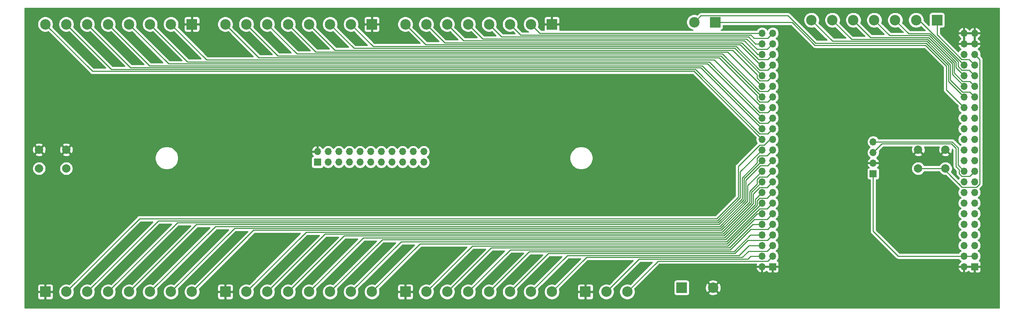
<source format=gbr>
%TF.GenerationSoftware,KiCad,Pcbnew,(5.1.6)-1*%
%TF.CreationDate,2020-09-13T21:52:11+02:00*%
%TF.ProjectId,boneIO - input board,626f6e65-494f-4202-9d20-696e70757420,rev?*%
%TF.SameCoordinates,Original*%
%TF.FileFunction,Copper,L2,Bot*%
%TF.FilePolarity,Positive*%
%FSLAX46Y46*%
G04 Gerber Fmt 4.6, Leading zero omitted, Abs format (unit mm)*
G04 Created by KiCad (PCBNEW (5.1.6)-1) date 2020-09-13 21:52:12*
%MOMM*%
%LPD*%
G01*
G04 APERTURE LIST*
%TA.AperFunction,ComponentPad*%
%ADD10O,1.700000X1.700000*%
%TD*%
%TA.AperFunction,ComponentPad*%
%ADD11R,1.700000X1.700000*%
%TD*%
%TA.AperFunction,ComponentPad*%
%ADD12R,2.500000X2.500000*%
%TD*%
%TA.AperFunction,ComponentPad*%
%ADD13C,2.500000*%
%TD*%
%TA.AperFunction,ComponentPad*%
%ADD14C,2.000000*%
%TD*%
%TA.AperFunction,Conductor*%
%ADD15C,0.250000*%
%TD*%
%TA.AperFunction,Conductor*%
%ADD16C,0.254000*%
%TD*%
G04 APERTURE END LIST*
D10*
%TO.P,P8,46*%
%TO.N,Net-(J7-Pad2)*%
X203570100Y-29502400D03*
%TO.P,P8,45*%
%TO.N,Net-(J7-Pad3)*%
X206110100Y-29502400D03*
%TO.P,P8,44*%
%TO.N,Net-(J7-Pad4)*%
X203570100Y-32042400D03*
%TO.P,P8,43*%
%TO.N,Net-(J7-Pad5)*%
X206110100Y-32042400D03*
%TO.P,P8,42*%
%TO.N,Net-(J7-Pad6)*%
X203570100Y-34582400D03*
%TO.P,P8,41*%
%TO.N,Net-(J7-Pad7)*%
X206110100Y-34582400D03*
%TO.P,P8,40*%
%TO.N,Net-(J7-Pad8)*%
X203570100Y-37122400D03*
%TO.P,P8,39*%
%TO.N,Net-(J6-Pad2)*%
X206110100Y-37122400D03*
%TO.P,P8,38*%
%TO.N,Net-(J6-Pad3)*%
X203570100Y-39662400D03*
%TO.P,P8,37*%
%TO.N,Net-(J6-Pad4)*%
X206110100Y-39662400D03*
%TO.P,P8,36*%
%TO.N,Net-(J6-Pad5)*%
X203570100Y-42202400D03*
%TO.P,P8,35*%
%TO.N,Net-(J6-Pad6)*%
X206110100Y-42202400D03*
%TO.P,P8,34*%
%TO.N,Net-(J6-Pad7)*%
X203570100Y-44742400D03*
%TO.P,P8,33*%
%TO.N,Net-(J6-Pad8)*%
X206110100Y-44742400D03*
%TO.P,P8,32*%
%TO.N,Net-(J5-Pad2)*%
X203570100Y-47282400D03*
%TO.P,P8,31*%
%TO.N,Net-(J5-Pad3)*%
X206110100Y-47282400D03*
%TO.P,P8,30*%
%TO.N,Net-(J5-Pad4)*%
X203570100Y-49822400D03*
%TO.P,P8,29*%
%TO.N,Net-(J5-Pad5)*%
X206110100Y-49822400D03*
%TO.P,P8,28*%
%TO.N,Net-(J5-Pad6)*%
X203570100Y-52362400D03*
%TO.P,P8,27*%
%TO.N,Net-(J5-Pad7)*%
X206110100Y-52362400D03*
%TO.P,P8,26*%
%TO.N,Net-(J5-Pad8)*%
X203570100Y-54902400D03*
%TO.P,P8,25*%
%TO.N,Net-(J4-Pad2)*%
X206110100Y-54902400D03*
%TO.P,P8,24*%
%TO.N,Net-(J4-Pad3)*%
X203570100Y-57442400D03*
%TO.P,P8,23*%
%TO.N,Net-(J4-Pad4)*%
X206110100Y-57442400D03*
%TO.P,P8,22*%
%TO.N,Net-(J4-Pad5)*%
X203570100Y-59982400D03*
%TO.P,P8,21*%
%TO.N,Net-(J4-Pad6)*%
X206110100Y-59982400D03*
%TO.P,P8,20*%
%TO.N,Net-(J4-Pad7)*%
X203570100Y-62522400D03*
%TO.P,P8,19*%
%TO.N,Net-(J4-Pad8)*%
X206110100Y-62522400D03*
%TO.P,P8,18*%
%TO.N,Net-(J3-Pad2)*%
X203570100Y-65062400D03*
%TO.P,P8,17*%
%TO.N,Net-(J3-Pad3)*%
X206110100Y-65062400D03*
%TO.P,P8,16*%
%TO.N,Net-(J3-Pad4)*%
X203570100Y-67602400D03*
%TO.P,P8,15*%
%TO.N,Net-(J3-Pad5)*%
X206110100Y-67602400D03*
%TO.P,P8,14*%
%TO.N,Net-(J3-Pad6)*%
X203570100Y-70142400D03*
%TO.P,P8,13*%
%TO.N,Net-(J3-Pad7)*%
X206110100Y-70142400D03*
%TO.P,P8,12*%
%TO.N,Net-(J3-Pad8)*%
X203570100Y-72682400D03*
%TO.P,P8,11*%
%TO.N,Net-(J2-Pad2)*%
X206110100Y-72682400D03*
%TO.P,P8,10*%
%TO.N,Net-(J2-Pad3)*%
X203570100Y-75222400D03*
%TO.P,P8,9*%
%TO.N,Net-(J2-Pad4)*%
X206110100Y-75222400D03*
%TO.P,P8,8*%
%TO.N,Net-(J2-Pad5)*%
X203570100Y-77762400D03*
%TO.P,P8,7*%
%TO.N,Net-(J2-Pad6)*%
X206110100Y-77762400D03*
%TO.P,P8,6*%
%TO.N,Net-(J2-Pad7)*%
X203570100Y-80302400D03*
%TO.P,P8,5*%
%TO.N,Net-(J2-Pad8)*%
X206110100Y-80302400D03*
%TO.P,P8,4*%
%TO.N,Net-(J1-Pad2)*%
X203570100Y-82842400D03*
%TO.P,P8,3*%
%TO.N,Net-(J1-Pad3)*%
X206110100Y-82842400D03*
%TO.P,P8,2*%
%TO.N,GND*%
X203570100Y-85382400D03*
D11*
%TO.P,P8,1*%
X206110100Y-85382400D03*
%TD*%
D12*
%TO.P,J1,1*%
%TO.N,GND*%
X161370100Y-91382400D03*
D13*
%TO.P,J1,2*%
%TO.N,Net-(J1-Pad2)*%
X166370100Y-91382400D03*
%TO.P,J1,3*%
%TO.N,Net-(J1-Pad3)*%
X171370100Y-91382400D03*
%TD*%
D12*
%TO.P,VDD1,1*%
%TO.N,+5V*%
X184370100Y-90382400D03*
D13*
%TO.P,VDD1,2*%
%TO.N,GND*%
X191870100Y-90382400D03*
%TD*%
D11*
%TO.P,J11,1*%
%TO.N,+5V*%
X97370100Y-60382400D03*
D10*
%TO.P,J11,2*%
%TO.N,GND*%
X97370100Y-57842400D03*
%TO.P,J11,3*%
%TO.N,Net-(J11-Pad3)*%
X99910100Y-60382400D03*
%TO.P,J11,4*%
%TO.N,Net-(J11-Pad4)*%
X99910100Y-57842400D03*
%TO.P,J11,5*%
%TO.N,Net-(J11-Pad5)*%
X102450100Y-60382400D03*
%TO.P,J11,6*%
%TO.N,Net-(J11-Pad6)*%
X102450100Y-57842400D03*
%TO.P,J11,7*%
%TO.N,Net-(J11-Pad7)*%
X104990100Y-60382400D03*
%TO.P,J11,8*%
%TO.N,Net-(J11-Pad8)*%
X104990100Y-57842400D03*
%TO.P,J11,9*%
%TO.N,Net-(J11-Pad9)*%
X107530100Y-60382400D03*
%TO.P,J11,10*%
%TO.N,Net-(J11-Pad10)*%
X107530100Y-57842400D03*
%TO.P,J11,11*%
%TO.N,Net-(J11-Pad11)*%
X110070100Y-60382400D03*
%TO.P,J11,12*%
%TO.N,Net-(J11-Pad12)*%
X110070100Y-57842400D03*
%TO.P,J11,13*%
%TO.N,Net-(J11-Pad13)*%
X112610100Y-60382400D03*
%TO.P,J11,14*%
%TO.N,Net-(J11-Pad14)*%
X112610100Y-57842400D03*
%TO.P,J11,15*%
%TO.N,Net-(J11-Pad15)*%
X115150100Y-60382400D03*
%TO.P,J11,16*%
%TO.N,Net-(J11-Pad16)*%
X115150100Y-57842400D03*
%TO.P,J11,17*%
%TO.N,Net-(J11-Pad17)*%
X117690100Y-60382400D03*
%TO.P,J11,18*%
%TO.N,Net-(J11-Pad18)*%
X117690100Y-57842400D03*
%TO.P,J11,19*%
%TO.N,Net-(J11-Pad19)*%
X120230100Y-60382400D03*
%TO.P,J11,20*%
%TO.N,Net-(J11-Pad20)*%
X120230100Y-57842400D03*
%TO.P,J11,21*%
%TO.N,Net-(J11-Pad21)*%
X122770100Y-60382400D03*
%TO.P,J11,22*%
%TO.N,Net-(J11-Pad22)*%
X122770100Y-57842400D03*
%TD*%
D11*
%TO.P,I2C1,1*%
%TO.N,+3V3*%
X230120100Y-63132400D03*
D10*
%TO.P,I2C1,2*%
%TO.N,GND*%
X230120100Y-60592400D03*
%TO.P,I2C1,3*%
%TO.N,Net-(I2C1-Pad3)*%
X230120100Y-58052400D03*
%TO.P,I2C1,4*%
%TO.N,Net-(I2C1-Pad4)*%
X230120100Y-55512400D03*
%TD*%
D12*
%TO.P,J7,1*%
%TO.N,GND*%
X153370100Y-27382400D03*
D13*
%TO.P,J7,2*%
%TO.N,Net-(J7-Pad2)*%
X148370100Y-27382400D03*
%TO.P,J7,3*%
%TO.N,Net-(J7-Pad3)*%
X143370100Y-27382400D03*
%TO.P,J7,4*%
%TO.N,Net-(J7-Pad4)*%
X138370100Y-27382400D03*
%TO.P,J7,5*%
%TO.N,Net-(J7-Pad5)*%
X133370100Y-27382400D03*
%TO.P,J7,6*%
%TO.N,Net-(J7-Pad6)*%
X128370100Y-27382400D03*
%TO.P,J7,7*%
%TO.N,Net-(J7-Pad7)*%
X123370100Y-27382400D03*
%TO.P,J7,8*%
%TO.N,Net-(J7-Pad8)*%
X118370100Y-27382400D03*
%TD*%
%TO.P,J6,8*%
%TO.N,Net-(J6-Pad8)*%
X75370100Y-27382400D03*
%TO.P,J6,7*%
%TO.N,Net-(J6-Pad7)*%
X80370100Y-27382400D03*
%TO.P,J6,6*%
%TO.N,Net-(J6-Pad6)*%
X85370100Y-27382400D03*
%TO.P,J6,5*%
%TO.N,Net-(J6-Pad5)*%
X90370100Y-27382400D03*
%TO.P,J6,4*%
%TO.N,Net-(J6-Pad4)*%
X95370100Y-27382400D03*
%TO.P,J6,3*%
%TO.N,Net-(J6-Pad3)*%
X100370100Y-27382400D03*
%TO.P,J6,2*%
%TO.N,Net-(J6-Pad2)*%
X105370100Y-27382400D03*
D12*
%TO.P,J6,1*%
%TO.N,GND*%
X110370100Y-27382400D03*
%TD*%
%TO.P,J5,1*%
%TO.N,GND*%
X67370100Y-27382400D03*
D13*
%TO.P,J5,2*%
%TO.N,Net-(J5-Pad2)*%
X62370100Y-27382400D03*
%TO.P,J5,3*%
%TO.N,Net-(J5-Pad3)*%
X57370100Y-27382400D03*
%TO.P,J5,4*%
%TO.N,Net-(J5-Pad4)*%
X52370100Y-27382400D03*
%TO.P,J5,5*%
%TO.N,Net-(J5-Pad5)*%
X47370100Y-27382400D03*
%TO.P,J5,6*%
%TO.N,Net-(J5-Pad6)*%
X42370100Y-27382400D03*
%TO.P,J5,7*%
%TO.N,Net-(J5-Pad7)*%
X37370100Y-27382400D03*
%TO.P,J5,8*%
%TO.N,Net-(J5-Pad8)*%
X32370100Y-27382400D03*
%TD*%
%TO.P,J2,8*%
%TO.N,Net-(J2-Pad8)*%
X153370100Y-91382400D03*
%TO.P,J2,7*%
%TO.N,Net-(J2-Pad7)*%
X148370100Y-91382400D03*
%TO.P,J2,6*%
%TO.N,Net-(J2-Pad6)*%
X143370100Y-91382400D03*
%TO.P,J2,5*%
%TO.N,Net-(J2-Pad5)*%
X138370100Y-91382400D03*
%TO.P,J2,4*%
%TO.N,Net-(J2-Pad4)*%
X133370100Y-91382400D03*
%TO.P,J2,3*%
%TO.N,Net-(J2-Pad3)*%
X128370100Y-91382400D03*
%TO.P,J2,2*%
%TO.N,Net-(J2-Pad2)*%
X123370100Y-91382400D03*
D12*
%TO.P,J2,1*%
%TO.N,GND*%
X118370100Y-91382400D03*
%TD*%
%TO.P,J3,1*%
%TO.N,GND*%
X75370100Y-91382400D03*
D13*
%TO.P,J3,2*%
%TO.N,Net-(J3-Pad2)*%
X80370100Y-91382400D03*
%TO.P,J3,3*%
%TO.N,Net-(J3-Pad3)*%
X85370100Y-91382400D03*
%TO.P,J3,4*%
%TO.N,Net-(J3-Pad4)*%
X90370100Y-91382400D03*
%TO.P,J3,5*%
%TO.N,Net-(J3-Pad5)*%
X95370100Y-91382400D03*
%TO.P,J3,6*%
%TO.N,Net-(J3-Pad6)*%
X100370100Y-91382400D03*
%TO.P,J3,7*%
%TO.N,Net-(J3-Pad7)*%
X105370100Y-91382400D03*
%TO.P,J3,8*%
%TO.N,Net-(J3-Pad8)*%
X110370100Y-91382400D03*
%TD*%
%TO.P,J4,8*%
%TO.N,Net-(J4-Pad8)*%
X67370100Y-91382400D03*
%TO.P,J4,7*%
%TO.N,Net-(J4-Pad7)*%
X62370100Y-91382400D03*
%TO.P,J4,6*%
%TO.N,Net-(J4-Pad6)*%
X57370100Y-91382400D03*
%TO.P,J4,5*%
%TO.N,Net-(J4-Pad5)*%
X52370100Y-91382400D03*
%TO.P,J4,4*%
%TO.N,Net-(J4-Pad4)*%
X47370100Y-91382400D03*
%TO.P,J4,3*%
%TO.N,Net-(J4-Pad3)*%
X42370100Y-91382400D03*
%TO.P,J4,2*%
%TO.N,Net-(J4-Pad2)*%
X37370100Y-91382400D03*
D12*
%TO.P,J4,1*%
%TO.N,GND*%
X32370100Y-91382400D03*
%TD*%
%TO.P,AN1,1*%
%TO.N,Net-(AN1-Pad1)*%
X245370100Y-26382400D03*
D13*
%TO.P,AN1,2*%
%TO.N,Net-(AN1-Pad2)*%
X240370100Y-26382400D03*
%TO.P,AN1,3*%
%TO.N,Net-(AN1-Pad3)*%
X235370100Y-26382400D03*
%TO.P,AN1,4*%
%TO.N,Net-(AN1-Pad4)*%
X230370100Y-26382400D03*
%TO.P,AN1,5*%
%TO.N,Net-(AN1-Pad5)*%
X225370100Y-26382400D03*
%TO.P,AN1,6*%
%TO.N,Net-(AN1-Pad6)*%
X220370100Y-26382400D03*
%TO.P,AN1,7*%
%TO.N,Net-(AN1-Pad7)*%
X215370100Y-26382400D03*
%TD*%
D12*
%TO.P,ANVDD1,1*%
%TO.N,Net-(ANVDD1-Pad1)*%
X192370100Y-26882400D03*
D13*
%TO.P,ANVDD1,2*%
%TO.N,Net-(ANVDD1-Pad2)*%
X187370100Y-26882400D03*
%TD*%
D11*
%TO.P,P9,1*%
%TO.N,GND*%
X254370100Y-85382400D03*
D10*
%TO.P,P9,2*%
X251830100Y-85382400D03*
%TO.P,P9,3*%
%TO.N,+3V3*%
X254370100Y-82842400D03*
%TO.P,P9,4*%
X251830100Y-82842400D03*
%TO.P,P9,5*%
%TO.N,+5V*%
X254370100Y-80302400D03*
%TO.P,P9,6*%
X251830100Y-80302400D03*
%TO.P,P9,7*%
%TO.N,Net-(P9-Pad7)*%
X254370100Y-77762400D03*
%TO.P,P9,8*%
%TO.N,Net-(P9-Pad8)*%
X251830100Y-77762400D03*
%TO.P,P9,9*%
%TO.N,Net-(P9-Pad9)*%
X254370100Y-75222400D03*
%TO.P,P9,10*%
%TO.N,Net-(P9-Pad10)*%
X251830100Y-75222400D03*
%TO.P,P9,11*%
%TO.N,Net-(J11-Pad3)*%
X254370100Y-72682400D03*
%TO.P,P9,12*%
%TO.N,Net-(J11-Pad5)*%
X251830100Y-72682400D03*
%TO.P,P9,13*%
%TO.N,Net-(J11-Pad7)*%
X254370100Y-70142400D03*
%TO.P,P9,14*%
%TO.N,Net-(J11-Pad9)*%
X251830100Y-70142400D03*
%TO.P,P9,15*%
%TO.N,Net-(J11-Pad11)*%
X254370100Y-67602400D03*
%TO.P,P9,16*%
%TO.N,Net-(J11-Pad13)*%
X251830100Y-67602400D03*
%TO.P,P9,17*%
%TO.N,Net-(J11-Pad15)*%
X254370100Y-65062400D03*
%TO.P,P9,18*%
%TO.N,Net-(J11-Pad17)*%
X251830100Y-65062400D03*
%TO.P,P9,19*%
%TO.N,Net-(I2C1-Pad3)*%
X254370100Y-62522400D03*
%TO.P,P9,20*%
%TO.N,Net-(I2C1-Pad4)*%
X251830100Y-62522400D03*
%TO.P,P9,21*%
%TO.N,Net-(J11-Pad19)*%
X254370100Y-59982400D03*
%TO.P,P9,22*%
%TO.N,Net-(J11-Pad21)*%
X251830100Y-59982400D03*
%TO.P,P9,23*%
%TO.N,Net-(J11-Pad22)*%
X254370100Y-57442400D03*
%TO.P,P9,24*%
%TO.N,Net-(J11-Pad20)*%
X251830100Y-57442400D03*
%TO.P,P9,25*%
%TO.N,Net-(J11-Pad18)*%
X254370100Y-54902400D03*
%TO.P,P9,26*%
%TO.N,Net-(J11-Pad16)*%
X251830100Y-54902400D03*
%TO.P,P9,27*%
%TO.N,Net-(J11-Pad14)*%
X254370100Y-52362400D03*
%TO.P,P9,28*%
%TO.N,Net-(J11-Pad12)*%
X251830100Y-52362400D03*
%TO.P,P9,29*%
%TO.N,Net-(J11-Pad10)*%
X254370100Y-49822400D03*
%TO.P,P9,30*%
%TO.N,Net-(J11-Pad8)*%
X251830100Y-49822400D03*
%TO.P,P9,31*%
%TO.N,Net-(J11-Pad6)*%
X254370100Y-47282400D03*
%TO.P,P9,32*%
%TO.N,Net-(ANVDD1-Pad1)*%
X251830100Y-47282400D03*
%TO.P,P9,33*%
%TO.N,Net-(AN1-Pad7)*%
X254370100Y-44742400D03*
%TO.P,P9,34*%
%TO.N,Net-(ANVDD1-Pad2)*%
X251830100Y-44742400D03*
%TO.P,P9,35*%
%TO.N,Net-(AN1-Pad5)*%
X254370100Y-42202400D03*
%TO.P,P9,36*%
%TO.N,Net-(AN1-Pad6)*%
X251830100Y-42202400D03*
%TO.P,P9,37*%
%TO.N,Net-(AN1-Pad3)*%
X254370100Y-39662400D03*
%TO.P,P9,38*%
%TO.N,Net-(AN1-Pad4)*%
X251830100Y-39662400D03*
%TO.P,P9,39*%
%TO.N,Net-(AN1-Pad1)*%
X254370100Y-37122400D03*
%TO.P,P9,40*%
%TO.N,Net-(AN1-Pad2)*%
X251830100Y-37122400D03*
%TO.P,P9,41*%
%TO.N,Net-(P9-Pad41)*%
X254370100Y-34582400D03*
%TO.P,P9,42*%
%TO.N,Net-(J11-Pad4)*%
X251830100Y-34582400D03*
%TO.P,P9,43*%
%TO.N,GND*%
X254370100Y-32042400D03*
%TO.P,P9,44*%
X251830100Y-32042400D03*
%TO.P,P9,45*%
X254370100Y-29502400D03*
%TO.P,P9,46*%
X251830100Y-29502400D03*
%TD*%
D14*
%TO.P,SW1,2*%
%TO.N,Net-(P9-Pad41)*%
X240870100Y-61882400D03*
%TO.P,SW1,1*%
%TO.N,GND*%
X240870100Y-57382400D03*
%TO.P,SW1,2*%
%TO.N,Net-(P9-Pad41)*%
X247370100Y-61882400D03*
%TO.P,SW1,1*%
%TO.N,GND*%
X247370100Y-57382400D03*
%TD*%
%TO.P,SW2,1*%
%TO.N,GND*%
X37370100Y-57382400D03*
%TO.P,SW2,2*%
%TO.N,Net-(P9-Pad10)*%
X37370100Y-61882400D03*
%TO.P,SW2,1*%
%TO.N,GND*%
X30870100Y-57382400D03*
%TO.P,SW2,2*%
%TO.N,Net-(P9-Pad10)*%
X30870100Y-61882400D03*
%TD*%
D15*
%TO.N,Net-(P9-Pad41)*%
X255545101Y-35757401D02*
X254370100Y-34582400D01*
X255545101Y-65626401D02*
X255545101Y-35757401D01*
X254789102Y-66382400D02*
X255545101Y-65626401D01*
X251370100Y-66382400D02*
X254789102Y-66382400D01*
X240870100Y-61882400D02*
X247370100Y-61882400D01*
X247370100Y-61882400D02*
X247370100Y-62382400D01*
X250870100Y-65882400D02*
X248870100Y-63882400D01*
X247370100Y-62382400D02*
X250870100Y-65882400D01*
X248370100Y-63382400D02*
X248870100Y-63882400D01*
X248870100Y-63882400D02*
X251370100Y-66382400D01*
%TO.N,+3V3*%
X251830100Y-82842400D02*
X254370100Y-82842400D01*
X251830100Y-82842400D02*
X236080100Y-82842400D01*
X230120100Y-76882400D02*
X230120100Y-63132400D01*
X236080100Y-82842400D02*
X230120100Y-76882400D01*
%TO.N,Net-(J1-Pad2)*%
X174185109Y-83567391D02*
X166370100Y-91382400D01*
X200185109Y-83567391D02*
X174185109Y-83567391D01*
X203570100Y-82842400D02*
X200910100Y-82842400D01*
X200910100Y-82842400D02*
X200185109Y-83567391D01*
%TO.N,Net-(J1-Pad3)*%
X178735099Y-84017401D02*
X171370100Y-91382400D01*
X206110100Y-82842400D02*
X204935099Y-84017401D01*
X204935099Y-84017401D02*
X178735099Y-84017401D01*
%TO.N,Net-(J2-Pad8)*%
X198870100Y-83117381D02*
X161635119Y-83117381D01*
X161635119Y-83117381D02*
X153370100Y-91382400D01*
X200320082Y-81667399D02*
X198870100Y-83117381D01*
X206110100Y-80302400D02*
X204745101Y-81667399D01*
X204745101Y-81667399D02*
X200320082Y-81667399D01*
%TO.N,Net-(J2-Pad7)*%
X157085129Y-82667371D02*
X148370100Y-91382400D01*
X198085129Y-82667371D02*
X157085129Y-82667371D01*
X203570100Y-80302400D02*
X200450100Y-80302400D01*
X200450100Y-80302400D02*
X198085129Y-82667371D01*
%TO.N,Net-(J2-Pad6)*%
X206110100Y-77762400D02*
X204844735Y-79027765D01*
X200224735Y-79027765D02*
X197035139Y-82217361D01*
X204844735Y-79027765D02*
X200224735Y-79027765D01*
X152535139Y-82217361D02*
X143370100Y-91382400D01*
X197035139Y-82217361D02*
X152535139Y-82217361D01*
%TO.N,Net-(J2-Pad5)*%
X203570100Y-77762400D02*
X203321865Y-77762400D01*
X200806846Y-77809244D02*
X196848739Y-81767351D01*
X147985149Y-81767351D02*
X138370100Y-91382400D01*
X196848739Y-81767351D02*
X147985149Y-81767351D01*
X203523256Y-77809244D02*
X203570100Y-77762400D01*
X200806846Y-77809244D02*
X203523256Y-77809244D01*
%TO.N,Net-(J2-Pad4)*%
X200855099Y-76397401D02*
X195935159Y-81317341D01*
X206110100Y-75222400D02*
X204935099Y-76397401D01*
X204935099Y-76397401D02*
X200855099Y-76397401D01*
X143435159Y-81317341D02*
X133370100Y-91382400D01*
X195935159Y-81317341D02*
X143435159Y-81317341D01*
%TO.N,Net-(J2-Pad3)*%
X203570100Y-75222400D02*
X201393690Y-75222400D01*
X201393690Y-75222400D02*
X195748759Y-80867331D01*
X138885169Y-80867331D02*
X128370100Y-91382400D01*
X195748759Y-80867331D02*
X138885169Y-80867331D01*
%TO.N,Net-(J2-Pad2)*%
X195370100Y-80382400D02*
X134370100Y-80382400D01*
X201705101Y-74047399D02*
X195370100Y-80382400D01*
X206110100Y-72682400D02*
X204745101Y-74047399D01*
X134370100Y-80382400D02*
X123370100Y-91382400D01*
X204745101Y-74047399D02*
X201705101Y-74047399D01*
%TO.N,Net-(J3-Pad2)*%
X203570100Y-65062400D02*
X201045069Y-67587431D01*
X201045069Y-67587431D02*
X201045069Y-70071021D01*
X201045069Y-70071021D02*
X194033730Y-77082360D01*
X94670140Y-77082360D02*
X80370100Y-91382400D01*
X194033730Y-77082360D02*
X94670140Y-77082360D01*
%TO.N,Net-(J3-Pad3)*%
X204745101Y-66427399D02*
X203006099Y-66427399D01*
X206110100Y-65062400D02*
X204745101Y-66427399D01*
X203006099Y-66427399D02*
X201495079Y-67938419D01*
X201495079Y-67938419D02*
X201495079Y-70257421D01*
X200870100Y-70882400D02*
X200870100Y-70933170D01*
X201495079Y-70257421D02*
X200870100Y-70882400D01*
X200870100Y-70933170D02*
X194270900Y-77532370D01*
X99220130Y-77532370D02*
X85370100Y-91382400D01*
X194270900Y-77532370D02*
X99220130Y-77532370D01*
%TO.N,Net-(J3-Pad4)*%
X203570100Y-67602400D02*
X201945089Y-69227411D01*
X201945089Y-69227411D02*
X201945089Y-70494591D01*
X201945089Y-70494591D02*
X194457300Y-77982380D01*
X103770120Y-77982380D02*
X90370100Y-91382400D01*
X194457300Y-77982380D02*
X103770120Y-77982380D01*
%TO.N,Net-(J3-Pad5)*%
X203006099Y-68967399D02*
X204745101Y-68967399D01*
X204745101Y-68967399D02*
X206110100Y-67602400D01*
X202395099Y-69578399D02*
X202395099Y-70680991D01*
X203006099Y-68967399D02*
X202395099Y-69578399D01*
X108320110Y-78432390D02*
X95370100Y-91382400D01*
X194643700Y-78432390D02*
X108320110Y-78432390D01*
X202395099Y-70680991D02*
X194643700Y-78432390D01*
%TO.N,Net-(J3-Pad6)*%
X203570100Y-70142400D02*
X194830100Y-78882400D01*
X112870100Y-78882400D02*
X100370100Y-91382400D01*
X194830100Y-78882400D02*
X112870100Y-78882400D01*
%TO.N,Net-(J3-Pad7)*%
X117370100Y-79382400D02*
X105370100Y-91382400D01*
X202972281Y-71507399D02*
X195097280Y-79382400D01*
X195097280Y-79382400D02*
X117370100Y-79382400D01*
X206110100Y-70142400D02*
X204745101Y-71507399D01*
X204745101Y-71507399D02*
X202972281Y-71507399D01*
%TO.N,Net-(J3-Pad8)*%
X203570100Y-72682400D02*
X202433690Y-72682400D01*
X202433690Y-72682400D02*
X195233690Y-79882400D01*
X121870100Y-79882400D02*
X110370100Y-91382400D01*
X195233690Y-79882400D02*
X121870100Y-79882400D01*
%TO.N,Net-(J4-Pad8)*%
X204745101Y-63887399D02*
X203006099Y-63887399D01*
X206110100Y-62522400D02*
X204745101Y-63887399D01*
X202395099Y-65600991D02*
X200595059Y-67401031D01*
X203006099Y-63887399D02*
X202395099Y-64498399D01*
X202395099Y-64498399D02*
X202395099Y-65600991D01*
X200595059Y-67401031D02*
X200595059Y-69884621D01*
X200595059Y-69884621D02*
X193847330Y-76632350D01*
X82120150Y-76632350D02*
X67370100Y-91382400D01*
X193847330Y-76632350D02*
X82120150Y-76632350D01*
%TO.N,Net-(J4-Pad7)*%
X203570100Y-62522400D02*
X200145049Y-65947451D01*
X200145049Y-65947451D02*
X200145049Y-69698221D01*
X200145049Y-69698221D02*
X193660930Y-76182340D01*
X77570160Y-76182340D02*
X62370100Y-91382400D01*
X193660930Y-76182340D02*
X77570160Y-76182340D01*
%TO.N,Net-(J4-Pad6)*%
X204935099Y-61157401D02*
X203196097Y-61157401D01*
X206110100Y-59982400D02*
X204935099Y-61157401D01*
X203196097Y-61208397D02*
X199695039Y-64709455D01*
X203196097Y-61157401D02*
X203196097Y-61208397D01*
X199695039Y-64709455D02*
X199695039Y-69511821D01*
X199695039Y-69511821D02*
X193474530Y-75732330D01*
X73020170Y-75732330D02*
X57370100Y-91382400D01*
X193474530Y-75732330D02*
X73020170Y-75732330D01*
%TO.N,Net-(J4-Pad5)*%
X199245029Y-69325421D02*
X193288130Y-75282320D01*
X68470180Y-75282320D02*
X52370100Y-91382400D01*
X203570100Y-59982400D02*
X199245029Y-64307471D01*
X193288130Y-75282320D02*
X68470180Y-75282320D01*
X199245029Y-64307471D02*
X199245029Y-69325421D01*
%TO.N,Net-(J4-Pad4)*%
X204745101Y-58807399D02*
X203006099Y-58807399D01*
X206110100Y-57442400D02*
X204745101Y-58807399D01*
X202395099Y-60520991D02*
X198795019Y-64121071D01*
X203006099Y-58807399D02*
X202395099Y-59418399D01*
X202395099Y-59418399D02*
X202395099Y-60520991D01*
X198795019Y-64121071D02*
X198795019Y-69139021D01*
X198795019Y-69139021D02*
X193101730Y-74832310D01*
X63920190Y-74832310D02*
X47370100Y-91382400D01*
X193101730Y-74832310D02*
X63920190Y-74832310D01*
%TO.N,Net-(J4-Pad3)*%
X59370200Y-74382300D02*
X42370100Y-91382400D01*
X192870200Y-74382300D02*
X59370200Y-74382300D01*
X198345009Y-68907491D02*
X192870200Y-74382300D01*
X203570100Y-57442400D02*
X198345009Y-62667491D01*
X198345009Y-62832079D02*
X198345009Y-62907491D01*
X198345009Y-62667491D02*
X198345009Y-62907491D01*
X198345009Y-62907491D02*
X198345009Y-68907491D01*
%TO.N,Net-(J4-Pad2)*%
X205473690Y-54902400D02*
X204108691Y-56267399D01*
X206110100Y-54902400D02*
X205473690Y-54902400D01*
X204108691Y-56267399D02*
X203006099Y-56267399D01*
X203006099Y-56267399D02*
X197870100Y-61403398D01*
X197870100Y-61403398D02*
X197870100Y-68745990D01*
X197870100Y-68745990D02*
X192733690Y-73882400D01*
X54870100Y-73882400D02*
X37370100Y-91382400D01*
X192733690Y-73882400D02*
X54870100Y-73882400D01*
%TO.N,Net-(J5-Pad2)*%
X203570100Y-47282400D02*
X192170100Y-35882400D01*
X70870100Y-35882400D02*
X62370100Y-27382400D01*
X192170100Y-35882400D02*
X70870100Y-35882400D01*
%TO.N,Net-(J5-Pad3)*%
X206110100Y-47282400D02*
X204935099Y-48457401D01*
X203006099Y-48457401D02*
X190931098Y-36382400D01*
X204935099Y-48457401D02*
X203006099Y-48457401D01*
X66370100Y-36382400D02*
X57370100Y-27382400D01*
X190931098Y-36382400D02*
X66370100Y-36382400D01*
%TO.N,Net-(J5-Pad4)*%
X203037280Y-49822400D02*
X203570100Y-49822400D01*
X203570100Y-49822400D02*
X190580110Y-36832410D01*
X61820110Y-36832410D02*
X52370100Y-27382400D01*
X190580110Y-36832410D02*
X61820110Y-36832410D01*
%TO.N,Net-(J5-Pad5)*%
X206110100Y-49822400D02*
X204935099Y-50997401D01*
X203006099Y-50997401D02*
X189291118Y-37282420D01*
X204935099Y-50997401D02*
X203006099Y-50997401D01*
X57270120Y-37282420D02*
X47370100Y-27382400D01*
X189291118Y-37282420D02*
X57270120Y-37282420D01*
%TO.N,Net-(J5-Pad6)*%
X203570100Y-52362400D02*
X188940130Y-37732430D01*
X52720129Y-37732429D02*
X42370100Y-27382400D01*
X188940130Y-37732430D02*
X52720129Y-37732429D01*
%TO.N,Net-(J5-Pad7)*%
X206110100Y-52362400D02*
X204935099Y-53537401D01*
X203006099Y-53537401D02*
X187651137Y-38182439D01*
X204935099Y-53537401D02*
X203006099Y-53537401D01*
X48170139Y-38182439D02*
X37370100Y-27382400D01*
X187651137Y-38182439D02*
X48170139Y-38182439D01*
%TO.N,Net-(J5-Pad8)*%
X203570100Y-54902400D02*
X187300149Y-38632449D01*
X43620149Y-38632449D02*
X32370100Y-27382400D01*
X187300149Y-38632449D02*
X43620149Y-38632449D01*
%TO.N,Net-(J6-Pad8)*%
X206110100Y-44742400D02*
X204935099Y-45917401D01*
X204935099Y-45917401D02*
X203006099Y-45917401D01*
X202395099Y-44407399D02*
X193370200Y-35382500D01*
X203006099Y-45917401D02*
X202395099Y-45306401D01*
X202395099Y-45306401D02*
X202395099Y-44407399D01*
X83370200Y-35382500D02*
X75370100Y-27382400D01*
X193370200Y-35382500D02*
X83370200Y-35382500D01*
%TO.N,Net-(J6-Pad7)*%
X203570100Y-44742400D02*
X193760190Y-34932490D01*
X87920190Y-34932490D02*
X80370100Y-27382400D01*
X193760190Y-34932490D02*
X87920190Y-34932490D01*
%TO.N,Net-(J6-Pad6)*%
X206110100Y-42202400D02*
X204935099Y-43377401D01*
X204935099Y-43377401D02*
X203006099Y-43377401D01*
X203006099Y-43377401D02*
X194111178Y-34482480D01*
X92470180Y-34482480D02*
X85370100Y-27382400D01*
X194111178Y-34482480D02*
X92470180Y-34482480D01*
%TO.N,Net-(J6-Pad5)*%
X203570100Y-42202400D02*
X195400170Y-34032470D01*
X97020170Y-34032470D02*
X90370100Y-27382400D01*
X195400170Y-34032470D02*
X97020170Y-34032470D01*
%TO.N,Net-(J6-Pad4)*%
X206110100Y-39662400D02*
X204935099Y-40837401D01*
X204935099Y-40837401D02*
X203006099Y-40837401D01*
X203006099Y-40837401D02*
X202395099Y-40226401D01*
X202395099Y-39407399D02*
X196570160Y-33582460D01*
X202395099Y-40226401D02*
X202395099Y-39407399D01*
X101570160Y-33582460D02*
X95370100Y-27382400D01*
X196570160Y-33582460D02*
X101570160Y-33582460D01*
%TO.N,Net-(J6-Pad3)*%
X203570100Y-39662400D02*
X197040150Y-33132450D01*
X106120150Y-33132450D02*
X100370100Y-27382400D01*
X197040150Y-33132450D02*
X106120150Y-33132450D01*
%TO.N,Net-(J6-Pad2)*%
X206110100Y-37122400D02*
X204935099Y-38297401D01*
X204935099Y-38297401D02*
X203006099Y-38297401D01*
X203006099Y-38297401D02*
X197391138Y-32682440D01*
X110670140Y-32682440D02*
X105370100Y-27382400D01*
X197391138Y-32682440D02*
X110670140Y-32682440D01*
%TO.N,Net-(J7-Pad2)*%
X150490100Y-29502400D02*
X148370100Y-27382400D01*
X203570100Y-29502400D02*
X150490100Y-29502400D01*
%TO.N,Net-(J7-Pad3)*%
X201665101Y-30677401D02*
X200940110Y-29952410D01*
X206110100Y-29502400D02*
X204935099Y-30677401D01*
X204935099Y-30677401D02*
X201665101Y-30677401D01*
X145940110Y-29952410D02*
X143370100Y-27382400D01*
X200940110Y-29952410D02*
X145940110Y-29952410D01*
%TO.N,Net-(AN1-Pad1)*%
X253005101Y-35757401D02*
X251266099Y-35757401D01*
X245370100Y-29861402D02*
X245370100Y-26382400D01*
X251266099Y-35757401D02*
X245370100Y-29861402D01*
X254370100Y-37122400D02*
X253005101Y-35757401D01*
%TO.N,Net-(AN1-Pad2)*%
X241090100Y-26382400D02*
X240370100Y-26382400D01*
X251830100Y-37122400D02*
X241090100Y-26382400D01*
%TO.N,Net-(AN1-Pad3)*%
X251266099Y-38297401D02*
X250370100Y-37401402D01*
X250370100Y-37401402D02*
X250370100Y-36298810D01*
X254370100Y-39662400D02*
X253005101Y-38297401D01*
X253005101Y-38297401D02*
X251266099Y-38297401D01*
X250370100Y-36298810D02*
X243703690Y-29632400D01*
X238620100Y-29632400D02*
X235370100Y-26382400D01*
X243703690Y-29632400D02*
X238620100Y-29632400D01*
%TO.N,Net-(AN1-Pad4)*%
X251830100Y-39662400D02*
X249920090Y-37752390D01*
X249920090Y-37752390D02*
X249920090Y-36485210D01*
X249920090Y-36485210D02*
X243517290Y-30082410D01*
X234070110Y-30082410D02*
X230370100Y-26382400D01*
X243517290Y-30082410D02*
X234070110Y-30082410D01*
%TO.N,Net-(AN1-Pad5)*%
X251456097Y-41027399D02*
X249470080Y-39041382D01*
X254370100Y-42202400D02*
X253195099Y-41027399D01*
X253195099Y-41027399D02*
X251456097Y-41027399D01*
X249470080Y-39041382D02*
X249470080Y-36671610D01*
X249470080Y-36671610D02*
X243330890Y-30532420D01*
X229520120Y-30532420D02*
X225370100Y-26382400D01*
X243330890Y-30532420D02*
X229520120Y-30532420D01*
%TO.N,Net-(AN1-Pad6)*%
X251830100Y-42202400D02*
X249020070Y-39392370D01*
X249020070Y-39392370D02*
X249020070Y-36858010D01*
X249020070Y-36858010D02*
X243144490Y-30982430D01*
X224970130Y-30982430D02*
X220370100Y-26382400D01*
X243144490Y-30982430D02*
X224970130Y-30982430D01*
%TO.N,Net-(AN1-Pad7)*%
X242958090Y-31432440D02*
X220420140Y-31432440D01*
X253195099Y-43567399D02*
X251456097Y-43567399D01*
X254370100Y-44742400D02*
X253195099Y-43567399D01*
X251456097Y-43567399D02*
X248570060Y-40681362D01*
X248570060Y-40681362D02*
X248570060Y-37044410D01*
X220420140Y-31432440D02*
X215370100Y-26382400D01*
X248570060Y-37044410D02*
X242958090Y-31432440D01*
%TO.N,Net-(ANVDD1-Pad1)*%
X251830100Y-47282400D02*
X247620100Y-43072400D01*
X247620100Y-43072400D02*
X247620100Y-37367270D01*
X247620100Y-37367270D02*
X242635230Y-32382400D01*
X242635230Y-32382400D02*
X216233690Y-32382400D01*
X192370100Y-26882400D02*
X210733690Y-26882400D01*
X210733690Y-26882400D02*
X210801895Y-26950605D01*
X216233690Y-32382400D02*
X210801895Y-26950605D01*
%TO.N,Net-(ANVDD1-Pad2)*%
X251830100Y-44742400D02*
X248120050Y-41032350D01*
X248120050Y-37230810D02*
X242771690Y-31882450D01*
X248120050Y-41032350D02*
X248120050Y-37230810D01*
X242771690Y-31882450D02*
X216370150Y-31882450D01*
X209795099Y-25307399D02*
X210620100Y-26132400D01*
X187370100Y-26882400D02*
X188945101Y-25307399D01*
X188945101Y-25307399D02*
X209795099Y-25307399D01*
X216370150Y-31882450D02*
X210620100Y-26132400D01*
%TO.N,Net-(I2C1-Pad3)*%
X250655099Y-63086401D02*
X251266099Y-63697401D01*
X251266099Y-63697401D02*
X253195099Y-63697401D01*
X250655099Y-62167399D02*
X250655099Y-63086401D01*
X230120100Y-58052400D02*
X232210090Y-55962410D01*
X253195099Y-63697401D02*
X254370100Y-62522400D01*
X232210090Y-55962410D02*
X248813700Y-55962410D01*
X248813700Y-55962410D02*
X249920090Y-57068800D01*
X249920090Y-61432390D02*
X250655099Y-62167399D01*
X249920090Y-57068800D02*
X249920090Y-61432390D01*
%TO.N,Net-(I2C1-Pad4)*%
X250370100Y-61062400D02*
X251830100Y-62522400D01*
X250370100Y-56882400D02*
X250370100Y-61062400D01*
X230120100Y-55512400D02*
X249000100Y-55512400D01*
X249000100Y-55512400D02*
X250370100Y-56882400D01*
%TO.N,Net-(J7-Pad4)*%
X203570100Y-32042400D02*
X202010080Y-32042400D01*
X202010080Y-32042400D02*
X200370100Y-30402420D01*
X141390120Y-30402420D02*
X138370100Y-27382400D01*
X200370100Y-30402420D02*
X141390120Y-30402420D01*
%TO.N,Net-(J7-Pad5)*%
X199870100Y-30882400D02*
X136870100Y-30882400D01*
X136870100Y-30882400D02*
X133370100Y-27382400D01*
X202370100Y-33382400D02*
X199870100Y-30882400D01*
X206110100Y-32042400D02*
X204770100Y-33382400D01*
X204770100Y-33382400D02*
X202370100Y-33382400D01*
%TO.N,Net-(J7-Pad6)*%
X203570100Y-34582400D02*
X202570100Y-34582400D01*
X202570100Y-34582400D02*
X199320110Y-31332410D01*
X132320110Y-31332410D02*
X128370100Y-27382400D01*
X199320110Y-31332410D02*
X132320110Y-31332410D01*
%TO.N,Net-(J7-Pad7)*%
X206110100Y-34582400D02*
X204935099Y-35757401D01*
X202745101Y-35757401D02*
X198770120Y-31782420D01*
X204935099Y-35757401D02*
X202745101Y-35757401D01*
X127770120Y-31782420D02*
X123370100Y-27382400D01*
X198770120Y-31782420D02*
X127770120Y-31782420D01*
%TO.N,Net-(J7-Pad8)*%
X203337280Y-37122400D02*
X203570100Y-37122400D01*
X203570100Y-37122400D02*
X203210081Y-37122400D01*
X203210081Y-37122400D02*
X198320111Y-32232430D01*
X123220130Y-32232430D02*
X118370100Y-27382400D01*
X198320111Y-32232430D02*
X123220130Y-32232430D01*
%TD*%
D16*
%TO.N,GND*%
G36*
X260243100Y-95255400D02*
G01*
X27497100Y-95255400D01*
X27497100Y-92632400D01*
X30482028Y-92632400D01*
X30494288Y-92756882D01*
X30530598Y-92876580D01*
X30589563Y-92986894D01*
X30668915Y-93083585D01*
X30765606Y-93162937D01*
X30875920Y-93221902D01*
X30995618Y-93258212D01*
X31120100Y-93270472D01*
X32084350Y-93267400D01*
X32243100Y-93108650D01*
X32243100Y-91509400D01*
X32497100Y-91509400D01*
X32497100Y-93108650D01*
X32655850Y-93267400D01*
X33620100Y-93270472D01*
X33744582Y-93258212D01*
X33864280Y-93221902D01*
X33974594Y-93162937D01*
X34071285Y-93083585D01*
X34150637Y-92986894D01*
X34209602Y-92876580D01*
X34245912Y-92756882D01*
X34258172Y-92632400D01*
X34255100Y-91668150D01*
X34096350Y-91509400D01*
X32497100Y-91509400D01*
X32243100Y-91509400D01*
X30643850Y-91509400D01*
X30485100Y-91668150D01*
X30482028Y-92632400D01*
X27497100Y-92632400D01*
X27497100Y-90132400D01*
X30482028Y-90132400D01*
X30485100Y-91096650D01*
X30643850Y-91255400D01*
X32243100Y-91255400D01*
X32243100Y-89656150D01*
X32497100Y-89656150D01*
X32497100Y-91255400D01*
X34096350Y-91255400D01*
X34255100Y-91096650D01*
X34258172Y-90132400D01*
X34245912Y-90007918D01*
X34209602Y-89888220D01*
X34150637Y-89777906D01*
X34071285Y-89681215D01*
X33974594Y-89601863D01*
X33864280Y-89542898D01*
X33744582Y-89506588D01*
X33620100Y-89494328D01*
X32655850Y-89497400D01*
X32497100Y-89656150D01*
X32243100Y-89656150D01*
X32084350Y-89497400D01*
X31120100Y-89494328D01*
X30995618Y-89506588D01*
X30875920Y-89542898D01*
X30765606Y-89601863D01*
X30668915Y-89681215D01*
X30589563Y-89777906D01*
X30530598Y-89888220D01*
X30494288Y-90007918D01*
X30482028Y-90132400D01*
X27497100Y-90132400D01*
X27497100Y-61721367D01*
X29235100Y-61721367D01*
X29235100Y-62043433D01*
X29297932Y-62359312D01*
X29421182Y-62656863D01*
X29600113Y-62924652D01*
X29827848Y-63152387D01*
X30095637Y-63331318D01*
X30393188Y-63454568D01*
X30709067Y-63517400D01*
X31031133Y-63517400D01*
X31347012Y-63454568D01*
X31644563Y-63331318D01*
X31912352Y-63152387D01*
X32140087Y-62924652D01*
X32319018Y-62656863D01*
X32442268Y-62359312D01*
X32505100Y-62043433D01*
X32505100Y-61721367D01*
X35735100Y-61721367D01*
X35735100Y-62043433D01*
X35797932Y-62359312D01*
X35921182Y-62656863D01*
X36100113Y-62924652D01*
X36327848Y-63152387D01*
X36595637Y-63331318D01*
X36893188Y-63454568D01*
X37209067Y-63517400D01*
X37531133Y-63517400D01*
X37847012Y-63454568D01*
X38144563Y-63331318D01*
X38412352Y-63152387D01*
X38640087Y-62924652D01*
X38819018Y-62656863D01*
X38942268Y-62359312D01*
X39005100Y-62043433D01*
X39005100Y-61721367D01*
X38942268Y-61405488D01*
X38819018Y-61107937D01*
X38640087Y-60840148D01*
X38412352Y-60612413D01*
X38144563Y-60433482D01*
X37847012Y-60310232D01*
X37531133Y-60247400D01*
X37209067Y-60247400D01*
X36893188Y-60310232D01*
X36595637Y-60433482D01*
X36327848Y-60612413D01*
X36100113Y-60840148D01*
X35921182Y-61107937D01*
X35797932Y-61405488D01*
X35735100Y-61721367D01*
X32505100Y-61721367D01*
X32442268Y-61405488D01*
X32319018Y-61107937D01*
X32140087Y-60840148D01*
X31912352Y-60612413D01*
X31644563Y-60433482D01*
X31347012Y-60310232D01*
X31031133Y-60247400D01*
X30709067Y-60247400D01*
X30393188Y-60310232D01*
X30095637Y-60433482D01*
X29827848Y-60612413D01*
X29600113Y-60840148D01*
X29421182Y-61107937D01*
X29297932Y-61405488D01*
X29235100Y-61721367D01*
X27497100Y-61721367D01*
X27497100Y-59108101D01*
X58585100Y-59108101D01*
X58585100Y-59656699D01*
X58692126Y-60194754D01*
X58902065Y-60701592D01*
X59206850Y-61157734D01*
X59594766Y-61545650D01*
X60050908Y-61850435D01*
X60557746Y-62060374D01*
X61095801Y-62167400D01*
X61644399Y-62167400D01*
X62182454Y-62060374D01*
X62689292Y-61850435D01*
X63145434Y-61545650D01*
X63533350Y-61157734D01*
X63838135Y-60701592D01*
X64048074Y-60194754D01*
X64155100Y-59656699D01*
X64155100Y-59532400D01*
X95882028Y-59532400D01*
X95882028Y-61232400D01*
X95894288Y-61356882D01*
X95930598Y-61476580D01*
X95989563Y-61586894D01*
X96068915Y-61683585D01*
X96165606Y-61762937D01*
X96275920Y-61821902D01*
X96395618Y-61858212D01*
X96520100Y-61870472D01*
X98220100Y-61870472D01*
X98344582Y-61858212D01*
X98464280Y-61821902D01*
X98574594Y-61762937D01*
X98671285Y-61683585D01*
X98750637Y-61586894D01*
X98809602Y-61476580D01*
X98831613Y-61404020D01*
X98963468Y-61535875D01*
X99206689Y-61698390D01*
X99476942Y-61810332D01*
X99763840Y-61867400D01*
X100056360Y-61867400D01*
X100343258Y-61810332D01*
X100613511Y-61698390D01*
X100856732Y-61535875D01*
X101063575Y-61329032D01*
X101180100Y-61154640D01*
X101296625Y-61329032D01*
X101503468Y-61535875D01*
X101746689Y-61698390D01*
X102016942Y-61810332D01*
X102303840Y-61867400D01*
X102596360Y-61867400D01*
X102883258Y-61810332D01*
X103153511Y-61698390D01*
X103396732Y-61535875D01*
X103603575Y-61329032D01*
X103720100Y-61154640D01*
X103836625Y-61329032D01*
X104043468Y-61535875D01*
X104286689Y-61698390D01*
X104556942Y-61810332D01*
X104843840Y-61867400D01*
X105136360Y-61867400D01*
X105423258Y-61810332D01*
X105693511Y-61698390D01*
X105936732Y-61535875D01*
X106143575Y-61329032D01*
X106260100Y-61154640D01*
X106376625Y-61329032D01*
X106583468Y-61535875D01*
X106826689Y-61698390D01*
X107096942Y-61810332D01*
X107383840Y-61867400D01*
X107676360Y-61867400D01*
X107963258Y-61810332D01*
X108233511Y-61698390D01*
X108476732Y-61535875D01*
X108683575Y-61329032D01*
X108800100Y-61154640D01*
X108916625Y-61329032D01*
X109123468Y-61535875D01*
X109366689Y-61698390D01*
X109636942Y-61810332D01*
X109923840Y-61867400D01*
X110216360Y-61867400D01*
X110503258Y-61810332D01*
X110773511Y-61698390D01*
X111016732Y-61535875D01*
X111223575Y-61329032D01*
X111340100Y-61154640D01*
X111456625Y-61329032D01*
X111663468Y-61535875D01*
X111906689Y-61698390D01*
X112176942Y-61810332D01*
X112463840Y-61867400D01*
X112756360Y-61867400D01*
X113043258Y-61810332D01*
X113313511Y-61698390D01*
X113556732Y-61535875D01*
X113763575Y-61329032D01*
X113880100Y-61154640D01*
X113996625Y-61329032D01*
X114203468Y-61535875D01*
X114446689Y-61698390D01*
X114716942Y-61810332D01*
X115003840Y-61867400D01*
X115296360Y-61867400D01*
X115583258Y-61810332D01*
X115853511Y-61698390D01*
X116096732Y-61535875D01*
X116303575Y-61329032D01*
X116420100Y-61154640D01*
X116536625Y-61329032D01*
X116743468Y-61535875D01*
X116986689Y-61698390D01*
X117256942Y-61810332D01*
X117543840Y-61867400D01*
X117836360Y-61867400D01*
X118123258Y-61810332D01*
X118393511Y-61698390D01*
X118636732Y-61535875D01*
X118843575Y-61329032D01*
X118960100Y-61154640D01*
X119076625Y-61329032D01*
X119283468Y-61535875D01*
X119526689Y-61698390D01*
X119796942Y-61810332D01*
X120083840Y-61867400D01*
X120376360Y-61867400D01*
X120663258Y-61810332D01*
X120933511Y-61698390D01*
X121176732Y-61535875D01*
X121383575Y-61329032D01*
X121500100Y-61154640D01*
X121616625Y-61329032D01*
X121823468Y-61535875D01*
X122066689Y-61698390D01*
X122336942Y-61810332D01*
X122623840Y-61867400D01*
X122916360Y-61867400D01*
X123203258Y-61810332D01*
X123473511Y-61698390D01*
X123716732Y-61535875D01*
X123923575Y-61329032D01*
X124086090Y-61085811D01*
X124198032Y-60815558D01*
X124255100Y-60528660D01*
X124255100Y-60236140D01*
X124198032Y-59949242D01*
X124086090Y-59678989D01*
X123923575Y-59435768D01*
X123716732Y-59228925D01*
X123542340Y-59112400D01*
X123548773Y-59108101D01*
X157585100Y-59108101D01*
X157585100Y-59656699D01*
X157692126Y-60194754D01*
X157902065Y-60701592D01*
X158206850Y-61157734D01*
X158594766Y-61545650D01*
X159050908Y-61850435D01*
X159557746Y-62060374D01*
X160095801Y-62167400D01*
X160644399Y-62167400D01*
X161182454Y-62060374D01*
X161689292Y-61850435D01*
X162145434Y-61545650D01*
X162533350Y-61157734D01*
X162838135Y-60701592D01*
X163048074Y-60194754D01*
X163155100Y-59656699D01*
X163155100Y-59108101D01*
X163048074Y-58570046D01*
X162838135Y-58063208D01*
X162533350Y-57607066D01*
X162145434Y-57219150D01*
X161689292Y-56914365D01*
X161182454Y-56704426D01*
X160644399Y-56597400D01*
X160095801Y-56597400D01*
X159557746Y-56704426D01*
X159050908Y-56914365D01*
X158594766Y-57219150D01*
X158206850Y-57607066D01*
X157902065Y-58063208D01*
X157692126Y-58570046D01*
X157585100Y-59108101D01*
X123548773Y-59108101D01*
X123716732Y-58995875D01*
X123923575Y-58789032D01*
X124086090Y-58545811D01*
X124198032Y-58275558D01*
X124255100Y-57988660D01*
X124255100Y-57696140D01*
X124198032Y-57409242D01*
X124086090Y-57138989D01*
X123923575Y-56895768D01*
X123716732Y-56688925D01*
X123473511Y-56526410D01*
X123203258Y-56414468D01*
X122916360Y-56357400D01*
X122623840Y-56357400D01*
X122336942Y-56414468D01*
X122066689Y-56526410D01*
X121823468Y-56688925D01*
X121616625Y-56895768D01*
X121500100Y-57070160D01*
X121383575Y-56895768D01*
X121176732Y-56688925D01*
X120933511Y-56526410D01*
X120663258Y-56414468D01*
X120376360Y-56357400D01*
X120083840Y-56357400D01*
X119796942Y-56414468D01*
X119526689Y-56526410D01*
X119283468Y-56688925D01*
X119076625Y-56895768D01*
X118960100Y-57070160D01*
X118843575Y-56895768D01*
X118636732Y-56688925D01*
X118393511Y-56526410D01*
X118123258Y-56414468D01*
X117836360Y-56357400D01*
X117543840Y-56357400D01*
X117256942Y-56414468D01*
X116986689Y-56526410D01*
X116743468Y-56688925D01*
X116536625Y-56895768D01*
X116420100Y-57070160D01*
X116303575Y-56895768D01*
X116096732Y-56688925D01*
X115853511Y-56526410D01*
X115583258Y-56414468D01*
X115296360Y-56357400D01*
X115003840Y-56357400D01*
X114716942Y-56414468D01*
X114446689Y-56526410D01*
X114203468Y-56688925D01*
X113996625Y-56895768D01*
X113880100Y-57070160D01*
X113763575Y-56895768D01*
X113556732Y-56688925D01*
X113313511Y-56526410D01*
X113043258Y-56414468D01*
X112756360Y-56357400D01*
X112463840Y-56357400D01*
X112176942Y-56414468D01*
X111906689Y-56526410D01*
X111663468Y-56688925D01*
X111456625Y-56895768D01*
X111340100Y-57070160D01*
X111223575Y-56895768D01*
X111016732Y-56688925D01*
X110773511Y-56526410D01*
X110503258Y-56414468D01*
X110216360Y-56357400D01*
X109923840Y-56357400D01*
X109636942Y-56414468D01*
X109366689Y-56526410D01*
X109123468Y-56688925D01*
X108916625Y-56895768D01*
X108800100Y-57070160D01*
X108683575Y-56895768D01*
X108476732Y-56688925D01*
X108233511Y-56526410D01*
X107963258Y-56414468D01*
X107676360Y-56357400D01*
X107383840Y-56357400D01*
X107096942Y-56414468D01*
X106826689Y-56526410D01*
X106583468Y-56688925D01*
X106376625Y-56895768D01*
X106260100Y-57070160D01*
X106143575Y-56895768D01*
X105936732Y-56688925D01*
X105693511Y-56526410D01*
X105423258Y-56414468D01*
X105136360Y-56357400D01*
X104843840Y-56357400D01*
X104556942Y-56414468D01*
X104286689Y-56526410D01*
X104043468Y-56688925D01*
X103836625Y-56895768D01*
X103720100Y-57070160D01*
X103603575Y-56895768D01*
X103396732Y-56688925D01*
X103153511Y-56526410D01*
X102883258Y-56414468D01*
X102596360Y-56357400D01*
X102303840Y-56357400D01*
X102016942Y-56414468D01*
X101746689Y-56526410D01*
X101503468Y-56688925D01*
X101296625Y-56895768D01*
X101180100Y-57070160D01*
X101063575Y-56895768D01*
X100856732Y-56688925D01*
X100613511Y-56526410D01*
X100343258Y-56414468D01*
X100056360Y-56357400D01*
X99763840Y-56357400D01*
X99476942Y-56414468D01*
X99206689Y-56526410D01*
X98963468Y-56688925D01*
X98756625Y-56895768D01*
X98634905Y-57077934D01*
X98565278Y-56961045D01*
X98370369Y-56744812D01*
X98137020Y-56570759D01*
X97874199Y-56445575D01*
X97726990Y-56400924D01*
X97497100Y-56522245D01*
X97497100Y-57715400D01*
X97517100Y-57715400D01*
X97517100Y-57969400D01*
X97497100Y-57969400D01*
X97497100Y-57989400D01*
X97243100Y-57989400D01*
X97243100Y-57969400D01*
X96049286Y-57969400D01*
X95928619Y-58199291D01*
X96025943Y-58473652D01*
X96174922Y-58723755D01*
X96351726Y-58919902D01*
X96275920Y-58942898D01*
X96165606Y-59001863D01*
X96068915Y-59081215D01*
X95989563Y-59177906D01*
X95930598Y-59288220D01*
X95894288Y-59407918D01*
X95882028Y-59532400D01*
X64155100Y-59532400D01*
X64155100Y-59108101D01*
X64048074Y-58570046D01*
X63838135Y-58063208D01*
X63533350Y-57607066D01*
X63411793Y-57485509D01*
X95928619Y-57485509D01*
X96049286Y-57715400D01*
X97243100Y-57715400D01*
X97243100Y-56522245D01*
X97013210Y-56400924D01*
X96866001Y-56445575D01*
X96603180Y-56570759D01*
X96369831Y-56744812D01*
X96174922Y-56961045D01*
X96025943Y-57211148D01*
X95928619Y-57485509D01*
X63411793Y-57485509D01*
X63145434Y-57219150D01*
X62689292Y-56914365D01*
X62182454Y-56704426D01*
X61644399Y-56597400D01*
X61095801Y-56597400D01*
X60557746Y-56704426D01*
X60050908Y-56914365D01*
X59594766Y-57219150D01*
X59206850Y-57607066D01*
X58902065Y-58063208D01*
X58692126Y-58570046D01*
X58585100Y-59108101D01*
X27497100Y-59108101D01*
X27497100Y-58517813D01*
X29914292Y-58517813D01*
X30010056Y-58782214D01*
X30299671Y-58923104D01*
X30611208Y-59004784D01*
X30932695Y-59024118D01*
X31251775Y-58980361D01*
X31556188Y-58875195D01*
X31730144Y-58782214D01*
X31825908Y-58517813D01*
X36414292Y-58517813D01*
X36510056Y-58782214D01*
X36799671Y-58923104D01*
X37111208Y-59004784D01*
X37432695Y-59024118D01*
X37751775Y-58980361D01*
X38056188Y-58875195D01*
X38230144Y-58782214D01*
X38325908Y-58517813D01*
X37370100Y-57562005D01*
X36414292Y-58517813D01*
X31825908Y-58517813D01*
X30870100Y-57562005D01*
X29914292Y-58517813D01*
X27497100Y-58517813D01*
X27497100Y-57444995D01*
X29228382Y-57444995D01*
X29272139Y-57764075D01*
X29377305Y-58068488D01*
X29470286Y-58242444D01*
X29734687Y-58338208D01*
X30690495Y-57382400D01*
X31049705Y-57382400D01*
X32005513Y-58338208D01*
X32269914Y-58242444D01*
X32410804Y-57952829D01*
X32492484Y-57641292D01*
X32504289Y-57444995D01*
X35728382Y-57444995D01*
X35772139Y-57764075D01*
X35877305Y-58068488D01*
X35970286Y-58242444D01*
X36234687Y-58338208D01*
X37190495Y-57382400D01*
X37549705Y-57382400D01*
X38505513Y-58338208D01*
X38769914Y-58242444D01*
X38910804Y-57952829D01*
X38992484Y-57641292D01*
X39011818Y-57319805D01*
X38968061Y-57000725D01*
X38862895Y-56696312D01*
X38769914Y-56522356D01*
X38505513Y-56426592D01*
X37549705Y-57382400D01*
X37190495Y-57382400D01*
X36234687Y-56426592D01*
X35970286Y-56522356D01*
X35829396Y-56811971D01*
X35747716Y-57123508D01*
X35728382Y-57444995D01*
X32504289Y-57444995D01*
X32511818Y-57319805D01*
X32468061Y-57000725D01*
X32362895Y-56696312D01*
X32269914Y-56522356D01*
X32005513Y-56426592D01*
X31049705Y-57382400D01*
X30690495Y-57382400D01*
X29734687Y-56426592D01*
X29470286Y-56522356D01*
X29329396Y-56811971D01*
X29247716Y-57123508D01*
X29228382Y-57444995D01*
X27497100Y-57444995D01*
X27497100Y-56246987D01*
X29914292Y-56246987D01*
X30870100Y-57202795D01*
X31825908Y-56246987D01*
X36414292Y-56246987D01*
X37370100Y-57202795D01*
X38325908Y-56246987D01*
X38230144Y-55982586D01*
X37940529Y-55841696D01*
X37628992Y-55760016D01*
X37307505Y-55740682D01*
X36988425Y-55784439D01*
X36684012Y-55889605D01*
X36510056Y-55982586D01*
X36414292Y-56246987D01*
X31825908Y-56246987D01*
X31730144Y-55982586D01*
X31440529Y-55841696D01*
X31128992Y-55760016D01*
X30807505Y-55740682D01*
X30488425Y-55784439D01*
X30184012Y-55889605D01*
X30010056Y-55982586D01*
X29914292Y-56246987D01*
X27497100Y-56246987D01*
X27497100Y-27196744D01*
X30485100Y-27196744D01*
X30485100Y-27568056D01*
X30557539Y-27932234D01*
X30699634Y-28275282D01*
X30905925Y-28584018D01*
X31168482Y-28846575D01*
X31477218Y-29052866D01*
X31820266Y-29194961D01*
X32184444Y-29267400D01*
X32555756Y-29267400D01*
X32919934Y-29194961D01*
X33052818Y-29139919D01*
X43056349Y-39143451D01*
X43080148Y-39172450D01*
X43195873Y-39267423D01*
X43327902Y-39337995D01*
X43471163Y-39381452D01*
X43582816Y-39392449D01*
X43582826Y-39392449D01*
X43620149Y-39396125D01*
X43657472Y-39392449D01*
X186985348Y-39392449D01*
X202128890Y-54535992D01*
X202085100Y-54756140D01*
X202085100Y-55048660D01*
X202142168Y-55335558D01*
X202254110Y-55605811D01*
X202389804Y-55808891D01*
X197359103Y-60839594D01*
X197330099Y-60863397D01*
X197276234Y-60929032D01*
X197235126Y-60979122D01*
X197191365Y-61060992D01*
X197164554Y-61111152D01*
X197121097Y-61254413D01*
X197110100Y-61366066D01*
X197110100Y-61366076D01*
X197106424Y-61403398D01*
X197110100Y-61440720D01*
X197110101Y-68431187D01*
X192418889Y-73122400D01*
X54907422Y-73122400D01*
X54870099Y-73118724D01*
X54832776Y-73122400D01*
X54832767Y-73122400D01*
X54721114Y-73133397D01*
X54577853Y-73176854D01*
X54445824Y-73247426D01*
X54330099Y-73342399D01*
X54306301Y-73371397D01*
X38052818Y-89624881D01*
X37919934Y-89569839D01*
X37555756Y-89497400D01*
X37184444Y-89497400D01*
X36820266Y-89569839D01*
X36477218Y-89711934D01*
X36168482Y-89918225D01*
X35905925Y-90180782D01*
X35699634Y-90489518D01*
X35557539Y-90832566D01*
X35485100Y-91196744D01*
X35485100Y-91568056D01*
X35557539Y-91932234D01*
X35699634Y-92275282D01*
X35905925Y-92584018D01*
X36168482Y-92846575D01*
X36477218Y-93052866D01*
X36820266Y-93194961D01*
X37184444Y-93267400D01*
X37555756Y-93267400D01*
X37919934Y-93194961D01*
X38262982Y-93052866D01*
X38571718Y-92846575D01*
X38834275Y-92584018D01*
X39040566Y-92275282D01*
X39182661Y-91932234D01*
X39255100Y-91568056D01*
X39255100Y-91196744D01*
X39182661Y-90832566D01*
X39127619Y-90699682D01*
X55184902Y-74642400D01*
X58035298Y-74642400D01*
X43052818Y-89624881D01*
X42919934Y-89569839D01*
X42555756Y-89497400D01*
X42184444Y-89497400D01*
X41820266Y-89569839D01*
X41477218Y-89711934D01*
X41168482Y-89918225D01*
X40905925Y-90180782D01*
X40699634Y-90489518D01*
X40557539Y-90832566D01*
X40485100Y-91196744D01*
X40485100Y-91568056D01*
X40557539Y-91932234D01*
X40699634Y-92275282D01*
X40905925Y-92584018D01*
X41168482Y-92846575D01*
X41477218Y-93052866D01*
X41820266Y-93194961D01*
X42184444Y-93267400D01*
X42555756Y-93267400D01*
X42919934Y-93194961D01*
X43262982Y-93052866D01*
X43571718Y-92846575D01*
X43834275Y-92584018D01*
X44040566Y-92275282D01*
X44182661Y-91932234D01*
X44255100Y-91568056D01*
X44255100Y-91196744D01*
X44182661Y-90832566D01*
X44127619Y-90699682D01*
X59685002Y-75142300D01*
X62535398Y-75142300D01*
X48052818Y-89624881D01*
X47919934Y-89569839D01*
X47555756Y-89497400D01*
X47184444Y-89497400D01*
X46820266Y-89569839D01*
X46477218Y-89711934D01*
X46168482Y-89918225D01*
X45905925Y-90180782D01*
X45699634Y-90489518D01*
X45557539Y-90832566D01*
X45485100Y-91196744D01*
X45485100Y-91568056D01*
X45557539Y-91932234D01*
X45699634Y-92275282D01*
X45905925Y-92584018D01*
X46168482Y-92846575D01*
X46477218Y-93052866D01*
X46820266Y-93194961D01*
X47184444Y-93267400D01*
X47555756Y-93267400D01*
X47919934Y-93194961D01*
X48262982Y-93052866D01*
X48571718Y-92846575D01*
X48834275Y-92584018D01*
X49040566Y-92275282D01*
X49182661Y-91932234D01*
X49255100Y-91568056D01*
X49255100Y-91196744D01*
X49182661Y-90832566D01*
X49127619Y-90699682D01*
X64234992Y-75592310D01*
X67085387Y-75592310D01*
X53052818Y-89624881D01*
X52919934Y-89569839D01*
X52555756Y-89497400D01*
X52184444Y-89497400D01*
X51820266Y-89569839D01*
X51477218Y-89711934D01*
X51168482Y-89918225D01*
X50905925Y-90180782D01*
X50699634Y-90489518D01*
X50557539Y-90832566D01*
X50485100Y-91196744D01*
X50485100Y-91568056D01*
X50557539Y-91932234D01*
X50699634Y-92275282D01*
X50905925Y-92584018D01*
X51168482Y-92846575D01*
X51477218Y-93052866D01*
X51820266Y-93194961D01*
X52184444Y-93267400D01*
X52555756Y-93267400D01*
X52919934Y-93194961D01*
X53262982Y-93052866D01*
X53571718Y-92846575D01*
X53834275Y-92584018D01*
X54040566Y-92275282D01*
X54182661Y-91932234D01*
X54255100Y-91568056D01*
X54255100Y-91196744D01*
X54182661Y-90832566D01*
X54127619Y-90699682D01*
X68784983Y-76042320D01*
X71635378Y-76042320D01*
X58052818Y-89624881D01*
X57919934Y-89569839D01*
X57555756Y-89497400D01*
X57184444Y-89497400D01*
X56820266Y-89569839D01*
X56477218Y-89711934D01*
X56168482Y-89918225D01*
X55905925Y-90180782D01*
X55699634Y-90489518D01*
X55557539Y-90832566D01*
X55485100Y-91196744D01*
X55485100Y-91568056D01*
X55557539Y-91932234D01*
X55699634Y-92275282D01*
X55905925Y-92584018D01*
X56168482Y-92846575D01*
X56477218Y-93052866D01*
X56820266Y-93194961D01*
X57184444Y-93267400D01*
X57555756Y-93267400D01*
X57919934Y-93194961D01*
X58262982Y-93052866D01*
X58571718Y-92846575D01*
X58834275Y-92584018D01*
X59040566Y-92275282D01*
X59182661Y-91932234D01*
X59255100Y-91568056D01*
X59255100Y-91196744D01*
X59182661Y-90832566D01*
X59127619Y-90699682D01*
X73334972Y-76492330D01*
X76185368Y-76492330D01*
X63052818Y-89624881D01*
X62919934Y-89569839D01*
X62555756Y-89497400D01*
X62184444Y-89497400D01*
X61820266Y-89569839D01*
X61477218Y-89711934D01*
X61168482Y-89918225D01*
X60905925Y-90180782D01*
X60699634Y-90489518D01*
X60557539Y-90832566D01*
X60485100Y-91196744D01*
X60485100Y-91568056D01*
X60557539Y-91932234D01*
X60699634Y-92275282D01*
X60905925Y-92584018D01*
X61168482Y-92846575D01*
X61477218Y-93052866D01*
X61820266Y-93194961D01*
X62184444Y-93267400D01*
X62555756Y-93267400D01*
X62919934Y-93194961D01*
X63262982Y-93052866D01*
X63571718Y-92846575D01*
X63834275Y-92584018D01*
X64040566Y-92275282D01*
X64182661Y-91932234D01*
X64255100Y-91568056D01*
X64255100Y-91196744D01*
X64182661Y-90832566D01*
X64127619Y-90699682D01*
X77884962Y-76942340D01*
X80735358Y-76942340D01*
X68052818Y-89624881D01*
X67919934Y-89569839D01*
X67555756Y-89497400D01*
X67184444Y-89497400D01*
X66820266Y-89569839D01*
X66477218Y-89711934D01*
X66168482Y-89918225D01*
X65905925Y-90180782D01*
X65699634Y-90489518D01*
X65557539Y-90832566D01*
X65485100Y-91196744D01*
X65485100Y-91568056D01*
X65557539Y-91932234D01*
X65699634Y-92275282D01*
X65905925Y-92584018D01*
X66168482Y-92846575D01*
X66477218Y-93052866D01*
X66820266Y-93194961D01*
X67184444Y-93267400D01*
X67555756Y-93267400D01*
X67919934Y-93194961D01*
X68262982Y-93052866D01*
X68571718Y-92846575D01*
X68785893Y-92632400D01*
X73482028Y-92632400D01*
X73494288Y-92756882D01*
X73530598Y-92876580D01*
X73589563Y-92986894D01*
X73668915Y-93083585D01*
X73765606Y-93162937D01*
X73875920Y-93221902D01*
X73995618Y-93258212D01*
X74120100Y-93270472D01*
X75084350Y-93267400D01*
X75243100Y-93108650D01*
X75243100Y-91509400D01*
X75497100Y-91509400D01*
X75497100Y-93108650D01*
X75655850Y-93267400D01*
X76620100Y-93270472D01*
X76744582Y-93258212D01*
X76864280Y-93221902D01*
X76974594Y-93162937D01*
X77071285Y-93083585D01*
X77150637Y-92986894D01*
X77209602Y-92876580D01*
X77245912Y-92756882D01*
X77258172Y-92632400D01*
X77255100Y-91668150D01*
X77096350Y-91509400D01*
X75497100Y-91509400D01*
X75243100Y-91509400D01*
X73643850Y-91509400D01*
X73485100Y-91668150D01*
X73482028Y-92632400D01*
X68785893Y-92632400D01*
X68834275Y-92584018D01*
X69040566Y-92275282D01*
X69182661Y-91932234D01*
X69255100Y-91568056D01*
X69255100Y-91196744D01*
X69182661Y-90832566D01*
X69127619Y-90699682D01*
X69694901Y-90132400D01*
X73482028Y-90132400D01*
X73485100Y-91096650D01*
X73643850Y-91255400D01*
X75243100Y-91255400D01*
X75243100Y-89656150D01*
X75497100Y-89656150D01*
X75497100Y-91255400D01*
X77096350Y-91255400D01*
X77255100Y-91096650D01*
X77258172Y-90132400D01*
X77245912Y-90007918D01*
X77209602Y-89888220D01*
X77150637Y-89777906D01*
X77071285Y-89681215D01*
X76974594Y-89601863D01*
X76864280Y-89542898D01*
X76744582Y-89506588D01*
X76620100Y-89494328D01*
X75655850Y-89497400D01*
X75497100Y-89656150D01*
X75243100Y-89656150D01*
X75084350Y-89497400D01*
X74120100Y-89494328D01*
X73995618Y-89506588D01*
X73875920Y-89542898D01*
X73765606Y-89601863D01*
X73668915Y-89681215D01*
X73589563Y-89777906D01*
X73530598Y-89888220D01*
X73494288Y-90007918D01*
X73482028Y-90132400D01*
X69694901Y-90132400D01*
X82434952Y-77392350D01*
X93285348Y-77392350D01*
X81052818Y-89624881D01*
X80919934Y-89569839D01*
X80555756Y-89497400D01*
X80184444Y-89497400D01*
X79820266Y-89569839D01*
X79477218Y-89711934D01*
X79168482Y-89918225D01*
X78905925Y-90180782D01*
X78699634Y-90489518D01*
X78557539Y-90832566D01*
X78485100Y-91196744D01*
X78485100Y-91568056D01*
X78557539Y-91932234D01*
X78699634Y-92275282D01*
X78905925Y-92584018D01*
X79168482Y-92846575D01*
X79477218Y-93052866D01*
X79820266Y-93194961D01*
X80184444Y-93267400D01*
X80555756Y-93267400D01*
X80919934Y-93194961D01*
X81262982Y-93052866D01*
X81571718Y-92846575D01*
X81834275Y-92584018D01*
X82040566Y-92275282D01*
X82182661Y-91932234D01*
X82255100Y-91568056D01*
X82255100Y-91196744D01*
X82182661Y-90832566D01*
X82127619Y-90699682D01*
X94984942Y-77842360D01*
X97835338Y-77842360D01*
X86052818Y-89624881D01*
X85919934Y-89569839D01*
X85555756Y-89497400D01*
X85184444Y-89497400D01*
X84820266Y-89569839D01*
X84477218Y-89711934D01*
X84168482Y-89918225D01*
X83905925Y-90180782D01*
X83699634Y-90489518D01*
X83557539Y-90832566D01*
X83485100Y-91196744D01*
X83485100Y-91568056D01*
X83557539Y-91932234D01*
X83699634Y-92275282D01*
X83905925Y-92584018D01*
X84168482Y-92846575D01*
X84477218Y-93052866D01*
X84820266Y-93194961D01*
X85184444Y-93267400D01*
X85555756Y-93267400D01*
X85919934Y-93194961D01*
X86262982Y-93052866D01*
X86571718Y-92846575D01*
X86834275Y-92584018D01*
X87040566Y-92275282D01*
X87182661Y-91932234D01*
X87255100Y-91568056D01*
X87255100Y-91196744D01*
X87182661Y-90832566D01*
X87127619Y-90699682D01*
X99534932Y-78292370D01*
X102385328Y-78292370D01*
X91052818Y-89624881D01*
X90919934Y-89569839D01*
X90555756Y-89497400D01*
X90184444Y-89497400D01*
X89820266Y-89569839D01*
X89477218Y-89711934D01*
X89168482Y-89918225D01*
X88905925Y-90180782D01*
X88699634Y-90489518D01*
X88557539Y-90832566D01*
X88485100Y-91196744D01*
X88485100Y-91568056D01*
X88557539Y-91932234D01*
X88699634Y-92275282D01*
X88905925Y-92584018D01*
X89168482Y-92846575D01*
X89477218Y-93052866D01*
X89820266Y-93194961D01*
X90184444Y-93267400D01*
X90555756Y-93267400D01*
X90919934Y-93194961D01*
X91262982Y-93052866D01*
X91571718Y-92846575D01*
X91834275Y-92584018D01*
X92040566Y-92275282D01*
X92182661Y-91932234D01*
X92255100Y-91568056D01*
X92255100Y-91196744D01*
X92182661Y-90832566D01*
X92127619Y-90699682D01*
X104084922Y-78742380D01*
X106935318Y-78742380D01*
X96052818Y-89624881D01*
X95919934Y-89569839D01*
X95555756Y-89497400D01*
X95184444Y-89497400D01*
X94820266Y-89569839D01*
X94477218Y-89711934D01*
X94168482Y-89918225D01*
X93905925Y-90180782D01*
X93699634Y-90489518D01*
X93557539Y-90832566D01*
X93485100Y-91196744D01*
X93485100Y-91568056D01*
X93557539Y-91932234D01*
X93699634Y-92275282D01*
X93905925Y-92584018D01*
X94168482Y-92846575D01*
X94477218Y-93052866D01*
X94820266Y-93194961D01*
X95184444Y-93267400D01*
X95555756Y-93267400D01*
X95919934Y-93194961D01*
X96262982Y-93052866D01*
X96571718Y-92846575D01*
X96834275Y-92584018D01*
X97040566Y-92275282D01*
X97182661Y-91932234D01*
X97255100Y-91568056D01*
X97255100Y-91196744D01*
X97182661Y-90832566D01*
X97127619Y-90699682D01*
X108634912Y-79192390D01*
X111485308Y-79192390D01*
X101052818Y-89624881D01*
X100919934Y-89569839D01*
X100555756Y-89497400D01*
X100184444Y-89497400D01*
X99820266Y-89569839D01*
X99477218Y-89711934D01*
X99168482Y-89918225D01*
X98905925Y-90180782D01*
X98699634Y-90489518D01*
X98557539Y-90832566D01*
X98485100Y-91196744D01*
X98485100Y-91568056D01*
X98557539Y-91932234D01*
X98699634Y-92275282D01*
X98905925Y-92584018D01*
X99168482Y-92846575D01*
X99477218Y-93052866D01*
X99820266Y-93194961D01*
X100184444Y-93267400D01*
X100555756Y-93267400D01*
X100919934Y-93194961D01*
X101262982Y-93052866D01*
X101571718Y-92846575D01*
X101834275Y-92584018D01*
X102040566Y-92275282D01*
X102182661Y-91932234D01*
X102255100Y-91568056D01*
X102255100Y-91196744D01*
X102182661Y-90832566D01*
X102127619Y-90699682D01*
X113184902Y-79642400D01*
X116035298Y-79642400D01*
X106052818Y-89624881D01*
X105919934Y-89569839D01*
X105555756Y-89497400D01*
X105184444Y-89497400D01*
X104820266Y-89569839D01*
X104477218Y-89711934D01*
X104168482Y-89918225D01*
X103905925Y-90180782D01*
X103699634Y-90489518D01*
X103557539Y-90832566D01*
X103485100Y-91196744D01*
X103485100Y-91568056D01*
X103557539Y-91932234D01*
X103699634Y-92275282D01*
X103905925Y-92584018D01*
X104168482Y-92846575D01*
X104477218Y-93052866D01*
X104820266Y-93194961D01*
X105184444Y-93267400D01*
X105555756Y-93267400D01*
X105919934Y-93194961D01*
X106262982Y-93052866D01*
X106571718Y-92846575D01*
X106834275Y-92584018D01*
X107040566Y-92275282D01*
X107182661Y-91932234D01*
X107255100Y-91568056D01*
X107255100Y-91196744D01*
X107182661Y-90832566D01*
X107127619Y-90699682D01*
X117684902Y-80142400D01*
X120535298Y-80142400D01*
X111052818Y-89624881D01*
X110919934Y-89569839D01*
X110555756Y-89497400D01*
X110184444Y-89497400D01*
X109820266Y-89569839D01*
X109477218Y-89711934D01*
X109168482Y-89918225D01*
X108905925Y-90180782D01*
X108699634Y-90489518D01*
X108557539Y-90832566D01*
X108485100Y-91196744D01*
X108485100Y-91568056D01*
X108557539Y-91932234D01*
X108699634Y-92275282D01*
X108905925Y-92584018D01*
X109168482Y-92846575D01*
X109477218Y-93052866D01*
X109820266Y-93194961D01*
X110184444Y-93267400D01*
X110555756Y-93267400D01*
X110919934Y-93194961D01*
X111262982Y-93052866D01*
X111571718Y-92846575D01*
X111785893Y-92632400D01*
X116482028Y-92632400D01*
X116494288Y-92756882D01*
X116530598Y-92876580D01*
X116589563Y-92986894D01*
X116668915Y-93083585D01*
X116765606Y-93162937D01*
X116875920Y-93221902D01*
X116995618Y-93258212D01*
X117120100Y-93270472D01*
X118084350Y-93267400D01*
X118243100Y-93108650D01*
X118243100Y-91509400D01*
X118497100Y-91509400D01*
X118497100Y-93108650D01*
X118655850Y-93267400D01*
X119620100Y-93270472D01*
X119744582Y-93258212D01*
X119864280Y-93221902D01*
X119974594Y-93162937D01*
X120071285Y-93083585D01*
X120150637Y-92986894D01*
X120209602Y-92876580D01*
X120245912Y-92756882D01*
X120258172Y-92632400D01*
X120255100Y-91668150D01*
X120096350Y-91509400D01*
X118497100Y-91509400D01*
X118243100Y-91509400D01*
X116643850Y-91509400D01*
X116485100Y-91668150D01*
X116482028Y-92632400D01*
X111785893Y-92632400D01*
X111834275Y-92584018D01*
X112040566Y-92275282D01*
X112182661Y-91932234D01*
X112255100Y-91568056D01*
X112255100Y-91196744D01*
X112182661Y-90832566D01*
X112127619Y-90699682D01*
X112694901Y-90132400D01*
X116482028Y-90132400D01*
X116485100Y-91096650D01*
X116643850Y-91255400D01*
X118243100Y-91255400D01*
X118243100Y-89656150D01*
X118497100Y-89656150D01*
X118497100Y-91255400D01*
X120096350Y-91255400D01*
X120255100Y-91096650D01*
X120258172Y-90132400D01*
X120245912Y-90007918D01*
X120209602Y-89888220D01*
X120150637Y-89777906D01*
X120071285Y-89681215D01*
X119974594Y-89601863D01*
X119864280Y-89542898D01*
X119744582Y-89506588D01*
X119620100Y-89494328D01*
X118655850Y-89497400D01*
X118497100Y-89656150D01*
X118243100Y-89656150D01*
X118084350Y-89497400D01*
X117120100Y-89494328D01*
X116995618Y-89506588D01*
X116875920Y-89542898D01*
X116765606Y-89601863D01*
X116668915Y-89681215D01*
X116589563Y-89777906D01*
X116530598Y-89888220D01*
X116494288Y-90007918D01*
X116482028Y-90132400D01*
X112694901Y-90132400D01*
X122184902Y-80642400D01*
X133035298Y-80642400D01*
X124052818Y-89624881D01*
X123919934Y-89569839D01*
X123555756Y-89497400D01*
X123184444Y-89497400D01*
X122820266Y-89569839D01*
X122477218Y-89711934D01*
X122168482Y-89918225D01*
X121905925Y-90180782D01*
X121699634Y-90489518D01*
X121557539Y-90832566D01*
X121485100Y-91196744D01*
X121485100Y-91568056D01*
X121557539Y-91932234D01*
X121699634Y-92275282D01*
X121905925Y-92584018D01*
X122168482Y-92846575D01*
X122477218Y-93052866D01*
X122820266Y-93194961D01*
X123184444Y-93267400D01*
X123555756Y-93267400D01*
X123919934Y-93194961D01*
X124262982Y-93052866D01*
X124571718Y-92846575D01*
X124834275Y-92584018D01*
X125040566Y-92275282D01*
X125182661Y-91932234D01*
X125255100Y-91568056D01*
X125255100Y-91196744D01*
X125182661Y-90832566D01*
X125127619Y-90699682D01*
X134684902Y-81142400D01*
X137535298Y-81142400D01*
X129052818Y-89624881D01*
X128919934Y-89569839D01*
X128555756Y-89497400D01*
X128184444Y-89497400D01*
X127820266Y-89569839D01*
X127477218Y-89711934D01*
X127168482Y-89918225D01*
X126905925Y-90180782D01*
X126699634Y-90489518D01*
X126557539Y-90832566D01*
X126485100Y-91196744D01*
X126485100Y-91568056D01*
X126557539Y-91932234D01*
X126699634Y-92275282D01*
X126905925Y-92584018D01*
X127168482Y-92846575D01*
X127477218Y-93052866D01*
X127820266Y-93194961D01*
X128184444Y-93267400D01*
X128555756Y-93267400D01*
X128919934Y-93194961D01*
X129262982Y-93052866D01*
X129571718Y-92846575D01*
X129834275Y-92584018D01*
X130040566Y-92275282D01*
X130182661Y-91932234D01*
X130255100Y-91568056D01*
X130255100Y-91196744D01*
X130182661Y-90832566D01*
X130127619Y-90699682D01*
X139199971Y-81627331D01*
X142050367Y-81627331D01*
X134052818Y-89624881D01*
X133919934Y-89569839D01*
X133555756Y-89497400D01*
X133184444Y-89497400D01*
X132820266Y-89569839D01*
X132477218Y-89711934D01*
X132168482Y-89918225D01*
X131905925Y-90180782D01*
X131699634Y-90489518D01*
X131557539Y-90832566D01*
X131485100Y-91196744D01*
X131485100Y-91568056D01*
X131557539Y-91932234D01*
X131699634Y-92275282D01*
X131905925Y-92584018D01*
X132168482Y-92846575D01*
X132477218Y-93052866D01*
X132820266Y-93194961D01*
X133184444Y-93267400D01*
X133555756Y-93267400D01*
X133919934Y-93194961D01*
X134262982Y-93052866D01*
X134571718Y-92846575D01*
X134834275Y-92584018D01*
X135040566Y-92275282D01*
X135182661Y-91932234D01*
X135255100Y-91568056D01*
X135255100Y-91196744D01*
X135182661Y-90832566D01*
X135127619Y-90699682D01*
X143749961Y-82077341D01*
X146600357Y-82077341D01*
X139052818Y-89624881D01*
X138919934Y-89569839D01*
X138555756Y-89497400D01*
X138184444Y-89497400D01*
X137820266Y-89569839D01*
X137477218Y-89711934D01*
X137168482Y-89918225D01*
X136905925Y-90180782D01*
X136699634Y-90489518D01*
X136557539Y-90832566D01*
X136485100Y-91196744D01*
X136485100Y-91568056D01*
X136557539Y-91932234D01*
X136699634Y-92275282D01*
X136905925Y-92584018D01*
X137168482Y-92846575D01*
X137477218Y-93052866D01*
X137820266Y-93194961D01*
X138184444Y-93267400D01*
X138555756Y-93267400D01*
X138919934Y-93194961D01*
X139262982Y-93052866D01*
X139571718Y-92846575D01*
X139834275Y-92584018D01*
X140040566Y-92275282D01*
X140182661Y-91932234D01*
X140255100Y-91568056D01*
X140255100Y-91196744D01*
X140182661Y-90832566D01*
X140127619Y-90699682D01*
X148299951Y-82527351D01*
X151150346Y-82527351D01*
X144052818Y-89624881D01*
X143919934Y-89569839D01*
X143555756Y-89497400D01*
X143184444Y-89497400D01*
X142820266Y-89569839D01*
X142477218Y-89711934D01*
X142168482Y-89918225D01*
X141905925Y-90180782D01*
X141699634Y-90489518D01*
X141557539Y-90832566D01*
X141485100Y-91196744D01*
X141485100Y-91568056D01*
X141557539Y-91932234D01*
X141699634Y-92275282D01*
X141905925Y-92584018D01*
X142168482Y-92846575D01*
X142477218Y-93052866D01*
X142820266Y-93194961D01*
X143184444Y-93267400D01*
X143555756Y-93267400D01*
X143919934Y-93194961D01*
X144262982Y-93052866D01*
X144571718Y-92846575D01*
X144834275Y-92584018D01*
X145040566Y-92275282D01*
X145182661Y-91932234D01*
X145255100Y-91568056D01*
X145255100Y-91196744D01*
X145182661Y-90832566D01*
X145127619Y-90699682D01*
X152849942Y-82977361D01*
X155700337Y-82977361D01*
X149052818Y-89624881D01*
X148919934Y-89569839D01*
X148555756Y-89497400D01*
X148184444Y-89497400D01*
X147820266Y-89569839D01*
X147477218Y-89711934D01*
X147168482Y-89918225D01*
X146905925Y-90180782D01*
X146699634Y-90489518D01*
X146557539Y-90832566D01*
X146485100Y-91196744D01*
X146485100Y-91568056D01*
X146557539Y-91932234D01*
X146699634Y-92275282D01*
X146905925Y-92584018D01*
X147168482Y-92846575D01*
X147477218Y-93052866D01*
X147820266Y-93194961D01*
X148184444Y-93267400D01*
X148555756Y-93267400D01*
X148919934Y-93194961D01*
X149262982Y-93052866D01*
X149571718Y-92846575D01*
X149834275Y-92584018D01*
X150040566Y-92275282D01*
X150182661Y-91932234D01*
X150255100Y-91568056D01*
X150255100Y-91196744D01*
X150182661Y-90832566D01*
X150127619Y-90699682D01*
X157399931Y-83427371D01*
X160250327Y-83427371D01*
X154052818Y-89624881D01*
X153919934Y-89569839D01*
X153555756Y-89497400D01*
X153184444Y-89497400D01*
X152820266Y-89569839D01*
X152477218Y-89711934D01*
X152168482Y-89918225D01*
X151905925Y-90180782D01*
X151699634Y-90489518D01*
X151557539Y-90832566D01*
X151485100Y-91196744D01*
X151485100Y-91568056D01*
X151557539Y-91932234D01*
X151699634Y-92275282D01*
X151905925Y-92584018D01*
X152168482Y-92846575D01*
X152477218Y-93052866D01*
X152820266Y-93194961D01*
X153184444Y-93267400D01*
X153555756Y-93267400D01*
X153919934Y-93194961D01*
X154262982Y-93052866D01*
X154571718Y-92846575D01*
X154785893Y-92632400D01*
X159482028Y-92632400D01*
X159494288Y-92756882D01*
X159530598Y-92876580D01*
X159589563Y-92986894D01*
X159668915Y-93083585D01*
X159765606Y-93162937D01*
X159875920Y-93221902D01*
X159995618Y-93258212D01*
X160120100Y-93270472D01*
X161084350Y-93267400D01*
X161243100Y-93108650D01*
X161243100Y-91509400D01*
X161497100Y-91509400D01*
X161497100Y-93108650D01*
X161655850Y-93267400D01*
X162620100Y-93270472D01*
X162744582Y-93258212D01*
X162864280Y-93221902D01*
X162974594Y-93162937D01*
X163071285Y-93083585D01*
X163150637Y-92986894D01*
X163209602Y-92876580D01*
X163245912Y-92756882D01*
X163258172Y-92632400D01*
X163255100Y-91668150D01*
X163096350Y-91509400D01*
X161497100Y-91509400D01*
X161243100Y-91509400D01*
X159643850Y-91509400D01*
X159485100Y-91668150D01*
X159482028Y-92632400D01*
X154785893Y-92632400D01*
X154834275Y-92584018D01*
X155040566Y-92275282D01*
X155182661Y-91932234D01*
X155255100Y-91568056D01*
X155255100Y-91196744D01*
X155182661Y-90832566D01*
X155127619Y-90699682D01*
X155694901Y-90132400D01*
X159482028Y-90132400D01*
X159485100Y-91096650D01*
X159643850Y-91255400D01*
X161243100Y-91255400D01*
X161243100Y-89656150D01*
X161497100Y-89656150D01*
X161497100Y-91255400D01*
X163096350Y-91255400D01*
X163255100Y-91096650D01*
X163258172Y-90132400D01*
X163245912Y-90007918D01*
X163209602Y-89888220D01*
X163150637Y-89777906D01*
X163071285Y-89681215D01*
X162974594Y-89601863D01*
X162864280Y-89542898D01*
X162744582Y-89506588D01*
X162620100Y-89494328D01*
X161655850Y-89497400D01*
X161497100Y-89656150D01*
X161243100Y-89656150D01*
X161084350Y-89497400D01*
X160120100Y-89494328D01*
X159995618Y-89506588D01*
X159875920Y-89542898D01*
X159765606Y-89601863D01*
X159668915Y-89681215D01*
X159589563Y-89777906D01*
X159530598Y-89888220D01*
X159494288Y-90007918D01*
X159482028Y-90132400D01*
X155694901Y-90132400D01*
X161949921Y-83877381D01*
X172800317Y-83877381D01*
X167052818Y-89624881D01*
X166919934Y-89569839D01*
X166555756Y-89497400D01*
X166184444Y-89497400D01*
X165820266Y-89569839D01*
X165477218Y-89711934D01*
X165168482Y-89918225D01*
X164905925Y-90180782D01*
X164699634Y-90489518D01*
X164557539Y-90832566D01*
X164485100Y-91196744D01*
X164485100Y-91568056D01*
X164557539Y-91932234D01*
X164699634Y-92275282D01*
X164905925Y-92584018D01*
X165168482Y-92846575D01*
X165477218Y-93052866D01*
X165820266Y-93194961D01*
X166184444Y-93267400D01*
X166555756Y-93267400D01*
X166919934Y-93194961D01*
X167262982Y-93052866D01*
X167571718Y-92846575D01*
X167834275Y-92584018D01*
X168040566Y-92275282D01*
X168182661Y-91932234D01*
X168255100Y-91568056D01*
X168255100Y-91196744D01*
X168182661Y-90832566D01*
X168127619Y-90699682D01*
X174499911Y-84327391D01*
X177350306Y-84327391D01*
X172052818Y-89624881D01*
X171919934Y-89569839D01*
X171555756Y-89497400D01*
X171184444Y-89497400D01*
X170820266Y-89569839D01*
X170477218Y-89711934D01*
X170168482Y-89918225D01*
X169905925Y-90180782D01*
X169699634Y-90489518D01*
X169557539Y-90832566D01*
X169485100Y-91196744D01*
X169485100Y-91568056D01*
X169557539Y-91932234D01*
X169699634Y-92275282D01*
X169905925Y-92584018D01*
X170168482Y-92846575D01*
X170477218Y-93052866D01*
X170820266Y-93194961D01*
X171184444Y-93267400D01*
X171555756Y-93267400D01*
X171919934Y-93194961D01*
X172262982Y-93052866D01*
X172571718Y-92846575D01*
X172834275Y-92584018D01*
X173040566Y-92275282D01*
X173182661Y-91932234D01*
X173255100Y-91568056D01*
X173255100Y-91196744D01*
X173182661Y-90832566D01*
X173127619Y-90699682D01*
X174694901Y-89132400D01*
X182482028Y-89132400D01*
X182482028Y-91632400D01*
X182494288Y-91756882D01*
X182530598Y-91876580D01*
X182589563Y-91986894D01*
X182668915Y-92083585D01*
X182765606Y-92162937D01*
X182875920Y-92221902D01*
X182995618Y-92258212D01*
X183120100Y-92270472D01*
X185620100Y-92270472D01*
X185744582Y-92258212D01*
X185864280Y-92221902D01*
X185974594Y-92162937D01*
X186071285Y-92083585D01*
X186150637Y-91986894D01*
X186209602Y-91876580D01*
X186245912Y-91756882D01*
X186251907Y-91696005D01*
X190736100Y-91696005D01*
X190862014Y-91985977D01*
X191194226Y-92151833D01*
X191552412Y-92249690D01*
X191922806Y-92275789D01*
X192291175Y-92229125D01*
X192643362Y-92111494D01*
X192878186Y-91985977D01*
X193004100Y-91696005D01*
X191870100Y-90562005D01*
X190736100Y-91696005D01*
X186251907Y-91696005D01*
X186258172Y-91632400D01*
X186258172Y-90435106D01*
X189976711Y-90435106D01*
X190023375Y-90803475D01*
X190141006Y-91155662D01*
X190266523Y-91390486D01*
X190556495Y-91516400D01*
X191690495Y-90382400D01*
X192049705Y-90382400D01*
X193183705Y-91516400D01*
X193473677Y-91390486D01*
X193639533Y-91058274D01*
X193737390Y-90700088D01*
X193763489Y-90329694D01*
X193716825Y-89961325D01*
X193599194Y-89609138D01*
X193473677Y-89374314D01*
X193183705Y-89248400D01*
X192049705Y-90382400D01*
X191690495Y-90382400D01*
X190556495Y-89248400D01*
X190266523Y-89374314D01*
X190100667Y-89706526D01*
X190002810Y-90064712D01*
X189976711Y-90435106D01*
X186258172Y-90435106D01*
X186258172Y-89132400D01*
X186251908Y-89068795D01*
X190736100Y-89068795D01*
X191870100Y-90202795D01*
X193004100Y-89068795D01*
X192878186Y-88778823D01*
X192545974Y-88612967D01*
X192187788Y-88515110D01*
X191817394Y-88489011D01*
X191449025Y-88535675D01*
X191096838Y-88653306D01*
X190862014Y-88778823D01*
X190736100Y-89068795D01*
X186251908Y-89068795D01*
X186245912Y-89007918D01*
X186209602Y-88888220D01*
X186150637Y-88777906D01*
X186071285Y-88681215D01*
X185974594Y-88601863D01*
X185864280Y-88542898D01*
X185744582Y-88506588D01*
X185620100Y-88494328D01*
X183120100Y-88494328D01*
X182995618Y-88506588D01*
X182875920Y-88542898D01*
X182765606Y-88601863D01*
X182668915Y-88681215D01*
X182589563Y-88777906D01*
X182530598Y-88888220D01*
X182494288Y-89007918D01*
X182482028Y-89132400D01*
X174694901Y-89132400D01*
X178088012Y-85739290D01*
X202128624Y-85739290D01*
X202173275Y-85886499D01*
X202298459Y-86149320D01*
X202472512Y-86382669D01*
X202688745Y-86577578D01*
X202938848Y-86726557D01*
X203213209Y-86823881D01*
X203443100Y-86703214D01*
X203443100Y-85509400D01*
X203697100Y-85509400D01*
X203697100Y-86703214D01*
X203926991Y-86823881D01*
X204201352Y-86726557D01*
X204451455Y-86577578D01*
X204647602Y-86400774D01*
X204670598Y-86476580D01*
X204729563Y-86586894D01*
X204808915Y-86683585D01*
X204905606Y-86762937D01*
X205015920Y-86821902D01*
X205135618Y-86858212D01*
X205260100Y-86870472D01*
X205824350Y-86867400D01*
X205983100Y-86708650D01*
X205983100Y-85509400D01*
X206237100Y-85509400D01*
X206237100Y-86708650D01*
X206395850Y-86867400D01*
X206960100Y-86870472D01*
X207084582Y-86858212D01*
X207204280Y-86821902D01*
X207314594Y-86762937D01*
X207411285Y-86683585D01*
X207490637Y-86586894D01*
X207549602Y-86476580D01*
X207585912Y-86356882D01*
X207598172Y-86232400D01*
X207595488Y-85739290D01*
X250388624Y-85739290D01*
X250433275Y-85886499D01*
X250558459Y-86149320D01*
X250732512Y-86382669D01*
X250948745Y-86577578D01*
X251198848Y-86726557D01*
X251473209Y-86823881D01*
X251703100Y-86703214D01*
X251703100Y-85509400D01*
X251957100Y-85509400D01*
X251957100Y-86703214D01*
X252186991Y-86823881D01*
X252461352Y-86726557D01*
X252711455Y-86577578D01*
X252907602Y-86400774D01*
X252930598Y-86476580D01*
X252989563Y-86586894D01*
X253068915Y-86683585D01*
X253165606Y-86762937D01*
X253275920Y-86821902D01*
X253395618Y-86858212D01*
X253520100Y-86870472D01*
X254084350Y-86867400D01*
X254243100Y-86708650D01*
X254243100Y-85509400D01*
X254497100Y-85509400D01*
X254497100Y-86708650D01*
X254655850Y-86867400D01*
X255220100Y-86870472D01*
X255344582Y-86858212D01*
X255464280Y-86821902D01*
X255574594Y-86762937D01*
X255671285Y-86683585D01*
X255750637Y-86586894D01*
X255809602Y-86476580D01*
X255845912Y-86356882D01*
X255858172Y-86232400D01*
X255855100Y-85668150D01*
X255696350Y-85509400D01*
X254497100Y-85509400D01*
X254243100Y-85509400D01*
X251957100Y-85509400D01*
X251703100Y-85509400D01*
X250509945Y-85509400D01*
X250388624Y-85739290D01*
X207595488Y-85739290D01*
X207595100Y-85668150D01*
X207436350Y-85509400D01*
X206237100Y-85509400D01*
X205983100Y-85509400D01*
X203697100Y-85509400D01*
X203443100Y-85509400D01*
X202249945Y-85509400D01*
X202128624Y-85739290D01*
X178088012Y-85739290D01*
X179049902Y-84777401D01*
X202221335Y-84777401D01*
X202173275Y-84878301D01*
X202128624Y-85025510D01*
X202249945Y-85255400D01*
X203443100Y-85255400D01*
X203443100Y-85235400D01*
X203697100Y-85235400D01*
X203697100Y-85255400D01*
X205983100Y-85255400D01*
X205983100Y-85235400D01*
X206237100Y-85235400D01*
X206237100Y-85255400D01*
X207436350Y-85255400D01*
X207595100Y-85096650D01*
X207598172Y-84532400D01*
X207585912Y-84407918D01*
X207549602Y-84288220D01*
X207490637Y-84177906D01*
X207411285Y-84081215D01*
X207314594Y-84001863D01*
X207204280Y-83942898D01*
X207131720Y-83920887D01*
X207263575Y-83789032D01*
X207426090Y-83545811D01*
X207538032Y-83275558D01*
X207595100Y-82988660D01*
X207595100Y-82696140D01*
X207538032Y-82409242D01*
X207426090Y-82138989D01*
X207263575Y-81895768D01*
X207056732Y-81688925D01*
X206882340Y-81572400D01*
X207056732Y-81455875D01*
X207263575Y-81249032D01*
X207426090Y-81005811D01*
X207538032Y-80735558D01*
X207595100Y-80448660D01*
X207595100Y-80156140D01*
X207538032Y-79869242D01*
X207426090Y-79598989D01*
X207263575Y-79355768D01*
X207056732Y-79148925D01*
X206882340Y-79032400D01*
X207056732Y-78915875D01*
X207263575Y-78709032D01*
X207426090Y-78465811D01*
X207538032Y-78195558D01*
X207595100Y-77908660D01*
X207595100Y-77616140D01*
X207538032Y-77329242D01*
X207426090Y-77058989D01*
X207263575Y-76815768D01*
X207056732Y-76608925D01*
X206882340Y-76492400D01*
X207056732Y-76375875D01*
X207263575Y-76169032D01*
X207426090Y-75925811D01*
X207538032Y-75655558D01*
X207595100Y-75368660D01*
X207595100Y-75076140D01*
X207538032Y-74789242D01*
X207426090Y-74518989D01*
X207263575Y-74275768D01*
X207056732Y-74068925D01*
X206882340Y-73952400D01*
X207056732Y-73835875D01*
X207263575Y-73629032D01*
X207426090Y-73385811D01*
X207538032Y-73115558D01*
X207595100Y-72828660D01*
X207595100Y-72536140D01*
X207538032Y-72249242D01*
X207426090Y-71978989D01*
X207263575Y-71735768D01*
X207056732Y-71528925D01*
X206882340Y-71412400D01*
X207056732Y-71295875D01*
X207263575Y-71089032D01*
X207426090Y-70845811D01*
X207538032Y-70575558D01*
X207595100Y-70288660D01*
X207595100Y-69996140D01*
X207538032Y-69709242D01*
X207426090Y-69438989D01*
X207263575Y-69195768D01*
X207056732Y-68988925D01*
X206882340Y-68872400D01*
X207056732Y-68755875D01*
X207263575Y-68549032D01*
X207426090Y-68305811D01*
X207538032Y-68035558D01*
X207595100Y-67748660D01*
X207595100Y-67456140D01*
X207538032Y-67169242D01*
X207426090Y-66898989D01*
X207263575Y-66655768D01*
X207056732Y-66448925D01*
X206882340Y-66332400D01*
X207056732Y-66215875D01*
X207263575Y-66009032D01*
X207426090Y-65765811D01*
X207538032Y-65495558D01*
X207595100Y-65208660D01*
X207595100Y-64916140D01*
X207538032Y-64629242D01*
X207426090Y-64358989D01*
X207263575Y-64115768D01*
X207056732Y-63908925D01*
X206882340Y-63792400D01*
X207056732Y-63675875D01*
X207263575Y-63469032D01*
X207426090Y-63225811D01*
X207538032Y-62955558D01*
X207595100Y-62668660D01*
X207595100Y-62376140D01*
X207538032Y-62089242D01*
X207426090Y-61818989D01*
X207263575Y-61575768D01*
X207056732Y-61368925D01*
X206882340Y-61252400D01*
X207056732Y-61135875D01*
X207263575Y-60929032D01*
X207426090Y-60685811D01*
X207538032Y-60415558D01*
X207595100Y-60128660D01*
X207595100Y-59836140D01*
X207538032Y-59549242D01*
X207426090Y-59278989D01*
X207263575Y-59035768D01*
X207056732Y-58828925D01*
X206882340Y-58712400D01*
X207056732Y-58595875D01*
X207263575Y-58389032D01*
X207426090Y-58145811D01*
X207538032Y-57875558D01*
X207595100Y-57588660D01*
X207595100Y-57296140D01*
X207538032Y-57009242D01*
X207426090Y-56738989D01*
X207263575Y-56495768D01*
X207056732Y-56288925D01*
X206882340Y-56172400D01*
X207056732Y-56055875D01*
X207263575Y-55849032D01*
X207426090Y-55605811D01*
X207538032Y-55335558D01*
X207595100Y-55048660D01*
X207595100Y-54756140D01*
X207538032Y-54469242D01*
X207426090Y-54198989D01*
X207263575Y-53955768D01*
X207056732Y-53748925D01*
X206882340Y-53632400D01*
X207056732Y-53515875D01*
X207263575Y-53309032D01*
X207426090Y-53065811D01*
X207538032Y-52795558D01*
X207595100Y-52508660D01*
X207595100Y-52216140D01*
X207538032Y-51929242D01*
X207426090Y-51658989D01*
X207263575Y-51415768D01*
X207056732Y-51208925D01*
X206882340Y-51092400D01*
X207056732Y-50975875D01*
X207263575Y-50769032D01*
X207426090Y-50525811D01*
X207538032Y-50255558D01*
X207595100Y-49968660D01*
X207595100Y-49676140D01*
X207538032Y-49389242D01*
X207426090Y-49118989D01*
X207263575Y-48875768D01*
X207056732Y-48668925D01*
X206882340Y-48552400D01*
X207056732Y-48435875D01*
X207263575Y-48229032D01*
X207426090Y-47985811D01*
X207538032Y-47715558D01*
X207595100Y-47428660D01*
X207595100Y-47136140D01*
X207538032Y-46849242D01*
X207426090Y-46578989D01*
X207263575Y-46335768D01*
X207056732Y-46128925D01*
X206882340Y-46012400D01*
X207056732Y-45895875D01*
X207263575Y-45689032D01*
X207426090Y-45445811D01*
X207538032Y-45175558D01*
X207595100Y-44888660D01*
X207595100Y-44596140D01*
X207538032Y-44309242D01*
X207426090Y-44038989D01*
X207263575Y-43795768D01*
X207056732Y-43588925D01*
X206882340Y-43472400D01*
X207056732Y-43355875D01*
X207263575Y-43149032D01*
X207426090Y-42905811D01*
X207538032Y-42635558D01*
X207595100Y-42348660D01*
X207595100Y-42056140D01*
X207538032Y-41769242D01*
X207426090Y-41498989D01*
X207263575Y-41255768D01*
X207056732Y-41048925D01*
X206882340Y-40932400D01*
X207056732Y-40815875D01*
X207263575Y-40609032D01*
X207426090Y-40365811D01*
X207538032Y-40095558D01*
X207595100Y-39808660D01*
X207595100Y-39516140D01*
X207538032Y-39229242D01*
X207426090Y-38958989D01*
X207263575Y-38715768D01*
X207056732Y-38508925D01*
X206882340Y-38392400D01*
X207056732Y-38275875D01*
X207263575Y-38069032D01*
X207426090Y-37825811D01*
X207538032Y-37555558D01*
X207595100Y-37268660D01*
X207595100Y-36976140D01*
X207538032Y-36689242D01*
X207426090Y-36418989D01*
X207263575Y-36175768D01*
X207056732Y-35968925D01*
X206882340Y-35852400D01*
X207056732Y-35735875D01*
X207263575Y-35529032D01*
X207426090Y-35285811D01*
X207538032Y-35015558D01*
X207595100Y-34728660D01*
X207595100Y-34436140D01*
X207538032Y-34149242D01*
X207426090Y-33878989D01*
X207263575Y-33635768D01*
X207056732Y-33428925D01*
X206882340Y-33312400D01*
X207056732Y-33195875D01*
X207263575Y-32989032D01*
X207426090Y-32745811D01*
X207538032Y-32475558D01*
X207595100Y-32188660D01*
X207595100Y-31896140D01*
X207538032Y-31609242D01*
X207426090Y-31338989D01*
X207263575Y-31095768D01*
X207056732Y-30888925D01*
X206882340Y-30772400D01*
X207056732Y-30655875D01*
X207263575Y-30449032D01*
X207426090Y-30205811D01*
X207538032Y-29935558D01*
X207595100Y-29648660D01*
X207595100Y-29356140D01*
X207538032Y-29069242D01*
X207426090Y-28798989D01*
X207263575Y-28555768D01*
X207056732Y-28348925D01*
X206813511Y-28186410D01*
X206543258Y-28074468D01*
X206256360Y-28017400D01*
X205963840Y-28017400D01*
X205676942Y-28074468D01*
X205406689Y-28186410D01*
X205163468Y-28348925D01*
X204956625Y-28555768D01*
X204840100Y-28730160D01*
X204723575Y-28555768D01*
X204516732Y-28348925D01*
X204273511Y-28186410D01*
X204003258Y-28074468D01*
X203716360Y-28017400D01*
X203423840Y-28017400D01*
X203136942Y-28074468D01*
X202866689Y-28186410D01*
X202623468Y-28348925D01*
X202416625Y-28555768D01*
X202291922Y-28742400D01*
X193796707Y-28742400D01*
X193864280Y-28721902D01*
X193974594Y-28662937D01*
X194071285Y-28583585D01*
X194150637Y-28486894D01*
X194209602Y-28376580D01*
X194245912Y-28256882D01*
X194258172Y-28132400D01*
X194258172Y-27642400D01*
X210418889Y-27642400D01*
X215669890Y-32893402D01*
X215693689Y-32922401D01*
X215722687Y-32946199D01*
X215809413Y-33017374D01*
X215941443Y-33087946D01*
X216084704Y-33131403D01*
X216196357Y-33142400D01*
X216196366Y-33142400D01*
X216233689Y-33146076D01*
X216271012Y-33142400D01*
X242320429Y-33142400D01*
X246860101Y-37682073D01*
X246860100Y-43035077D01*
X246856424Y-43072400D01*
X246860100Y-43109722D01*
X246860100Y-43109732D01*
X246871097Y-43221385D01*
X246899333Y-43314468D01*
X246914554Y-43364646D01*
X246985126Y-43496676D01*
X247024971Y-43545226D01*
X247080099Y-43612401D01*
X247109103Y-43636204D01*
X250388890Y-46915992D01*
X250345100Y-47136140D01*
X250345100Y-47428660D01*
X250402168Y-47715558D01*
X250514110Y-47985811D01*
X250676625Y-48229032D01*
X250883468Y-48435875D01*
X251057860Y-48552400D01*
X250883468Y-48668925D01*
X250676625Y-48875768D01*
X250514110Y-49118989D01*
X250402168Y-49389242D01*
X250345100Y-49676140D01*
X250345100Y-49968660D01*
X250402168Y-50255558D01*
X250514110Y-50525811D01*
X250676625Y-50769032D01*
X250883468Y-50975875D01*
X251057860Y-51092400D01*
X250883468Y-51208925D01*
X250676625Y-51415768D01*
X250514110Y-51658989D01*
X250402168Y-51929242D01*
X250345100Y-52216140D01*
X250345100Y-52508660D01*
X250402168Y-52795558D01*
X250514110Y-53065811D01*
X250676625Y-53309032D01*
X250883468Y-53515875D01*
X251057860Y-53632400D01*
X250883468Y-53748925D01*
X250676625Y-53955768D01*
X250514110Y-54198989D01*
X250402168Y-54469242D01*
X250345100Y-54756140D01*
X250345100Y-55048660D01*
X250402168Y-55335558D01*
X250514110Y-55605811D01*
X250676625Y-55849032D01*
X250883468Y-56055875D01*
X251057860Y-56172400D01*
X250883468Y-56288925D01*
X250867447Y-56304946D01*
X249563904Y-55001403D01*
X249540101Y-54972399D01*
X249424376Y-54877426D01*
X249292347Y-54806854D01*
X249149086Y-54763397D01*
X249037433Y-54752400D01*
X249037422Y-54752400D01*
X249000100Y-54748724D01*
X248962778Y-54752400D01*
X231398278Y-54752400D01*
X231273575Y-54565768D01*
X231066732Y-54358925D01*
X230823511Y-54196410D01*
X230553258Y-54084468D01*
X230266360Y-54027400D01*
X229973840Y-54027400D01*
X229686942Y-54084468D01*
X229416689Y-54196410D01*
X229173468Y-54358925D01*
X228966625Y-54565768D01*
X228804110Y-54808989D01*
X228692168Y-55079242D01*
X228635100Y-55366140D01*
X228635100Y-55658660D01*
X228692168Y-55945558D01*
X228804110Y-56215811D01*
X228966625Y-56459032D01*
X229173468Y-56665875D01*
X229347860Y-56782400D01*
X229173468Y-56898925D01*
X228966625Y-57105768D01*
X228804110Y-57348989D01*
X228692168Y-57619242D01*
X228635100Y-57906140D01*
X228635100Y-58198660D01*
X228692168Y-58485558D01*
X228804110Y-58755811D01*
X228966625Y-58999032D01*
X229173468Y-59205875D01*
X229355634Y-59327595D01*
X229238745Y-59397222D01*
X229022512Y-59592131D01*
X228848459Y-59825480D01*
X228723275Y-60088301D01*
X228678624Y-60235510D01*
X228799945Y-60465400D01*
X229993100Y-60465400D01*
X229993100Y-60445400D01*
X230247100Y-60445400D01*
X230247100Y-60465400D01*
X231440255Y-60465400D01*
X231561576Y-60235510D01*
X231516925Y-60088301D01*
X231391741Y-59825480D01*
X231217688Y-59592131D01*
X231001455Y-59397222D01*
X230884566Y-59327595D01*
X231066732Y-59205875D01*
X231273575Y-58999032D01*
X231436090Y-58755811D01*
X231534671Y-58517813D01*
X239914292Y-58517813D01*
X240010056Y-58782214D01*
X240299671Y-58923104D01*
X240611208Y-59004784D01*
X240932695Y-59024118D01*
X241251775Y-58980361D01*
X241556188Y-58875195D01*
X241730144Y-58782214D01*
X241825908Y-58517813D01*
X246414292Y-58517813D01*
X246510056Y-58782214D01*
X246799671Y-58923104D01*
X247111208Y-59004784D01*
X247432695Y-59024118D01*
X247751775Y-58980361D01*
X248056188Y-58875195D01*
X248230144Y-58782214D01*
X248325908Y-58517813D01*
X247370100Y-57562005D01*
X246414292Y-58517813D01*
X241825908Y-58517813D01*
X240870100Y-57562005D01*
X239914292Y-58517813D01*
X231534671Y-58517813D01*
X231548032Y-58485558D01*
X231605100Y-58198660D01*
X231605100Y-57906140D01*
X231561309Y-57685992D01*
X232524892Y-56722410D01*
X239372965Y-56722410D01*
X239329396Y-56811971D01*
X239247716Y-57123508D01*
X239228382Y-57444995D01*
X239272139Y-57764075D01*
X239377305Y-58068488D01*
X239470286Y-58242444D01*
X239734687Y-58338208D01*
X240690495Y-57382400D01*
X240676353Y-57368258D01*
X240855958Y-57188653D01*
X240870100Y-57202795D01*
X240884243Y-57188653D01*
X241063848Y-57368258D01*
X241049705Y-57382400D01*
X242005513Y-58338208D01*
X242269914Y-58242444D01*
X242410804Y-57952829D01*
X242492484Y-57641292D01*
X242511818Y-57319805D01*
X242468061Y-57000725D01*
X242371911Y-56722410D01*
X245872965Y-56722410D01*
X245829396Y-56811971D01*
X245747716Y-57123508D01*
X245728382Y-57444995D01*
X245772139Y-57764075D01*
X245877305Y-58068488D01*
X245970286Y-58242444D01*
X246234687Y-58338208D01*
X247190495Y-57382400D01*
X247176353Y-57368258D01*
X247355958Y-57188653D01*
X247370100Y-57202795D01*
X247384243Y-57188653D01*
X247563848Y-57368258D01*
X247549705Y-57382400D01*
X248505513Y-58338208D01*
X248769914Y-58242444D01*
X248910804Y-57952829D01*
X248992484Y-57641292D01*
X249011818Y-57319805D01*
X248998392Y-57221904D01*
X249160090Y-57383602D01*
X249160091Y-61395058D01*
X249156414Y-61432390D01*
X249160091Y-61469723D01*
X249171088Y-61581376D01*
X249173751Y-61590154D01*
X249214544Y-61724636D01*
X249285116Y-61856666D01*
X249343582Y-61927906D01*
X249380090Y-61972391D01*
X249409088Y-61996189D01*
X249895099Y-62482201D01*
X249895100Y-63049069D01*
X249891423Y-63086401D01*
X249895100Y-63123734D01*
X249906097Y-63235387D01*
X249919279Y-63278843D01*
X249949553Y-63378647D01*
X250020125Y-63510677D01*
X250091300Y-63597403D01*
X250115099Y-63626402D01*
X250144096Y-63650199D01*
X250649804Y-64155909D01*
X250514110Y-64358989D01*
X250486983Y-64424480D01*
X248779102Y-62716601D01*
X248819018Y-62656863D01*
X248942268Y-62359312D01*
X249005100Y-62043433D01*
X249005100Y-61721367D01*
X248942268Y-61405488D01*
X248819018Y-61107937D01*
X248640087Y-60840148D01*
X248412352Y-60612413D01*
X248144563Y-60433482D01*
X247847012Y-60310232D01*
X247531133Y-60247400D01*
X247209067Y-60247400D01*
X246893188Y-60310232D01*
X246595637Y-60433482D01*
X246327848Y-60612413D01*
X246100113Y-60840148D01*
X245921182Y-61107937D01*
X245915191Y-61122400D01*
X242325009Y-61122400D01*
X242319018Y-61107937D01*
X242140087Y-60840148D01*
X241912352Y-60612413D01*
X241644563Y-60433482D01*
X241347012Y-60310232D01*
X241031133Y-60247400D01*
X240709067Y-60247400D01*
X240393188Y-60310232D01*
X240095637Y-60433482D01*
X239827848Y-60612413D01*
X239600113Y-60840148D01*
X239421182Y-61107937D01*
X239297932Y-61405488D01*
X239235100Y-61721367D01*
X239235100Y-62043433D01*
X239297932Y-62359312D01*
X239421182Y-62656863D01*
X239600113Y-62924652D01*
X239827848Y-63152387D01*
X240095637Y-63331318D01*
X240393188Y-63454568D01*
X240709067Y-63517400D01*
X241031133Y-63517400D01*
X241347012Y-63454568D01*
X241644563Y-63331318D01*
X241912352Y-63152387D01*
X242140087Y-62924652D01*
X242319018Y-62656863D01*
X242325009Y-62642400D01*
X245915191Y-62642400D01*
X245921182Y-62656863D01*
X246100113Y-62924652D01*
X246327848Y-63152387D01*
X246595637Y-63331318D01*
X246893188Y-63454568D01*
X247209067Y-63517400D01*
X247430299Y-63517400D01*
X250359096Y-66446199D01*
X250359103Y-66446204D01*
X250633383Y-66720485D01*
X250514110Y-66898989D01*
X250402168Y-67169242D01*
X250345100Y-67456140D01*
X250345100Y-67748660D01*
X250402168Y-68035558D01*
X250514110Y-68305811D01*
X250676625Y-68549032D01*
X250883468Y-68755875D01*
X251057860Y-68872400D01*
X250883468Y-68988925D01*
X250676625Y-69195768D01*
X250514110Y-69438989D01*
X250402168Y-69709242D01*
X250345100Y-69996140D01*
X250345100Y-70288660D01*
X250402168Y-70575558D01*
X250514110Y-70845811D01*
X250676625Y-71089032D01*
X250883468Y-71295875D01*
X251057860Y-71412400D01*
X250883468Y-71528925D01*
X250676625Y-71735768D01*
X250514110Y-71978989D01*
X250402168Y-72249242D01*
X250345100Y-72536140D01*
X250345100Y-72828660D01*
X250402168Y-73115558D01*
X250514110Y-73385811D01*
X250676625Y-73629032D01*
X250883468Y-73835875D01*
X251057860Y-73952400D01*
X250883468Y-74068925D01*
X250676625Y-74275768D01*
X250514110Y-74518989D01*
X250402168Y-74789242D01*
X250345100Y-75076140D01*
X250345100Y-75368660D01*
X250402168Y-75655558D01*
X250514110Y-75925811D01*
X250676625Y-76169032D01*
X250883468Y-76375875D01*
X251057860Y-76492400D01*
X250883468Y-76608925D01*
X250676625Y-76815768D01*
X250514110Y-77058989D01*
X250402168Y-77329242D01*
X250345100Y-77616140D01*
X250345100Y-77908660D01*
X250402168Y-78195558D01*
X250514110Y-78465811D01*
X250676625Y-78709032D01*
X250883468Y-78915875D01*
X251057860Y-79032400D01*
X250883468Y-79148925D01*
X250676625Y-79355768D01*
X250514110Y-79598989D01*
X250402168Y-79869242D01*
X250345100Y-80156140D01*
X250345100Y-80448660D01*
X250402168Y-80735558D01*
X250514110Y-81005811D01*
X250676625Y-81249032D01*
X250883468Y-81455875D01*
X251057860Y-81572400D01*
X250883468Y-81688925D01*
X250676625Y-81895768D01*
X250551922Y-82082400D01*
X236394902Y-82082400D01*
X230880100Y-76567599D01*
X230880100Y-64620472D01*
X230970100Y-64620472D01*
X231094582Y-64608212D01*
X231214280Y-64571902D01*
X231324594Y-64512937D01*
X231421285Y-64433585D01*
X231500637Y-64336894D01*
X231559602Y-64226580D01*
X231595912Y-64106882D01*
X231608172Y-63982400D01*
X231608172Y-62282400D01*
X231595912Y-62157918D01*
X231559602Y-62038220D01*
X231500637Y-61927906D01*
X231421285Y-61831215D01*
X231324594Y-61751863D01*
X231214280Y-61692898D01*
X231133634Y-61668434D01*
X231217688Y-61592669D01*
X231391741Y-61359320D01*
X231516925Y-61096499D01*
X231561576Y-60949290D01*
X231440255Y-60719400D01*
X230247100Y-60719400D01*
X230247100Y-60739400D01*
X229993100Y-60739400D01*
X229993100Y-60719400D01*
X228799945Y-60719400D01*
X228678624Y-60949290D01*
X228723275Y-61096499D01*
X228848459Y-61359320D01*
X229022512Y-61592669D01*
X229106566Y-61668434D01*
X229025920Y-61692898D01*
X228915606Y-61751863D01*
X228818915Y-61831215D01*
X228739563Y-61927906D01*
X228680598Y-62038220D01*
X228644288Y-62157918D01*
X228632028Y-62282400D01*
X228632028Y-63982400D01*
X228644288Y-64106882D01*
X228680598Y-64226580D01*
X228739563Y-64336894D01*
X228818915Y-64433585D01*
X228915606Y-64512937D01*
X229025920Y-64571902D01*
X229145618Y-64608212D01*
X229270100Y-64620472D01*
X229360101Y-64620472D01*
X229360100Y-76845078D01*
X229356424Y-76882400D01*
X229360100Y-76919722D01*
X229360100Y-76919732D01*
X229371097Y-77031385D01*
X229400231Y-77127427D01*
X229414554Y-77174646D01*
X229485126Y-77306676D01*
X229503646Y-77329242D01*
X229580099Y-77422401D01*
X229609103Y-77446204D01*
X235516301Y-83353403D01*
X235540099Y-83382401D01*
X235655824Y-83477374D01*
X235787853Y-83547946D01*
X235931114Y-83591403D01*
X236042767Y-83602400D01*
X236042777Y-83602400D01*
X236080100Y-83606076D01*
X236117423Y-83602400D01*
X250551922Y-83602400D01*
X250676625Y-83789032D01*
X250883468Y-83995875D01*
X251065634Y-84117595D01*
X250948745Y-84187222D01*
X250732512Y-84382131D01*
X250558459Y-84615480D01*
X250433275Y-84878301D01*
X250388624Y-85025510D01*
X250509945Y-85255400D01*
X251703100Y-85255400D01*
X251703100Y-85235400D01*
X251957100Y-85235400D01*
X251957100Y-85255400D01*
X254243100Y-85255400D01*
X254243100Y-85235400D01*
X254497100Y-85235400D01*
X254497100Y-85255400D01*
X255696350Y-85255400D01*
X255855100Y-85096650D01*
X255858172Y-84532400D01*
X255845912Y-84407918D01*
X255809602Y-84288220D01*
X255750637Y-84177906D01*
X255671285Y-84081215D01*
X255574594Y-84001863D01*
X255464280Y-83942898D01*
X255391720Y-83920887D01*
X255523575Y-83789032D01*
X255686090Y-83545811D01*
X255798032Y-83275558D01*
X255855100Y-82988660D01*
X255855100Y-82696140D01*
X255798032Y-82409242D01*
X255686090Y-82138989D01*
X255523575Y-81895768D01*
X255316732Y-81688925D01*
X255142340Y-81572400D01*
X255316732Y-81455875D01*
X255523575Y-81249032D01*
X255686090Y-81005811D01*
X255798032Y-80735558D01*
X255855100Y-80448660D01*
X255855100Y-80156140D01*
X255798032Y-79869242D01*
X255686090Y-79598989D01*
X255523575Y-79355768D01*
X255316732Y-79148925D01*
X255142340Y-79032400D01*
X255316732Y-78915875D01*
X255523575Y-78709032D01*
X255686090Y-78465811D01*
X255798032Y-78195558D01*
X255855100Y-77908660D01*
X255855100Y-77616140D01*
X255798032Y-77329242D01*
X255686090Y-77058989D01*
X255523575Y-76815768D01*
X255316732Y-76608925D01*
X255142340Y-76492400D01*
X255316732Y-76375875D01*
X255523575Y-76169032D01*
X255686090Y-75925811D01*
X255798032Y-75655558D01*
X255855100Y-75368660D01*
X255855100Y-75076140D01*
X255798032Y-74789242D01*
X255686090Y-74518989D01*
X255523575Y-74275768D01*
X255316732Y-74068925D01*
X255142340Y-73952400D01*
X255316732Y-73835875D01*
X255523575Y-73629032D01*
X255686090Y-73385811D01*
X255798032Y-73115558D01*
X255855100Y-72828660D01*
X255855100Y-72536140D01*
X255798032Y-72249242D01*
X255686090Y-71978989D01*
X255523575Y-71735768D01*
X255316732Y-71528925D01*
X255142340Y-71412400D01*
X255316732Y-71295875D01*
X255523575Y-71089032D01*
X255686090Y-70845811D01*
X255798032Y-70575558D01*
X255855100Y-70288660D01*
X255855100Y-69996140D01*
X255798032Y-69709242D01*
X255686090Y-69438989D01*
X255523575Y-69195768D01*
X255316732Y-68988925D01*
X255142340Y-68872400D01*
X255316732Y-68755875D01*
X255523575Y-68549032D01*
X255686090Y-68305811D01*
X255798032Y-68035558D01*
X255855100Y-67748660D01*
X255855100Y-67456140D01*
X255798032Y-67169242D01*
X255686090Y-66898989D01*
X255550396Y-66695908D01*
X256056105Y-66190199D01*
X256085102Y-66166402D01*
X256125317Y-66117400D01*
X256180075Y-66050678D01*
X256250647Y-65918648D01*
X256253234Y-65910119D01*
X256294104Y-65775387D01*
X256305101Y-65663734D01*
X256305101Y-65663723D01*
X256308777Y-65626402D01*
X256305101Y-65589079D01*
X256305101Y-35794723D01*
X256308777Y-35757400D01*
X256305101Y-35720077D01*
X256305101Y-35720068D01*
X256294104Y-35608415D01*
X256250647Y-35465154D01*
X256180075Y-35333125D01*
X256085102Y-35217400D01*
X256056104Y-35193602D01*
X255811310Y-34948808D01*
X255855100Y-34728660D01*
X255855100Y-34436140D01*
X255798032Y-34149242D01*
X255686090Y-33878989D01*
X255523575Y-33635768D01*
X255316732Y-33428925D01*
X255134566Y-33307205D01*
X255251455Y-33237578D01*
X255467688Y-33042669D01*
X255641741Y-32809320D01*
X255766925Y-32546499D01*
X255811576Y-32399290D01*
X255690255Y-32169400D01*
X254497100Y-32169400D01*
X254497100Y-32189400D01*
X254243100Y-32189400D01*
X254243100Y-32169400D01*
X251957100Y-32169400D01*
X251957100Y-32189400D01*
X251703100Y-32189400D01*
X251703100Y-32169400D01*
X250509945Y-32169400D01*
X250388624Y-32399290D01*
X250433275Y-32546499D01*
X250558459Y-32809320D01*
X250732512Y-33042669D01*
X250948745Y-33237578D01*
X251065634Y-33307205D01*
X250883468Y-33428925D01*
X250676625Y-33635768D01*
X250514110Y-33878989D01*
X250498991Y-33915491D01*
X246442790Y-29859290D01*
X250388624Y-29859290D01*
X250433275Y-30006499D01*
X250558459Y-30269320D01*
X250732512Y-30502669D01*
X250948745Y-30697578D01*
X251074355Y-30772400D01*
X250948745Y-30847222D01*
X250732512Y-31042131D01*
X250558459Y-31275480D01*
X250433275Y-31538301D01*
X250388624Y-31685510D01*
X250509945Y-31915400D01*
X251703100Y-31915400D01*
X251703100Y-29629400D01*
X251957100Y-29629400D01*
X251957100Y-31915400D01*
X254243100Y-31915400D01*
X254243100Y-29629400D01*
X254497100Y-29629400D01*
X254497100Y-31915400D01*
X255690255Y-31915400D01*
X255811576Y-31685510D01*
X255766925Y-31538301D01*
X255641741Y-31275480D01*
X255467688Y-31042131D01*
X255251455Y-30847222D01*
X255125845Y-30772400D01*
X255251455Y-30697578D01*
X255467688Y-30502669D01*
X255641741Y-30269320D01*
X255766925Y-30006499D01*
X255811576Y-29859290D01*
X255690255Y-29629400D01*
X254497100Y-29629400D01*
X254243100Y-29629400D01*
X251957100Y-29629400D01*
X251703100Y-29629400D01*
X250509945Y-29629400D01*
X250388624Y-29859290D01*
X246442790Y-29859290D01*
X246130100Y-29546601D01*
X246130100Y-29145510D01*
X250388624Y-29145510D01*
X250509945Y-29375400D01*
X251703100Y-29375400D01*
X251703100Y-28181586D01*
X251957100Y-28181586D01*
X251957100Y-29375400D01*
X254243100Y-29375400D01*
X254243100Y-28181586D01*
X254497100Y-28181586D01*
X254497100Y-29375400D01*
X255690255Y-29375400D01*
X255811576Y-29145510D01*
X255766925Y-28998301D01*
X255641741Y-28735480D01*
X255467688Y-28502131D01*
X255251455Y-28307222D01*
X255001352Y-28158243D01*
X254726991Y-28060919D01*
X254497100Y-28181586D01*
X254243100Y-28181586D01*
X254013209Y-28060919D01*
X253738848Y-28158243D01*
X253488745Y-28307222D01*
X253272512Y-28502131D01*
X253100100Y-28733280D01*
X252927688Y-28502131D01*
X252711455Y-28307222D01*
X252461352Y-28158243D01*
X252186991Y-28060919D01*
X251957100Y-28181586D01*
X251703100Y-28181586D01*
X251473209Y-28060919D01*
X251198848Y-28158243D01*
X250948745Y-28307222D01*
X250732512Y-28502131D01*
X250558459Y-28735480D01*
X250433275Y-28998301D01*
X250388624Y-29145510D01*
X246130100Y-29145510D01*
X246130100Y-28270472D01*
X246620100Y-28270472D01*
X246744582Y-28258212D01*
X246864280Y-28221902D01*
X246974594Y-28162937D01*
X247071285Y-28083585D01*
X247150637Y-27986894D01*
X247209602Y-27876580D01*
X247245912Y-27756882D01*
X247258172Y-27632400D01*
X247258172Y-25132400D01*
X247245912Y-25007918D01*
X247209602Y-24888220D01*
X247150637Y-24777906D01*
X247071285Y-24681215D01*
X246974594Y-24601863D01*
X246864280Y-24542898D01*
X246744582Y-24506588D01*
X246620100Y-24494328D01*
X244120100Y-24494328D01*
X243995618Y-24506588D01*
X243875920Y-24542898D01*
X243765606Y-24601863D01*
X243668915Y-24681215D01*
X243589563Y-24777906D01*
X243530598Y-24888220D01*
X243494288Y-25007918D01*
X243482028Y-25132400D01*
X243482028Y-27632400D01*
X243489361Y-27706860D01*
X242255100Y-26472599D01*
X242255100Y-26196744D01*
X242182661Y-25832566D01*
X242040566Y-25489518D01*
X241834275Y-25180782D01*
X241571718Y-24918225D01*
X241262982Y-24711934D01*
X240919934Y-24569839D01*
X240555756Y-24497400D01*
X240184444Y-24497400D01*
X239820266Y-24569839D01*
X239477218Y-24711934D01*
X239168482Y-24918225D01*
X238905925Y-25180782D01*
X238699634Y-25489518D01*
X238557539Y-25832566D01*
X238485100Y-26196744D01*
X238485100Y-26568056D01*
X238557539Y-26932234D01*
X238699634Y-27275282D01*
X238905925Y-27584018D01*
X239168482Y-27846575D01*
X239477218Y-28052866D01*
X239820266Y-28194961D01*
X240184444Y-28267400D01*
X240555756Y-28267400D01*
X240919934Y-28194961D01*
X241262982Y-28052866D01*
X241516422Y-27883523D01*
X242505299Y-28872400D01*
X238934902Y-28872400D01*
X237127619Y-27065118D01*
X237182661Y-26932234D01*
X237255100Y-26568056D01*
X237255100Y-26196744D01*
X237182661Y-25832566D01*
X237040566Y-25489518D01*
X236834275Y-25180782D01*
X236571718Y-24918225D01*
X236262982Y-24711934D01*
X235919934Y-24569839D01*
X235555756Y-24497400D01*
X235184444Y-24497400D01*
X234820266Y-24569839D01*
X234477218Y-24711934D01*
X234168482Y-24918225D01*
X233905925Y-25180782D01*
X233699634Y-25489518D01*
X233557539Y-25832566D01*
X233485100Y-26196744D01*
X233485100Y-26568056D01*
X233557539Y-26932234D01*
X233699634Y-27275282D01*
X233905925Y-27584018D01*
X234168482Y-27846575D01*
X234477218Y-28052866D01*
X234820266Y-28194961D01*
X235184444Y-28267400D01*
X235555756Y-28267400D01*
X235919934Y-28194961D01*
X236052818Y-28139919D01*
X237235308Y-29322410D01*
X234384912Y-29322410D01*
X232127619Y-27065118D01*
X232182661Y-26932234D01*
X232255100Y-26568056D01*
X232255100Y-26196744D01*
X232182661Y-25832566D01*
X232040566Y-25489518D01*
X231834275Y-25180782D01*
X231571718Y-24918225D01*
X231262982Y-24711934D01*
X230919934Y-24569839D01*
X230555756Y-24497400D01*
X230184444Y-24497400D01*
X229820266Y-24569839D01*
X229477218Y-24711934D01*
X229168482Y-24918225D01*
X228905925Y-25180782D01*
X228699634Y-25489518D01*
X228557539Y-25832566D01*
X228485100Y-26196744D01*
X228485100Y-26568056D01*
X228557539Y-26932234D01*
X228699634Y-27275282D01*
X228905925Y-27584018D01*
X229168482Y-27846575D01*
X229477218Y-28052866D01*
X229820266Y-28194961D01*
X230184444Y-28267400D01*
X230555756Y-28267400D01*
X230919934Y-28194961D01*
X231052818Y-28139919D01*
X232685318Y-29772420D01*
X229834922Y-29772420D01*
X227127619Y-27065118D01*
X227182661Y-26932234D01*
X227255100Y-26568056D01*
X227255100Y-26196744D01*
X227182661Y-25832566D01*
X227040566Y-25489518D01*
X226834275Y-25180782D01*
X226571718Y-24918225D01*
X226262982Y-24711934D01*
X225919934Y-24569839D01*
X225555756Y-24497400D01*
X225184444Y-24497400D01*
X224820266Y-24569839D01*
X224477218Y-24711934D01*
X224168482Y-24918225D01*
X223905925Y-25180782D01*
X223699634Y-25489518D01*
X223557539Y-25832566D01*
X223485100Y-26196744D01*
X223485100Y-26568056D01*
X223557539Y-26932234D01*
X223699634Y-27275282D01*
X223905925Y-27584018D01*
X224168482Y-27846575D01*
X224477218Y-28052866D01*
X224820266Y-28194961D01*
X225184444Y-28267400D01*
X225555756Y-28267400D01*
X225919934Y-28194961D01*
X226052818Y-28139919D01*
X228135328Y-30222430D01*
X225284932Y-30222430D01*
X222127619Y-27065118D01*
X222182661Y-26932234D01*
X222255100Y-26568056D01*
X222255100Y-26196744D01*
X222182661Y-25832566D01*
X222040566Y-25489518D01*
X221834275Y-25180782D01*
X221571718Y-24918225D01*
X221262982Y-24711934D01*
X220919934Y-24569839D01*
X220555756Y-24497400D01*
X220184444Y-24497400D01*
X219820266Y-24569839D01*
X219477218Y-24711934D01*
X219168482Y-24918225D01*
X218905925Y-25180782D01*
X218699634Y-25489518D01*
X218557539Y-25832566D01*
X218485100Y-26196744D01*
X218485100Y-26568056D01*
X218557539Y-26932234D01*
X218699634Y-27275282D01*
X218905925Y-27584018D01*
X219168482Y-27846575D01*
X219477218Y-28052866D01*
X219820266Y-28194961D01*
X220184444Y-28267400D01*
X220555756Y-28267400D01*
X220919934Y-28194961D01*
X221052818Y-28139919D01*
X223585338Y-30672440D01*
X220734942Y-30672440D01*
X217127619Y-27065118D01*
X217182661Y-26932234D01*
X217255100Y-26568056D01*
X217255100Y-26196744D01*
X217182661Y-25832566D01*
X217040566Y-25489518D01*
X216834275Y-25180782D01*
X216571718Y-24918225D01*
X216262982Y-24711934D01*
X215919934Y-24569839D01*
X215555756Y-24497400D01*
X215184444Y-24497400D01*
X214820266Y-24569839D01*
X214477218Y-24711934D01*
X214168482Y-24918225D01*
X213905925Y-25180782D01*
X213699634Y-25489518D01*
X213557539Y-25832566D01*
X213485100Y-26196744D01*
X213485100Y-26568056D01*
X213557539Y-26932234D01*
X213699634Y-27275282D01*
X213905925Y-27584018D01*
X214168482Y-27846575D01*
X214477218Y-28052866D01*
X214820266Y-28194961D01*
X215184444Y-28267400D01*
X215555756Y-28267400D01*
X215919934Y-28194961D01*
X216052818Y-28139919D01*
X219035348Y-31122450D01*
X216684952Y-31122450D01*
X211183904Y-25621403D01*
X211183899Y-25621397D01*
X210358902Y-24796401D01*
X210335100Y-24767398D01*
X210219375Y-24672425D01*
X210087346Y-24601853D01*
X209944085Y-24558396D01*
X209832432Y-24547399D01*
X209832421Y-24547399D01*
X209795099Y-24543723D01*
X209757777Y-24547399D01*
X188982426Y-24547399D01*
X188945101Y-24543723D01*
X188907776Y-24547399D01*
X188907768Y-24547399D01*
X188796115Y-24558396D01*
X188652854Y-24601853D01*
X188520825Y-24672425D01*
X188405100Y-24767398D01*
X188381302Y-24796396D01*
X188052817Y-25124881D01*
X187919934Y-25069839D01*
X187555756Y-24997400D01*
X187184444Y-24997400D01*
X186820266Y-25069839D01*
X186477218Y-25211934D01*
X186168482Y-25418225D01*
X185905925Y-25680782D01*
X185699634Y-25989518D01*
X185557539Y-26332566D01*
X185485100Y-26696744D01*
X185485100Y-27068056D01*
X185557539Y-27432234D01*
X185699634Y-27775282D01*
X185905925Y-28084018D01*
X186168482Y-28346575D01*
X186477218Y-28552866D01*
X186820266Y-28694961D01*
X187058760Y-28742400D01*
X155247338Y-28742400D01*
X155258172Y-28632400D01*
X155255100Y-27668150D01*
X155096350Y-27509400D01*
X153497100Y-27509400D01*
X153497100Y-27529400D01*
X153243100Y-27529400D01*
X153243100Y-27509400D01*
X151643850Y-27509400D01*
X151485100Y-27668150D01*
X151482028Y-28632400D01*
X151492862Y-28742400D01*
X150804902Y-28742400D01*
X150127619Y-28065117D01*
X150182661Y-27932234D01*
X150255100Y-27568056D01*
X150255100Y-27196744D01*
X150182661Y-26832566D01*
X150040566Y-26489518D01*
X149834275Y-26180782D01*
X149785893Y-26132400D01*
X151482028Y-26132400D01*
X151485100Y-27096650D01*
X151643850Y-27255400D01*
X153243100Y-27255400D01*
X153243100Y-25656150D01*
X153497100Y-25656150D01*
X153497100Y-27255400D01*
X155096350Y-27255400D01*
X155255100Y-27096650D01*
X155258172Y-26132400D01*
X155245912Y-26007918D01*
X155209602Y-25888220D01*
X155150637Y-25777906D01*
X155071285Y-25681215D01*
X154974594Y-25601863D01*
X154864280Y-25542898D01*
X154744582Y-25506588D01*
X154620100Y-25494328D01*
X153655850Y-25497400D01*
X153497100Y-25656150D01*
X153243100Y-25656150D01*
X153084350Y-25497400D01*
X152120100Y-25494328D01*
X151995618Y-25506588D01*
X151875920Y-25542898D01*
X151765606Y-25601863D01*
X151668915Y-25681215D01*
X151589563Y-25777906D01*
X151530598Y-25888220D01*
X151494288Y-26007918D01*
X151482028Y-26132400D01*
X149785893Y-26132400D01*
X149571718Y-25918225D01*
X149262982Y-25711934D01*
X148919934Y-25569839D01*
X148555756Y-25497400D01*
X148184444Y-25497400D01*
X147820266Y-25569839D01*
X147477218Y-25711934D01*
X147168482Y-25918225D01*
X146905925Y-26180782D01*
X146699634Y-26489518D01*
X146557539Y-26832566D01*
X146485100Y-27196744D01*
X146485100Y-27568056D01*
X146557539Y-27932234D01*
X146699634Y-28275282D01*
X146905925Y-28584018D01*
X147168482Y-28846575D01*
X147477218Y-29052866D01*
X147814107Y-29192410D01*
X146254912Y-29192410D01*
X145127619Y-28065117D01*
X145182661Y-27932234D01*
X145255100Y-27568056D01*
X145255100Y-27196744D01*
X145182661Y-26832566D01*
X145040566Y-26489518D01*
X144834275Y-26180782D01*
X144571718Y-25918225D01*
X144262982Y-25711934D01*
X143919934Y-25569839D01*
X143555756Y-25497400D01*
X143184444Y-25497400D01*
X142820266Y-25569839D01*
X142477218Y-25711934D01*
X142168482Y-25918225D01*
X141905925Y-26180782D01*
X141699634Y-26489518D01*
X141557539Y-26832566D01*
X141485100Y-27196744D01*
X141485100Y-27568056D01*
X141557539Y-27932234D01*
X141699634Y-28275282D01*
X141905925Y-28584018D01*
X142168482Y-28846575D01*
X142477218Y-29052866D01*
X142820266Y-29194961D01*
X143184444Y-29267400D01*
X143555756Y-29267400D01*
X143919934Y-29194961D01*
X144052817Y-29139919D01*
X144555318Y-29642420D01*
X141704922Y-29642420D01*
X140127619Y-28065117D01*
X140182661Y-27932234D01*
X140255100Y-27568056D01*
X140255100Y-27196744D01*
X140182661Y-26832566D01*
X140040566Y-26489518D01*
X139834275Y-26180782D01*
X139571718Y-25918225D01*
X139262982Y-25711934D01*
X138919934Y-25569839D01*
X138555756Y-25497400D01*
X138184444Y-25497400D01*
X137820266Y-25569839D01*
X137477218Y-25711934D01*
X137168482Y-25918225D01*
X136905925Y-26180782D01*
X136699634Y-26489518D01*
X136557539Y-26832566D01*
X136485100Y-27196744D01*
X136485100Y-27568056D01*
X136557539Y-27932234D01*
X136699634Y-28275282D01*
X136905925Y-28584018D01*
X137168482Y-28846575D01*
X137477218Y-29052866D01*
X137820266Y-29194961D01*
X138184444Y-29267400D01*
X138555756Y-29267400D01*
X138919934Y-29194961D01*
X139052817Y-29139919D01*
X140035298Y-30122400D01*
X137184903Y-30122400D01*
X135127619Y-28065117D01*
X135182661Y-27932234D01*
X135255100Y-27568056D01*
X135255100Y-27196744D01*
X135182661Y-26832566D01*
X135040566Y-26489518D01*
X134834275Y-26180782D01*
X134571718Y-25918225D01*
X134262982Y-25711934D01*
X133919934Y-25569839D01*
X133555756Y-25497400D01*
X133184444Y-25497400D01*
X132820266Y-25569839D01*
X132477218Y-25711934D01*
X132168482Y-25918225D01*
X131905925Y-26180782D01*
X131699634Y-26489518D01*
X131557539Y-26832566D01*
X131485100Y-27196744D01*
X131485100Y-27568056D01*
X131557539Y-27932234D01*
X131699634Y-28275282D01*
X131905925Y-28584018D01*
X132168482Y-28846575D01*
X132477218Y-29052866D01*
X132820266Y-29194961D01*
X133184444Y-29267400D01*
X133555756Y-29267400D01*
X133919934Y-29194961D01*
X134052817Y-29139919D01*
X135485307Y-30572410D01*
X132634912Y-30572410D01*
X130127619Y-28065118D01*
X130182661Y-27932234D01*
X130255100Y-27568056D01*
X130255100Y-27196744D01*
X130182661Y-26832566D01*
X130040566Y-26489518D01*
X129834275Y-26180782D01*
X129571718Y-25918225D01*
X129262982Y-25711934D01*
X128919934Y-25569839D01*
X128555756Y-25497400D01*
X128184444Y-25497400D01*
X127820266Y-25569839D01*
X127477218Y-25711934D01*
X127168482Y-25918225D01*
X126905925Y-26180782D01*
X126699634Y-26489518D01*
X126557539Y-26832566D01*
X126485100Y-27196744D01*
X126485100Y-27568056D01*
X126557539Y-27932234D01*
X126699634Y-28275282D01*
X126905925Y-28584018D01*
X127168482Y-28846575D01*
X127477218Y-29052866D01*
X127820266Y-29194961D01*
X128184444Y-29267400D01*
X128555756Y-29267400D01*
X128919934Y-29194961D01*
X129052818Y-29139919D01*
X130935318Y-31022420D01*
X128084922Y-31022420D01*
X125127619Y-28065118D01*
X125182661Y-27932234D01*
X125255100Y-27568056D01*
X125255100Y-27196744D01*
X125182661Y-26832566D01*
X125040566Y-26489518D01*
X124834275Y-26180782D01*
X124571718Y-25918225D01*
X124262982Y-25711934D01*
X123919934Y-25569839D01*
X123555756Y-25497400D01*
X123184444Y-25497400D01*
X122820266Y-25569839D01*
X122477218Y-25711934D01*
X122168482Y-25918225D01*
X121905925Y-26180782D01*
X121699634Y-26489518D01*
X121557539Y-26832566D01*
X121485100Y-27196744D01*
X121485100Y-27568056D01*
X121557539Y-27932234D01*
X121699634Y-28275282D01*
X121905925Y-28584018D01*
X122168482Y-28846575D01*
X122477218Y-29052866D01*
X122820266Y-29194961D01*
X123184444Y-29267400D01*
X123555756Y-29267400D01*
X123919934Y-29194961D01*
X124052818Y-29139919D01*
X126385328Y-31472430D01*
X123534932Y-31472430D01*
X120127619Y-28065118D01*
X120182661Y-27932234D01*
X120255100Y-27568056D01*
X120255100Y-27196744D01*
X120182661Y-26832566D01*
X120040566Y-26489518D01*
X119834275Y-26180782D01*
X119571718Y-25918225D01*
X119262982Y-25711934D01*
X118919934Y-25569839D01*
X118555756Y-25497400D01*
X118184444Y-25497400D01*
X117820266Y-25569839D01*
X117477218Y-25711934D01*
X117168482Y-25918225D01*
X116905925Y-26180782D01*
X116699634Y-26489518D01*
X116557539Y-26832566D01*
X116485100Y-27196744D01*
X116485100Y-27568056D01*
X116557539Y-27932234D01*
X116699634Y-28275282D01*
X116905925Y-28584018D01*
X117168482Y-28846575D01*
X117477218Y-29052866D01*
X117820266Y-29194961D01*
X118184444Y-29267400D01*
X118555756Y-29267400D01*
X118919934Y-29194961D01*
X119052818Y-29139919D01*
X121835338Y-31922440D01*
X110984943Y-31922440D01*
X107694903Y-28632400D01*
X108482028Y-28632400D01*
X108494288Y-28756882D01*
X108530598Y-28876580D01*
X108589563Y-28986894D01*
X108668915Y-29083585D01*
X108765606Y-29162937D01*
X108875920Y-29221902D01*
X108995618Y-29258212D01*
X109120100Y-29270472D01*
X110084350Y-29267400D01*
X110243100Y-29108650D01*
X110243100Y-27509400D01*
X110497100Y-27509400D01*
X110497100Y-29108650D01*
X110655850Y-29267400D01*
X111620100Y-29270472D01*
X111744582Y-29258212D01*
X111864280Y-29221902D01*
X111974594Y-29162937D01*
X112071285Y-29083585D01*
X112150637Y-28986894D01*
X112209602Y-28876580D01*
X112245912Y-28756882D01*
X112258172Y-28632400D01*
X112255100Y-27668150D01*
X112096350Y-27509400D01*
X110497100Y-27509400D01*
X110243100Y-27509400D01*
X108643850Y-27509400D01*
X108485100Y-27668150D01*
X108482028Y-28632400D01*
X107694903Y-28632400D01*
X107127619Y-28065117D01*
X107182661Y-27932234D01*
X107255100Y-27568056D01*
X107255100Y-27196744D01*
X107182661Y-26832566D01*
X107040566Y-26489518D01*
X106834275Y-26180782D01*
X106785893Y-26132400D01*
X108482028Y-26132400D01*
X108485100Y-27096650D01*
X108643850Y-27255400D01*
X110243100Y-27255400D01*
X110243100Y-25656150D01*
X110497100Y-25656150D01*
X110497100Y-27255400D01*
X112096350Y-27255400D01*
X112255100Y-27096650D01*
X112258172Y-26132400D01*
X112245912Y-26007918D01*
X112209602Y-25888220D01*
X112150637Y-25777906D01*
X112071285Y-25681215D01*
X111974594Y-25601863D01*
X111864280Y-25542898D01*
X111744582Y-25506588D01*
X111620100Y-25494328D01*
X110655850Y-25497400D01*
X110497100Y-25656150D01*
X110243100Y-25656150D01*
X110084350Y-25497400D01*
X109120100Y-25494328D01*
X108995618Y-25506588D01*
X108875920Y-25542898D01*
X108765606Y-25601863D01*
X108668915Y-25681215D01*
X108589563Y-25777906D01*
X108530598Y-25888220D01*
X108494288Y-26007918D01*
X108482028Y-26132400D01*
X106785893Y-26132400D01*
X106571718Y-25918225D01*
X106262982Y-25711934D01*
X105919934Y-25569839D01*
X105555756Y-25497400D01*
X105184444Y-25497400D01*
X104820266Y-25569839D01*
X104477218Y-25711934D01*
X104168482Y-25918225D01*
X103905925Y-26180782D01*
X103699634Y-26489518D01*
X103557539Y-26832566D01*
X103485100Y-27196744D01*
X103485100Y-27568056D01*
X103557539Y-27932234D01*
X103699634Y-28275282D01*
X103905925Y-28584018D01*
X104168482Y-28846575D01*
X104477218Y-29052866D01*
X104820266Y-29194961D01*
X105184444Y-29267400D01*
X105555756Y-29267400D01*
X105919934Y-29194961D01*
X106052817Y-29139919D01*
X109285347Y-32372450D01*
X106434952Y-32372450D01*
X102127619Y-28065118D01*
X102182661Y-27932234D01*
X102255100Y-27568056D01*
X102255100Y-27196744D01*
X102182661Y-26832566D01*
X102040566Y-26489518D01*
X101834275Y-26180782D01*
X101571718Y-25918225D01*
X101262982Y-25711934D01*
X100919934Y-25569839D01*
X100555756Y-25497400D01*
X100184444Y-25497400D01*
X99820266Y-25569839D01*
X99477218Y-25711934D01*
X99168482Y-25918225D01*
X98905925Y-26180782D01*
X98699634Y-26489518D01*
X98557539Y-26832566D01*
X98485100Y-27196744D01*
X98485100Y-27568056D01*
X98557539Y-27932234D01*
X98699634Y-28275282D01*
X98905925Y-28584018D01*
X99168482Y-28846575D01*
X99477218Y-29052866D01*
X99820266Y-29194961D01*
X100184444Y-29267400D01*
X100555756Y-29267400D01*
X100919934Y-29194961D01*
X101052818Y-29139919D01*
X104735358Y-32822460D01*
X101884962Y-32822460D01*
X97127619Y-28065118D01*
X97182661Y-27932234D01*
X97255100Y-27568056D01*
X97255100Y-27196744D01*
X97182661Y-26832566D01*
X97040566Y-26489518D01*
X96834275Y-26180782D01*
X96571718Y-25918225D01*
X96262982Y-25711934D01*
X95919934Y-25569839D01*
X95555756Y-25497400D01*
X95184444Y-25497400D01*
X94820266Y-25569839D01*
X94477218Y-25711934D01*
X94168482Y-25918225D01*
X93905925Y-26180782D01*
X93699634Y-26489518D01*
X93557539Y-26832566D01*
X93485100Y-27196744D01*
X93485100Y-27568056D01*
X93557539Y-27932234D01*
X93699634Y-28275282D01*
X93905925Y-28584018D01*
X94168482Y-28846575D01*
X94477218Y-29052866D01*
X94820266Y-29194961D01*
X95184444Y-29267400D01*
X95555756Y-29267400D01*
X95919934Y-29194961D01*
X96052818Y-29139919D01*
X100185368Y-33272470D01*
X97334972Y-33272470D01*
X92127619Y-28065118D01*
X92182661Y-27932234D01*
X92255100Y-27568056D01*
X92255100Y-27196744D01*
X92182661Y-26832566D01*
X92040566Y-26489518D01*
X91834275Y-26180782D01*
X91571718Y-25918225D01*
X91262982Y-25711934D01*
X90919934Y-25569839D01*
X90555756Y-25497400D01*
X90184444Y-25497400D01*
X89820266Y-25569839D01*
X89477218Y-25711934D01*
X89168482Y-25918225D01*
X88905925Y-26180782D01*
X88699634Y-26489518D01*
X88557539Y-26832566D01*
X88485100Y-27196744D01*
X88485100Y-27568056D01*
X88557539Y-27932234D01*
X88699634Y-28275282D01*
X88905925Y-28584018D01*
X89168482Y-28846575D01*
X89477218Y-29052866D01*
X89820266Y-29194961D01*
X90184444Y-29267400D01*
X90555756Y-29267400D01*
X90919934Y-29194961D01*
X91052818Y-29139919D01*
X95635378Y-33722480D01*
X92784983Y-33722480D01*
X87127619Y-28065118D01*
X87182661Y-27932234D01*
X87255100Y-27568056D01*
X87255100Y-27196744D01*
X87182661Y-26832566D01*
X87040566Y-26489518D01*
X86834275Y-26180782D01*
X86571718Y-25918225D01*
X86262982Y-25711934D01*
X85919934Y-25569839D01*
X85555756Y-25497400D01*
X85184444Y-25497400D01*
X84820266Y-25569839D01*
X84477218Y-25711934D01*
X84168482Y-25918225D01*
X83905925Y-26180782D01*
X83699634Y-26489518D01*
X83557539Y-26832566D01*
X83485100Y-27196744D01*
X83485100Y-27568056D01*
X83557539Y-27932234D01*
X83699634Y-28275282D01*
X83905925Y-28584018D01*
X84168482Y-28846575D01*
X84477218Y-29052866D01*
X84820266Y-29194961D01*
X85184444Y-29267400D01*
X85555756Y-29267400D01*
X85919934Y-29194961D01*
X86052818Y-29139919D01*
X91085387Y-34172490D01*
X88234992Y-34172490D01*
X82127619Y-28065118D01*
X82182661Y-27932234D01*
X82255100Y-27568056D01*
X82255100Y-27196744D01*
X82182661Y-26832566D01*
X82040566Y-26489518D01*
X81834275Y-26180782D01*
X81571718Y-25918225D01*
X81262982Y-25711934D01*
X80919934Y-25569839D01*
X80555756Y-25497400D01*
X80184444Y-25497400D01*
X79820266Y-25569839D01*
X79477218Y-25711934D01*
X79168482Y-25918225D01*
X78905925Y-26180782D01*
X78699634Y-26489518D01*
X78557539Y-26832566D01*
X78485100Y-27196744D01*
X78485100Y-27568056D01*
X78557539Y-27932234D01*
X78699634Y-28275282D01*
X78905925Y-28584018D01*
X79168482Y-28846575D01*
X79477218Y-29052866D01*
X79820266Y-29194961D01*
X80184444Y-29267400D01*
X80555756Y-29267400D01*
X80919934Y-29194961D01*
X81052818Y-29139919D01*
X86535398Y-34622500D01*
X83685002Y-34622500D01*
X77127619Y-28065118D01*
X77182661Y-27932234D01*
X77255100Y-27568056D01*
X77255100Y-27196744D01*
X77182661Y-26832566D01*
X77040566Y-26489518D01*
X76834275Y-26180782D01*
X76571718Y-25918225D01*
X76262982Y-25711934D01*
X75919934Y-25569839D01*
X75555756Y-25497400D01*
X75184444Y-25497400D01*
X74820266Y-25569839D01*
X74477218Y-25711934D01*
X74168482Y-25918225D01*
X73905925Y-26180782D01*
X73699634Y-26489518D01*
X73557539Y-26832566D01*
X73485100Y-27196744D01*
X73485100Y-27568056D01*
X73557539Y-27932234D01*
X73699634Y-28275282D01*
X73905925Y-28584018D01*
X74168482Y-28846575D01*
X74477218Y-29052866D01*
X74820266Y-29194961D01*
X75184444Y-29267400D01*
X75555756Y-29267400D01*
X75919934Y-29194961D01*
X76052818Y-29139919D01*
X82035298Y-35122400D01*
X71184902Y-35122400D01*
X64694902Y-28632400D01*
X65482028Y-28632400D01*
X65494288Y-28756882D01*
X65530598Y-28876580D01*
X65589563Y-28986894D01*
X65668915Y-29083585D01*
X65765606Y-29162937D01*
X65875920Y-29221902D01*
X65995618Y-29258212D01*
X66120100Y-29270472D01*
X67084350Y-29267400D01*
X67243100Y-29108650D01*
X67243100Y-27509400D01*
X67497100Y-27509400D01*
X67497100Y-29108650D01*
X67655850Y-29267400D01*
X68620100Y-29270472D01*
X68744582Y-29258212D01*
X68864280Y-29221902D01*
X68974594Y-29162937D01*
X69071285Y-29083585D01*
X69150637Y-28986894D01*
X69209602Y-28876580D01*
X69245912Y-28756882D01*
X69258172Y-28632400D01*
X69255100Y-27668150D01*
X69096350Y-27509400D01*
X67497100Y-27509400D01*
X67243100Y-27509400D01*
X65643850Y-27509400D01*
X65485100Y-27668150D01*
X65482028Y-28632400D01*
X64694902Y-28632400D01*
X64127619Y-28065118D01*
X64182661Y-27932234D01*
X64255100Y-27568056D01*
X64255100Y-27196744D01*
X64182661Y-26832566D01*
X64040566Y-26489518D01*
X63834275Y-26180782D01*
X63785893Y-26132400D01*
X65482028Y-26132400D01*
X65485100Y-27096650D01*
X65643850Y-27255400D01*
X67243100Y-27255400D01*
X67243100Y-25656150D01*
X67497100Y-25656150D01*
X67497100Y-27255400D01*
X69096350Y-27255400D01*
X69255100Y-27096650D01*
X69258172Y-26132400D01*
X69245912Y-26007918D01*
X69209602Y-25888220D01*
X69150637Y-25777906D01*
X69071285Y-25681215D01*
X68974594Y-25601863D01*
X68864280Y-25542898D01*
X68744582Y-25506588D01*
X68620100Y-25494328D01*
X67655850Y-25497400D01*
X67497100Y-25656150D01*
X67243100Y-25656150D01*
X67084350Y-25497400D01*
X66120100Y-25494328D01*
X65995618Y-25506588D01*
X65875920Y-25542898D01*
X65765606Y-25601863D01*
X65668915Y-25681215D01*
X65589563Y-25777906D01*
X65530598Y-25888220D01*
X65494288Y-26007918D01*
X65482028Y-26132400D01*
X63785893Y-26132400D01*
X63571718Y-25918225D01*
X63262982Y-25711934D01*
X62919934Y-25569839D01*
X62555756Y-25497400D01*
X62184444Y-25497400D01*
X61820266Y-25569839D01*
X61477218Y-25711934D01*
X61168482Y-25918225D01*
X60905925Y-26180782D01*
X60699634Y-26489518D01*
X60557539Y-26832566D01*
X60485100Y-27196744D01*
X60485100Y-27568056D01*
X60557539Y-27932234D01*
X60699634Y-28275282D01*
X60905925Y-28584018D01*
X61168482Y-28846575D01*
X61477218Y-29052866D01*
X61820266Y-29194961D01*
X62184444Y-29267400D01*
X62555756Y-29267400D01*
X62919934Y-29194961D01*
X63052818Y-29139919D01*
X69535298Y-35622400D01*
X66684902Y-35622400D01*
X59127619Y-28065118D01*
X59182661Y-27932234D01*
X59255100Y-27568056D01*
X59255100Y-27196744D01*
X59182661Y-26832566D01*
X59040566Y-26489518D01*
X58834275Y-26180782D01*
X58571718Y-25918225D01*
X58262982Y-25711934D01*
X57919934Y-25569839D01*
X57555756Y-25497400D01*
X57184444Y-25497400D01*
X56820266Y-25569839D01*
X56477218Y-25711934D01*
X56168482Y-25918225D01*
X55905925Y-26180782D01*
X55699634Y-26489518D01*
X55557539Y-26832566D01*
X55485100Y-27196744D01*
X55485100Y-27568056D01*
X55557539Y-27932234D01*
X55699634Y-28275282D01*
X55905925Y-28584018D01*
X56168482Y-28846575D01*
X56477218Y-29052866D01*
X56820266Y-29194961D01*
X57184444Y-29267400D01*
X57555756Y-29267400D01*
X57919934Y-29194961D01*
X58052818Y-29139919D01*
X64985308Y-36072410D01*
X62134912Y-36072410D01*
X54127619Y-28065118D01*
X54182661Y-27932234D01*
X54255100Y-27568056D01*
X54255100Y-27196744D01*
X54182661Y-26832566D01*
X54040566Y-26489518D01*
X53834275Y-26180782D01*
X53571718Y-25918225D01*
X53262982Y-25711934D01*
X52919934Y-25569839D01*
X52555756Y-25497400D01*
X52184444Y-25497400D01*
X51820266Y-25569839D01*
X51477218Y-25711934D01*
X51168482Y-25918225D01*
X50905925Y-26180782D01*
X50699634Y-26489518D01*
X50557539Y-26832566D01*
X50485100Y-27196744D01*
X50485100Y-27568056D01*
X50557539Y-27932234D01*
X50699634Y-28275282D01*
X50905925Y-28584018D01*
X51168482Y-28846575D01*
X51477218Y-29052866D01*
X51820266Y-29194961D01*
X52184444Y-29267400D01*
X52555756Y-29267400D01*
X52919934Y-29194961D01*
X53052818Y-29139919D01*
X60435318Y-36522420D01*
X57584922Y-36522420D01*
X49127619Y-28065118D01*
X49182661Y-27932234D01*
X49255100Y-27568056D01*
X49255100Y-27196744D01*
X49182661Y-26832566D01*
X49040566Y-26489518D01*
X48834275Y-26180782D01*
X48571718Y-25918225D01*
X48262982Y-25711934D01*
X47919934Y-25569839D01*
X47555756Y-25497400D01*
X47184444Y-25497400D01*
X46820266Y-25569839D01*
X46477218Y-25711934D01*
X46168482Y-25918225D01*
X45905925Y-26180782D01*
X45699634Y-26489518D01*
X45557539Y-26832566D01*
X45485100Y-27196744D01*
X45485100Y-27568056D01*
X45557539Y-27932234D01*
X45699634Y-28275282D01*
X45905925Y-28584018D01*
X46168482Y-28846575D01*
X46477218Y-29052866D01*
X46820266Y-29194961D01*
X47184444Y-29267400D01*
X47555756Y-29267400D01*
X47919934Y-29194961D01*
X48052818Y-29139919D01*
X55885327Y-36972429D01*
X53034932Y-36972429D01*
X44127619Y-28065118D01*
X44182661Y-27932234D01*
X44255100Y-27568056D01*
X44255100Y-27196744D01*
X44182661Y-26832566D01*
X44040566Y-26489518D01*
X43834275Y-26180782D01*
X43571718Y-25918225D01*
X43262982Y-25711934D01*
X42919934Y-25569839D01*
X42555756Y-25497400D01*
X42184444Y-25497400D01*
X41820266Y-25569839D01*
X41477218Y-25711934D01*
X41168482Y-25918225D01*
X40905925Y-26180782D01*
X40699634Y-26489518D01*
X40557539Y-26832566D01*
X40485100Y-27196744D01*
X40485100Y-27568056D01*
X40557539Y-27932234D01*
X40699634Y-28275282D01*
X40905925Y-28584018D01*
X41168482Y-28846575D01*
X41477218Y-29052866D01*
X41820266Y-29194961D01*
X42184444Y-29267400D01*
X42555756Y-29267400D01*
X42919934Y-29194961D01*
X43052818Y-29139919D01*
X51335336Y-37422439D01*
X48484941Y-37422439D01*
X39127619Y-28065118D01*
X39182661Y-27932234D01*
X39255100Y-27568056D01*
X39255100Y-27196744D01*
X39182661Y-26832566D01*
X39040566Y-26489518D01*
X38834275Y-26180782D01*
X38571718Y-25918225D01*
X38262982Y-25711934D01*
X37919934Y-25569839D01*
X37555756Y-25497400D01*
X37184444Y-25497400D01*
X36820266Y-25569839D01*
X36477218Y-25711934D01*
X36168482Y-25918225D01*
X35905925Y-26180782D01*
X35699634Y-26489518D01*
X35557539Y-26832566D01*
X35485100Y-27196744D01*
X35485100Y-27568056D01*
X35557539Y-27932234D01*
X35699634Y-28275282D01*
X35905925Y-28584018D01*
X36168482Y-28846575D01*
X36477218Y-29052866D01*
X36820266Y-29194961D01*
X37184444Y-29267400D01*
X37555756Y-29267400D01*
X37919934Y-29194961D01*
X38052818Y-29139919D01*
X46785347Y-37872449D01*
X43934951Y-37872449D01*
X34127619Y-28065118D01*
X34182661Y-27932234D01*
X34255100Y-27568056D01*
X34255100Y-27196744D01*
X34182661Y-26832566D01*
X34040566Y-26489518D01*
X33834275Y-26180782D01*
X33571718Y-25918225D01*
X33262982Y-25711934D01*
X32919934Y-25569839D01*
X32555756Y-25497400D01*
X32184444Y-25497400D01*
X31820266Y-25569839D01*
X31477218Y-25711934D01*
X31168482Y-25918225D01*
X30905925Y-26180782D01*
X30699634Y-26489518D01*
X30557539Y-26832566D01*
X30485100Y-27196744D01*
X27497100Y-27196744D01*
X27497100Y-23509400D01*
X260243100Y-23509400D01*
X260243100Y-95255400D01*
G37*
X260243100Y-95255400D02*
X27497100Y-95255400D01*
X27497100Y-92632400D01*
X30482028Y-92632400D01*
X30494288Y-92756882D01*
X30530598Y-92876580D01*
X30589563Y-92986894D01*
X30668915Y-93083585D01*
X30765606Y-93162937D01*
X30875920Y-93221902D01*
X30995618Y-93258212D01*
X31120100Y-93270472D01*
X32084350Y-93267400D01*
X32243100Y-93108650D01*
X32243100Y-91509400D01*
X32497100Y-91509400D01*
X32497100Y-93108650D01*
X32655850Y-93267400D01*
X33620100Y-93270472D01*
X33744582Y-93258212D01*
X33864280Y-93221902D01*
X33974594Y-93162937D01*
X34071285Y-93083585D01*
X34150637Y-92986894D01*
X34209602Y-92876580D01*
X34245912Y-92756882D01*
X34258172Y-92632400D01*
X34255100Y-91668150D01*
X34096350Y-91509400D01*
X32497100Y-91509400D01*
X32243100Y-91509400D01*
X30643850Y-91509400D01*
X30485100Y-91668150D01*
X30482028Y-92632400D01*
X27497100Y-92632400D01*
X27497100Y-90132400D01*
X30482028Y-90132400D01*
X30485100Y-91096650D01*
X30643850Y-91255400D01*
X32243100Y-91255400D01*
X32243100Y-89656150D01*
X32497100Y-89656150D01*
X32497100Y-91255400D01*
X34096350Y-91255400D01*
X34255100Y-91096650D01*
X34258172Y-90132400D01*
X34245912Y-90007918D01*
X34209602Y-89888220D01*
X34150637Y-89777906D01*
X34071285Y-89681215D01*
X33974594Y-89601863D01*
X33864280Y-89542898D01*
X33744582Y-89506588D01*
X33620100Y-89494328D01*
X32655850Y-89497400D01*
X32497100Y-89656150D01*
X32243100Y-89656150D01*
X32084350Y-89497400D01*
X31120100Y-89494328D01*
X30995618Y-89506588D01*
X30875920Y-89542898D01*
X30765606Y-89601863D01*
X30668915Y-89681215D01*
X30589563Y-89777906D01*
X30530598Y-89888220D01*
X30494288Y-90007918D01*
X30482028Y-90132400D01*
X27497100Y-90132400D01*
X27497100Y-61721367D01*
X29235100Y-61721367D01*
X29235100Y-62043433D01*
X29297932Y-62359312D01*
X29421182Y-62656863D01*
X29600113Y-62924652D01*
X29827848Y-63152387D01*
X30095637Y-63331318D01*
X30393188Y-63454568D01*
X30709067Y-63517400D01*
X31031133Y-63517400D01*
X31347012Y-63454568D01*
X31644563Y-63331318D01*
X31912352Y-63152387D01*
X32140087Y-62924652D01*
X32319018Y-62656863D01*
X32442268Y-62359312D01*
X32505100Y-62043433D01*
X32505100Y-61721367D01*
X35735100Y-61721367D01*
X35735100Y-62043433D01*
X35797932Y-62359312D01*
X35921182Y-62656863D01*
X36100113Y-62924652D01*
X36327848Y-63152387D01*
X36595637Y-63331318D01*
X36893188Y-63454568D01*
X37209067Y-63517400D01*
X37531133Y-63517400D01*
X37847012Y-63454568D01*
X38144563Y-63331318D01*
X38412352Y-63152387D01*
X38640087Y-62924652D01*
X38819018Y-62656863D01*
X38942268Y-62359312D01*
X39005100Y-62043433D01*
X39005100Y-61721367D01*
X38942268Y-61405488D01*
X38819018Y-61107937D01*
X38640087Y-60840148D01*
X38412352Y-60612413D01*
X38144563Y-60433482D01*
X37847012Y-60310232D01*
X37531133Y-60247400D01*
X37209067Y-60247400D01*
X36893188Y-60310232D01*
X36595637Y-60433482D01*
X36327848Y-60612413D01*
X36100113Y-60840148D01*
X35921182Y-61107937D01*
X35797932Y-61405488D01*
X35735100Y-61721367D01*
X32505100Y-61721367D01*
X32442268Y-61405488D01*
X32319018Y-61107937D01*
X32140087Y-60840148D01*
X31912352Y-60612413D01*
X31644563Y-60433482D01*
X31347012Y-60310232D01*
X31031133Y-60247400D01*
X30709067Y-60247400D01*
X30393188Y-60310232D01*
X30095637Y-60433482D01*
X29827848Y-60612413D01*
X29600113Y-60840148D01*
X29421182Y-61107937D01*
X29297932Y-61405488D01*
X29235100Y-61721367D01*
X27497100Y-61721367D01*
X27497100Y-59108101D01*
X58585100Y-59108101D01*
X58585100Y-59656699D01*
X58692126Y-60194754D01*
X58902065Y-60701592D01*
X59206850Y-61157734D01*
X59594766Y-61545650D01*
X60050908Y-61850435D01*
X60557746Y-62060374D01*
X61095801Y-62167400D01*
X61644399Y-62167400D01*
X62182454Y-62060374D01*
X62689292Y-61850435D01*
X63145434Y-61545650D01*
X63533350Y-61157734D01*
X63838135Y-60701592D01*
X64048074Y-60194754D01*
X64155100Y-59656699D01*
X64155100Y-59532400D01*
X95882028Y-59532400D01*
X95882028Y-61232400D01*
X95894288Y-61356882D01*
X95930598Y-61476580D01*
X95989563Y-61586894D01*
X96068915Y-61683585D01*
X96165606Y-61762937D01*
X96275920Y-61821902D01*
X96395618Y-61858212D01*
X96520100Y-61870472D01*
X98220100Y-61870472D01*
X98344582Y-61858212D01*
X98464280Y-61821902D01*
X98574594Y-61762937D01*
X98671285Y-61683585D01*
X98750637Y-61586894D01*
X98809602Y-61476580D01*
X98831613Y-61404020D01*
X98963468Y-61535875D01*
X99206689Y-61698390D01*
X99476942Y-61810332D01*
X99763840Y-61867400D01*
X100056360Y-61867400D01*
X100343258Y-61810332D01*
X100613511Y-61698390D01*
X100856732Y-61535875D01*
X101063575Y-61329032D01*
X101180100Y-61154640D01*
X101296625Y-61329032D01*
X101503468Y-61535875D01*
X101746689Y-61698390D01*
X102016942Y-61810332D01*
X102303840Y-61867400D01*
X102596360Y-61867400D01*
X102883258Y-61810332D01*
X103153511Y-61698390D01*
X103396732Y-61535875D01*
X103603575Y-61329032D01*
X103720100Y-61154640D01*
X103836625Y-61329032D01*
X104043468Y-61535875D01*
X104286689Y-61698390D01*
X104556942Y-61810332D01*
X104843840Y-61867400D01*
X105136360Y-61867400D01*
X105423258Y-61810332D01*
X105693511Y-61698390D01*
X105936732Y-61535875D01*
X106143575Y-61329032D01*
X106260100Y-61154640D01*
X106376625Y-61329032D01*
X106583468Y-61535875D01*
X106826689Y-61698390D01*
X107096942Y-61810332D01*
X107383840Y-61867400D01*
X107676360Y-61867400D01*
X107963258Y-61810332D01*
X108233511Y-61698390D01*
X108476732Y-61535875D01*
X108683575Y-61329032D01*
X108800100Y-61154640D01*
X108916625Y-61329032D01*
X109123468Y-61535875D01*
X109366689Y-61698390D01*
X109636942Y-61810332D01*
X109923840Y-61867400D01*
X110216360Y-61867400D01*
X110503258Y-61810332D01*
X110773511Y-61698390D01*
X111016732Y-61535875D01*
X111223575Y-61329032D01*
X111340100Y-61154640D01*
X111456625Y-61329032D01*
X111663468Y-61535875D01*
X111906689Y-61698390D01*
X112176942Y-61810332D01*
X112463840Y-61867400D01*
X112756360Y-61867400D01*
X113043258Y-61810332D01*
X113313511Y-61698390D01*
X113556732Y-61535875D01*
X113763575Y-61329032D01*
X113880100Y-61154640D01*
X113996625Y-61329032D01*
X114203468Y-61535875D01*
X114446689Y-61698390D01*
X114716942Y-61810332D01*
X115003840Y-61867400D01*
X115296360Y-61867400D01*
X115583258Y-61810332D01*
X115853511Y-61698390D01*
X116096732Y-61535875D01*
X116303575Y-61329032D01*
X116420100Y-61154640D01*
X116536625Y-61329032D01*
X116743468Y-61535875D01*
X116986689Y-61698390D01*
X117256942Y-61810332D01*
X117543840Y-61867400D01*
X117836360Y-61867400D01*
X118123258Y-61810332D01*
X118393511Y-61698390D01*
X118636732Y-61535875D01*
X118843575Y-61329032D01*
X118960100Y-61154640D01*
X119076625Y-61329032D01*
X119283468Y-61535875D01*
X119526689Y-61698390D01*
X119796942Y-61810332D01*
X120083840Y-61867400D01*
X120376360Y-61867400D01*
X120663258Y-61810332D01*
X120933511Y-61698390D01*
X121176732Y-61535875D01*
X121383575Y-61329032D01*
X121500100Y-61154640D01*
X121616625Y-61329032D01*
X121823468Y-61535875D01*
X122066689Y-61698390D01*
X122336942Y-61810332D01*
X122623840Y-61867400D01*
X122916360Y-61867400D01*
X123203258Y-61810332D01*
X123473511Y-61698390D01*
X123716732Y-61535875D01*
X123923575Y-61329032D01*
X124086090Y-61085811D01*
X124198032Y-60815558D01*
X124255100Y-60528660D01*
X124255100Y-60236140D01*
X124198032Y-59949242D01*
X124086090Y-59678989D01*
X123923575Y-59435768D01*
X123716732Y-59228925D01*
X123542340Y-59112400D01*
X123548773Y-59108101D01*
X157585100Y-59108101D01*
X157585100Y-59656699D01*
X157692126Y-60194754D01*
X157902065Y-60701592D01*
X158206850Y-61157734D01*
X158594766Y-61545650D01*
X159050908Y-61850435D01*
X159557746Y-62060374D01*
X160095801Y-62167400D01*
X160644399Y-62167400D01*
X161182454Y-62060374D01*
X161689292Y-61850435D01*
X162145434Y-61545650D01*
X162533350Y-61157734D01*
X162838135Y-60701592D01*
X163048074Y-60194754D01*
X163155100Y-59656699D01*
X163155100Y-59108101D01*
X163048074Y-58570046D01*
X162838135Y-58063208D01*
X162533350Y-57607066D01*
X162145434Y-57219150D01*
X161689292Y-56914365D01*
X161182454Y-56704426D01*
X160644399Y-56597400D01*
X160095801Y-56597400D01*
X159557746Y-56704426D01*
X159050908Y-56914365D01*
X158594766Y-57219150D01*
X158206850Y-57607066D01*
X157902065Y-58063208D01*
X157692126Y-58570046D01*
X157585100Y-59108101D01*
X123548773Y-59108101D01*
X123716732Y-58995875D01*
X123923575Y-58789032D01*
X124086090Y-58545811D01*
X124198032Y-58275558D01*
X124255100Y-57988660D01*
X124255100Y-57696140D01*
X124198032Y-57409242D01*
X124086090Y-57138989D01*
X123923575Y-56895768D01*
X123716732Y-56688925D01*
X123473511Y-56526410D01*
X123203258Y-56414468D01*
X122916360Y-56357400D01*
X122623840Y-56357400D01*
X122336942Y-56414468D01*
X122066689Y-56526410D01*
X121823468Y-56688925D01*
X121616625Y-56895768D01*
X121500100Y-57070160D01*
X121383575Y-56895768D01*
X121176732Y-56688925D01*
X120933511Y-56526410D01*
X120663258Y-56414468D01*
X120376360Y-56357400D01*
X120083840Y-56357400D01*
X119796942Y-56414468D01*
X119526689Y-56526410D01*
X119283468Y-56688925D01*
X119076625Y-56895768D01*
X118960100Y-57070160D01*
X118843575Y-56895768D01*
X118636732Y-56688925D01*
X118393511Y-56526410D01*
X118123258Y-56414468D01*
X117836360Y-56357400D01*
X117543840Y-56357400D01*
X117256942Y-56414468D01*
X116986689Y-56526410D01*
X116743468Y-56688925D01*
X116536625Y-56895768D01*
X116420100Y-57070160D01*
X116303575Y-56895768D01*
X116096732Y-56688925D01*
X115853511Y-56526410D01*
X115583258Y-56414468D01*
X115296360Y-56357400D01*
X115003840Y-56357400D01*
X114716942Y-56414468D01*
X114446689Y-56526410D01*
X114203468Y-56688925D01*
X113996625Y-56895768D01*
X113880100Y-57070160D01*
X113763575Y-56895768D01*
X113556732Y-56688925D01*
X113313511Y-56526410D01*
X113043258Y-56414468D01*
X112756360Y-56357400D01*
X112463840Y-56357400D01*
X112176942Y-56414468D01*
X111906689Y-56526410D01*
X111663468Y-56688925D01*
X111456625Y-56895768D01*
X111340100Y-57070160D01*
X111223575Y-56895768D01*
X111016732Y-56688925D01*
X110773511Y-56526410D01*
X110503258Y-56414468D01*
X110216360Y-56357400D01*
X109923840Y-56357400D01*
X109636942Y-56414468D01*
X109366689Y-56526410D01*
X109123468Y-56688925D01*
X108916625Y-56895768D01*
X108800100Y-57070160D01*
X108683575Y-56895768D01*
X108476732Y-56688925D01*
X108233511Y-56526410D01*
X107963258Y-56414468D01*
X107676360Y-56357400D01*
X107383840Y-56357400D01*
X107096942Y-56414468D01*
X106826689Y-56526410D01*
X106583468Y-56688925D01*
X106376625Y-56895768D01*
X106260100Y-57070160D01*
X106143575Y-56895768D01*
X105936732Y-56688925D01*
X105693511Y-56526410D01*
X105423258Y-56414468D01*
X105136360Y-56357400D01*
X104843840Y-56357400D01*
X104556942Y-56414468D01*
X104286689Y-56526410D01*
X104043468Y-56688925D01*
X103836625Y-56895768D01*
X103720100Y-57070160D01*
X103603575Y-56895768D01*
X103396732Y-56688925D01*
X103153511Y-56526410D01*
X102883258Y-56414468D01*
X102596360Y-56357400D01*
X102303840Y-56357400D01*
X102016942Y-56414468D01*
X101746689Y-56526410D01*
X101503468Y-56688925D01*
X101296625Y-56895768D01*
X101180100Y-57070160D01*
X101063575Y-56895768D01*
X100856732Y-56688925D01*
X100613511Y-56526410D01*
X100343258Y-56414468D01*
X100056360Y-56357400D01*
X99763840Y-56357400D01*
X99476942Y-56414468D01*
X99206689Y-56526410D01*
X98963468Y-56688925D01*
X98756625Y-56895768D01*
X98634905Y-57077934D01*
X98565278Y-56961045D01*
X98370369Y-56744812D01*
X98137020Y-56570759D01*
X97874199Y-56445575D01*
X97726990Y-56400924D01*
X97497100Y-56522245D01*
X97497100Y-57715400D01*
X97517100Y-57715400D01*
X97517100Y-57969400D01*
X97497100Y-57969400D01*
X97497100Y-57989400D01*
X97243100Y-57989400D01*
X97243100Y-57969400D01*
X96049286Y-57969400D01*
X95928619Y-58199291D01*
X96025943Y-58473652D01*
X96174922Y-58723755D01*
X96351726Y-58919902D01*
X96275920Y-58942898D01*
X96165606Y-59001863D01*
X96068915Y-59081215D01*
X95989563Y-59177906D01*
X95930598Y-59288220D01*
X95894288Y-59407918D01*
X95882028Y-59532400D01*
X64155100Y-59532400D01*
X64155100Y-59108101D01*
X64048074Y-58570046D01*
X63838135Y-58063208D01*
X63533350Y-57607066D01*
X63411793Y-57485509D01*
X95928619Y-57485509D01*
X96049286Y-57715400D01*
X97243100Y-57715400D01*
X97243100Y-56522245D01*
X97013210Y-56400924D01*
X96866001Y-56445575D01*
X96603180Y-56570759D01*
X96369831Y-56744812D01*
X96174922Y-56961045D01*
X96025943Y-57211148D01*
X95928619Y-57485509D01*
X63411793Y-57485509D01*
X63145434Y-57219150D01*
X62689292Y-56914365D01*
X62182454Y-56704426D01*
X61644399Y-56597400D01*
X61095801Y-56597400D01*
X60557746Y-56704426D01*
X60050908Y-56914365D01*
X59594766Y-57219150D01*
X59206850Y-57607066D01*
X58902065Y-58063208D01*
X58692126Y-58570046D01*
X58585100Y-59108101D01*
X27497100Y-59108101D01*
X27497100Y-58517813D01*
X29914292Y-58517813D01*
X30010056Y-58782214D01*
X30299671Y-58923104D01*
X30611208Y-59004784D01*
X30932695Y-59024118D01*
X31251775Y-58980361D01*
X31556188Y-58875195D01*
X31730144Y-58782214D01*
X31825908Y-58517813D01*
X36414292Y-58517813D01*
X36510056Y-58782214D01*
X36799671Y-58923104D01*
X37111208Y-59004784D01*
X37432695Y-59024118D01*
X37751775Y-58980361D01*
X38056188Y-58875195D01*
X38230144Y-58782214D01*
X38325908Y-58517813D01*
X37370100Y-57562005D01*
X36414292Y-58517813D01*
X31825908Y-58517813D01*
X30870100Y-57562005D01*
X29914292Y-58517813D01*
X27497100Y-58517813D01*
X27497100Y-57444995D01*
X29228382Y-57444995D01*
X29272139Y-57764075D01*
X29377305Y-58068488D01*
X29470286Y-58242444D01*
X29734687Y-58338208D01*
X30690495Y-57382400D01*
X31049705Y-57382400D01*
X32005513Y-58338208D01*
X32269914Y-58242444D01*
X32410804Y-57952829D01*
X32492484Y-57641292D01*
X32504289Y-57444995D01*
X35728382Y-57444995D01*
X35772139Y-57764075D01*
X35877305Y-58068488D01*
X35970286Y-58242444D01*
X36234687Y-58338208D01*
X37190495Y-57382400D01*
X37549705Y-57382400D01*
X38505513Y-58338208D01*
X38769914Y-58242444D01*
X38910804Y-57952829D01*
X38992484Y-57641292D01*
X39011818Y-57319805D01*
X38968061Y-57000725D01*
X38862895Y-56696312D01*
X38769914Y-56522356D01*
X38505513Y-56426592D01*
X37549705Y-57382400D01*
X37190495Y-57382400D01*
X36234687Y-56426592D01*
X35970286Y-56522356D01*
X35829396Y-56811971D01*
X35747716Y-57123508D01*
X35728382Y-57444995D01*
X32504289Y-57444995D01*
X32511818Y-57319805D01*
X32468061Y-57000725D01*
X32362895Y-56696312D01*
X32269914Y-56522356D01*
X32005513Y-56426592D01*
X31049705Y-57382400D01*
X30690495Y-57382400D01*
X29734687Y-56426592D01*
X29470286Y-56522356D01*
X29329396Y-56811971D01*
X29247716Y-57123508D01*
X29228382Y-57444995D01*
X27497100Y-57444995D01*
X27497100Y-56246987D01*
X29914292Y-56246987D01*
X30870100Y-57202795D01*
X31825908Y-56246987D01*
X36414292Y-56246987D01*
X37370100Y-57202795D01*
X38325908Y-56246987D01*
X38230144Y-55982586D01*
X37940529Y-55841696D01*
X37628992Y-55760016D01*
X37307505Y-55740682D01*
X36988425Y-55784439D01*
X36684012Y-55889605D01*
X36510056Y-55982586D01*
X36414292Y-56246987D01*
X31825908Y-56246987D01*
X31730144Y-55982586D01*
X31440529Y-55841696D01*
X31128992Y-55760016D01*
X30807505Y-55740682D01*
X30488425Y-55784439D01*
X30184012Y-55889605D01*
X30010056Y-55982586D01*
X29914292Y-56246987D01*
X27497100Y-56246987D01*
X27497100Y-27196744D01*
X30485100Y-27196744D01*
X30485100Y-27568056D01*
X30557539Y-27932234D01*
X30699634Y-28275282D01*
X30905925Y-28584018D01*
X31168482Y-28846575D01*
X31477218Y-29052866D01*
X31820266Y-29194961D01*
X32184444Y-29267400D01*
X32555756Y-29267400D01*
X32919934Y-29194961D01*
X33052818Y-29139919D01*
X43056349Y-39143451D01*
X43080148Y-39172450D01*
X43195873Y-39267423D01*
X43327902Y-39337995D01*
X43471163Y-39381452D01*
X43582816Y-39392449D01*
X43582826Y-39392449D01*
X43620149Y-39396125D01*
X43657472Y-39392449D01*
X186985348Y-39392449D01*
X202128890Y-54535992D01*
X202085100Y-54756140D01*
X202085100Y-55048660D01*
X202142168Y-55335558D01*
X202254110Y-55605811D01*
X202389804Y-55808891D01*
X197359103Y-60839594D01*
X197330099Y-60863397D01*
X197276234Y-60929032D01*
X197235126Y-60979122D01*
X197191365Y-61060992D01*
X197164554Y-61111152D01*
X197121097Y-61254413D01*
X197110100Y-61366066D01*
X197110100Y-61366076D01*
X197106424Y-61403398D01*
X197110100Y-61440720D01*
X197110101Y-68431187D01*
X192418889Y-73122400D01*
X54907422Y-73122400D01*
X54870099Y-73118724D01*
X54832776Y-73122400D01*
X54832767Y-73122400D01*
X54721114Y-73133397D01*
X54577853Y-73176854D01*
X54445824Y-73247426D01*
X54330099Y-73342399D01*
X54306301Y-73371397D01*
X38052818Y-89624881D01*
X37919934Y-89569839D01*
X37555756Y-89497400D01*
X37184444Y-89497400D01*
X36820266Y-89569839D01*
X36477218Y-89711934D01*
X36168482Y-89918225D01*
X35905925Y-90180782D01*
X35699634Y-90489518D01*
X35557539Y-90832566D01*
X35485100Y-91196744D01*
X35485100Y-91568056D01*
X35557539Y-91932234D01*
X35699634Y-92275282D01*
X35905925Y-92584018D01*
X36168482Y-92846575D01*
X36477218Y-93052866D01*
X36820266Y-93194961D01*
X37184444Y-93267400D01*
X37555756Y-93267400D01*
X37919934Y-93194961D01*
X38262982Y-93052866D01*
X38571718Y-92846575D01*
X38834275Y-92584018D01*
X39040566Y-92275282D01*
X39182661Y-91932234D01*
X39255100Y-91568056D01*
X39255100Y-91196744D01*
X39182661Y-90832566D01*
X39127619Y-90699682D01*
X55184902Y-74642400D01*
X58035298Y-74642400D01*
X43052818Y-89624881D01*
X42919934Y-89569839D01*
X42555756Y-89497400D01*
X42184444Y-89497400D01*
X41820266Y-89569839D01*
X41477218Y-89711934D01*
X41168482Y-89918225D01*
X40905925Y-90180782D01*
X40699634Y-90489518D01*
X40557539Y-90832566D01*
X40485100Y-91196744D01*
X40485100Y-91568056D01*
X40557539Y-91932234D01*
X40699634Y-92275282D01*
X40905925Y-92584018D01*
X41168482Y-92846575D01*
X41477218Y-93052866D01*
X41820266Y-93194961D01*
X42184444Y-93267400D01*
X42555756Y-93267400D01*
X42919934Y-93194961D01*
X43262982Y-93052866D01*
X43571718Y-92846575D01*
X43834275Y-92584018D01*
X44040566Y-92275282D01*
X44182661Y-91932234D01*
X44255100Y-91568056D01*
X44255100Y-91196744D01*
X44182661Y-90832566D01*
X44127619Y-90699682D01*
X59685002Y-75142300D01*
X62535398Y-75142300D01*
X48052818Y-89624881D01*
X47919934Y-89569839D01*
X47555756Y-89497400D01*
X47184444Y-89497400D01*
X46820266Y-89569839D01*
X46477218Y-89711934D01*
X46168482Y-89918225D01*
X45905925Y-90180782D01*
X45699634Y-90489518D01*
X45557539Y-90832566D01*
X45485100Y-91196744D01*
X45485100Y-91568056D01*
X45557539Y-91932234D01*
X45699634Y-92275282D01*
X45905925Y-92584018D01*
X46168482Y-92846575D01*
X46477218Y-93052866D01*
X46820266Y-93194961D01*
X47184444Y-93267400D01*
X47555756Y-93267400D01*
X47919934Y-93194961D01*
X48262982Y-93052866D01*
X48571718Y-92846575D01*
X48834275Y-92584018D01*
X49040566Y-92275282D01*
X49182661Y-91932234D01*
X49255100Y-91568056D01*
X49255100Y-91196744D01*
X49182661Y-90832566D01*
X49127619Y-90699682D01*
X64234992Y-75592310D01*
X67085387Y-75592310D01*
X53052818Y-89624881D01*
X52919934Y-89569839D01*
X52555756Y-89497400D01*
X52184444Y-89497400D01*
X51820266Y-89569839D01*
X51477218Y-89711934D01*
X51168482Y-89918225D01*
X50905925Y-90180782D01*
X50699634Y-90489518D01*
X50557539Y-90832566D01*
X50485100Y-91196744D01*
X50485100Y-91568056D01*
X50557539Y-91932234D01*
X50699634Y-92275282D01*
X50905925Y-92584018D01*
X51168482Y-92846575D01*
X51477218Y-93052866D01*
X51820266Y-93194961D01*
X52184444Y-93267400D01*
X52555756Y-93267400D01*
X52919934Y-93194961D01*
X53262982Y-93052866D01*
X53571718Y-92846575D01*
X53834275Y-92584018D01*
X54040566Y-92275282D01*
X54182661Y-91932234D01*
X54255100Y-91568056D01*
X54255100Y-91196744D01*
X54182661Y-90832566D01*
X54127619Y-90699682D01*
X68784983Y-76042320D01*
X71635378Y-76042320D01*
X58052818Y-89624881D01*
X57919934Y-89569839D01*
X57555756Y-89497400D01*
X57184444Y-89497400D01*
X56820266Y-89569839D01*
X56477218Y-89711934D01*
X56168482Y-89918225D01*
X55905925Y-90180782D01*
X55699634Y-90489518D01*
X55557539Y-90832566D01*
X55485100Y-91196744D01*
X55485100Y-91568056D01*
X55557539Y-91932234D01*
X55699634Y-92275282D01*
X55905925Y-92584018D01*
X56168482Y-92846575D01*
X56477218Y-93052866D01*
X56820266Y-93194961D01*
X57184444Y-93267400D01*
X57555756Y-93267400D01*
X57919934Y-93194961D01*
X58262982Y-93052866D01*
X58571718Y-92846575D01*
X58834275Y-92584018D01*
X59040566Y-92275282D01*
X59182661Y-91932234D01*
X59255100Y-91568056D01*
X59255100Y-91196744D01*
X59182661Y-90832566D01*
X59127619Y-90699682D01*
X73334972Y-76492330D01*
X76185368Y-76492330D01*
X63052818Y-89624881D01*
X62919934Y-89569839D01*
X62555756Y-89497400D01*
X62184444Y-89497400D01*
X61820266Y-89569839D01*
X61477218Y-89711934D01*
X61168482Y-89918225D01*
X60905925Y-90180782D01*
X60699634Y-90489518D01*
X60557539Y-90832566D01*
X60485100Y-91196744D01*
X60485100Y-91568056D01*
X60557539Y-91932234D01*
X60699634Y-92275282D01*
X60905925Y-92584018D01*
X61168482Y-92846575D01*
X61477218Y-93052866D01*
X61820266Y-93194961D01*
X62184444Y-93267400D01*
X62555756Y-93267400D01*
X62919934Y-93194961D01*
X63262982Y-93052866D01*
X63571718Y-92846575D01*
X63834275Y-92584018D01*
X64040566Y-92275282D01*
X64182661Y-91932234D01*
X64255100Y-91568056D01*
X64255100Y-91196744D01*
X64182661Y-90832566D01*
X64127619Y-90699682D01*
X77884962Y-76942340D01*
X80735358Y-76942340D01*
X68052818Y-89624881D01*
X67919934Y-89569839D01*
X67555756Y-89497400D01*
X67184444Y-89497400D01*
X66820266Y-89569839D01*
X66477218Y-89711934D01*
X66168482Y-89918225D01*
X65905925Y-90180782D01*
X65699634Y-90489518D01*
X65557539Y-90832566D01*
X65485100Y-91196744D01*
X65485100Y-91568056D01*
X65557539Y-91932234D01*
X65699634Y-92275282D01*
X65905925Y-92584018D01*
X66168482Y-92846575D01*
X66477218Y-93052866D01*
X66820266Y-93194961D01*
X67184444Y-93267400D01*
X67555756Y-93267400D01*
X67919934Y-93194961D01*
X68262982Y-93052866D01*
X68571718Y-92846575D01*
X68785893Y-92632400D01*
X73482028Y-92632400D01*
X73494288Y-92756882D01*
X73530598Y-92876580D01*
X73589563Y-92986894D01*
X73668915Y-93083585D01*
X73765606Y-93162937D01*
X73875920Y-93221902D01*
X73995618Y-93258212D01*
X74120100Y-93270472D01*
X75084350Y-93267400D01*
X75243100Y-93108650D01*
X75243100Y-91509400D01*
X75497100Y-91509400D01*
X75497100Y-93108650D01*
X75655850Y-93267400D01*
X76620100Y-93270472D01*
X76744582Y-93258212D01*
X76864280Y-93221902D01*
X76974594Y-93162937D01*
X77071285Y-93083585D01*
X77150637Y-92986894D01*
X77209602Y-92876580D01*
X77245912Y-92756882D01*
X77258172Y-92632400D01*
X77255100Y-91668150D01*
X77096350Y-91509400D01*
X75497100Y-91509400D01*
X75243100Y-91509400D01*
X73643850Y-91509400D01*
X73485100Y-91668150D01*
X73482028Y-92632400D01*
X68785893Y-92632400D01*
X68834275Y-92584018D01*
X69040566Y-92275282D01*
X69182661Y-91932234D01*
X69255100Y-91568056D01*
X69255100Y-91196744D01*
X69182661Y-90832566D01*
X69127619Y-90699682D01*
X69694901Y-90132400D01*
X73482028Y-90132400D01*
X73485100Y-91096650D01*
X73643850Y-91255400D01*
X75243100Y-91255400D01*
X75243100Y-89656150D01*
X75497100Y-89656150D01*
X75497100Y-91255400D01*
X77096350Y-91255400D01*
X77255100Y-91096650D01*
X77258172Y-90132400D01*
X77245912Y-90007918D01*
X77209602Y-89888220D01*
X77150637Y-89777906D01*
X77071285Y-89681215D01*
X76974594Y-89601863D01*
X76864280Y-89542898D01*
X76744582Y-89506588D01*
X76620100Y-89494328D01*
X75655850Y-89497400D01*
X75497100Y-89656150D01*
X75243100Y-89656150D01*
X75084350Y-89497400D01*
X74120100Y-89494328D01*
X73995618Y-89506588D01*
X73875920Y-89542898D01*
X73765606Y-89601863D01*
X73668915Y-89681215D01*
X73589563Y-89777906D01*
X73530598Y-89888220D01*
X73494288Y-90007918D01*
X73482028Y-90132400D01*
X69694901Y-90132400D01*
X82434952Y-77392350D01*
X93285348Y-77392350D01*
X81052818Y-89624881D01*
X80919934Y-89569839D01*
X80555756Y-89497400D01*
X80184444Y-89497400D01*
X79820266Y-89569839D01*
X79477218Y-89711934D01*
X79168482Y-89918225D01*
X78905925Y-90180782D01*
X78699634Y-90489518D01*
X78557539Y-90832566D01*
X78485100Y-91196744D01*
X78485100Y-91568056D01*
X78557539Y-91932234D01*
X78699634Y-92275282D01*
X78905925Y-92584018D01*
X79168482Y-92846575D01*
X79477218Y-93052866D01*
X79820266Y-93194961D01*
X80184444Y-93267400D01*
X80555756Y-93267400D01*
X80919934Y-93194961D01*
X81262982Y-93052866D01*
X81571718Y-92846575D01*
X81834275Y-92584018D01*
X82040566Y-92275282D01*
X82182661Y-91932234D01*
X82255100Y-91568056D01*
X82255100Y-91196744D01*
X82182661Y-90832566D01*
X82127619Y-90699682D01*
X94984942Y-77842360D01*
X97835338Y-77842360D01*
X86052818Y-89624881D01*
X85919934Y-89569839D01*
X85555756Y-89497400D01*
X85184444Y-89497400D01*
X84820266Y-89569839D01*
X84477218Y-89711934D01*
X84168482Y-89918225D01*
X83905925Y-90180782D01*
X83699634Y-90489518D01*
X83557539Y-90832566D01*
X83485100Y-91196744D01*
X83485100Y-91568056D01*
X83557539Y-91932234D01*
X83699634Y-92275282D01*
X83905925Y-92584018D01*
X84168482Y-92846575D01*
X84477218Y-93052866D01*
X84820266Y-93194961D01*
X85184444Y-93267400D01*
X85555756Y-93267400D01*
X85919934Y-93194961D01*
X86262982Y-93052866D01*
X86571718Y-92846575D01*
X86834275Y-92584018D01*
X87040566Y-92275282D01*
X87182661Y-91932234D01*
X87255100Y-91568056D01*
X87255100Y-91196744D01*
X87182661Y-90832566D01*
X87127619Y-90699682D01*
X99534932Y-78292370D01*
X102385328Y-78292370D01*
X91052818Y-89624881D01*
X90919934Y-89569839D01*
X90555756Y-89497400D01*
X90184444Y-89497400D01*
X89820266Y-89569839D01*
X89477218Y-89711934D01*
X89168482Y-89918225D01*
X88905925Y-90180782D01*
X88699634Y-90489518D01*
X88557539Y-90832566D01*
X88485100Y-91196744D01*
X88485100Y-91568056D01*
X88557539Y-91932234D01*
X88699634Y-92275282D01*
X88905925Y-92584018D01*
X89168482Y-92846575D01*
X89477218Y-93052866D01*
X89820266Y-93194961D01*
X90184444Y-93267400D01*
X90555756Y-93267400D01*
X90919934Y-93194961D01*
X91262982Y-93052866D01*
X91571718Y-92846575D01*
X91834275Y-92584018D01*
X92040566Y-92275282D01*
X92182661Y-91932234D01*
X92255100Y-91568056D01*
X92255100Y-91196744D01*
X92182661Y-90832566D01*
X92127619Y-90699682D01*
X104084922Y-78742380D01*
X106935318Y-78742380D01*
X96052818Y-89624881D01*
X95919934Y-89569839D01*
X95555756Y-89497400D01*
X95184444Y-89497400D01*
X94820266Y-89569839D01*
X94477218Y-89711934D01*
X94168482Y-89918225D01*
X93905925Y-90180782D01*
X93699634Y-90489518D01*
X93557539Y-90832566D01*
X93485100Y-91196744D01*
X93485100Y-91568056D01*
X93557539Y-91932234D01*
X93699634Y-92275282D01*
X93905925Y-92584018D01*
X94168482Y-92846575D01*
X94477218Y-93052866D01*
X94820266Y-93194961D01*
X95184444Y-93267400D01*
X95555756Y-93267400D01*
X95919934Y-93194961D01*
X96262982Y-93052866D01*
X96571718Y-92846575D01*
X96834275Y-92584018D01*
X97040566Y-92275282D01*
X97182661Y-91932234D01*
X97255100Y-91568056D01*
X97255100Y-91196744D01*
X97182661Y-90832566D01*
X97127619Y-90699682D01*
X108634912Y-79192390D01*
X111485308Y-79192390D01*
X101052818Y-89624881D01*
X100919934Y-89569839D01*
X100555756Y-89497400D01*
X100184444Y-89497400D01*
X99820266Y-89569839D01*
X99477218Y-89711934D01*
X99168482Y-89918225D01*
X98905925Y-90180782D01*
X98699634Y-90489518D01*
X98557539Y-90832566D01*
X98485100Y-91196744D01*
X98485100Y-91568056D01*
X98557539Y-91932234D01*
X98699634Y-92275282D01*
X98905925Y-92584018D01*
X99168482Y-92846575D01*
X99477218Y-93052866D01*
X99820266Y-93194961D01*
X100184444Y-93267400D01*
X100555756Y-93267400D01*
X100919934Y-93194961D01*
X101262982Y-93052866D01*
X101571718Y-92846575D01*
X101834275Y-92584018D01*
X102040566Y-92275282D01*
X102182661Y-91932234D01*
X102255100Y-91568056D01*
X102255100Y-91196744D01*
X102182661Y-90832566D01*
X102127619Y-90699682D01*
X113184902Y-79642400D01*
X116035298Y-79642400D01*
X106052818Y-89624881D01*
X105919934Y-89569839D01*
X105555756Y-89497400D01*
X105184444Y-89497400D01*
X104820266Y-89569839D01*
X104477218Y-89711934D01*
X104168482Y-89918225D01*
X103905925Y-90180782D01*
X103699634Y-90489518D01*
X103557539Y-90832566D01*
X103485100Y-91196744D01*
X103485100Y-91568056D01*
X103557539Y-91932234D01*
X103699634Y-92275282D01*
X103905925Y-92584018D01*
X104168482Y-92846575D01*
X104477218Y-93052866D01*
X104820266Y-93194961D01*
X105184444Y-93267400D01*
X105555756Y-93267400D01*
X105919934Y-93194961D01*
X106262982Y-93052866D01*
X106571718Y-92846575D01*
X106834275Y-92584018D01*
X107040566Y-92275282D01*
X107182661Y-91932234D01*
X107255100Y-91568056D01*
X107255100Y-91196744D01*
X107182661Y-90832566D01*
X107127619Y-90699682D01*
X117684902Y-80142400D01*
X120535298Y-80142400D01*
X111052818Y-89624881D01*
X110919934Y-89569839D01*
X110555756Y-89497400D01*
X110184444Y-89497400D01*
X109820266Y-89569839D01*
X109477218Y-89711934D01*
X109168482Y-89918225D01*
X108905925Y-90180782D01*
X108699634Y-90489518D01*
X108557539Y-90832566D01*
X108485100Y-91196744D01*
X108485100Y-91568056D01*
X108557539Y-91932234D01*
X108699634Y-92275282D01*
X108905925Y-92584018D01*
X109168482Y-92846575D01*
X109477218Y-93052866D01*
X109820266Y-93194961D01*
X110184444Y-93267400D01*
X110555756Y-93267400D01*
X110919934Y-93194961D01*
X111262982Y-93052866D01*
X111571718Y-92846575D01*
X111785893Y-92632400D01*
X116482028Y-92632400D01*
X116494288Y-92756882D01*
X116530598Y-92876580D01*
X116589563Y-92986894D01*
X116668915Y-93083585D01*
X116765606Y-93162937D01*
X116875920Y-93221902D01*
X116995618Y-93258212D01*
X117120100Y-93270472D01*
X118084350Y-93267400D01*
X118243100Y-93108650D01*
X118243100Y-91509400D01*
X118497100Y-91509400D01*
X118497100Y-93108650D01*
X118655850Y-93267400D01*
X119620100Y-93270472D01*
X119744582Y-93258212D01*
X119864280Y-93221902D01*
X119974594Y-93162937D01*
X120071285Y-93083585D01*
X120150637Y-92986894D01*
X120209602Y-92876580D01*
X120245912Y-92756882D01*
X120258172Y-92632400D01*
X120255100Y-91668150D01*
X120096350Y-91509400D01*
X118497100Y-91509400D01*
X118243100Y-91509400D01*
X116643850Y-91509400D01*
X116485100Y-91668150D01*
X116482028Y-92632400D01*
X111785893Y-92632400D01*
X111834275Y-92584018D01*
X112040566Y-92275282D01*
X112182661Y-91932234D01*
X112255100Y-91568056D01*
X112255100Y-91196744D01*
X112182661Y-90832566D01*
X112127619Y-90699682D01*
X112694901Y-90132400D01*
X116482028Y-90132400D01*
X116485100Y-91096650D01*
X116643850Y-91255400D01*
X118243100Y-91255400D01*
X118243100Y-89656150D01*
X118497100Y-89656150D01*
X118497100Y-91255400D01*
X120096350Y-91255400D01*
X120255100Y-91096650D01*
X120258172Y-90132400D01*
X120245912Y-90007918D01*
X120209602Y-89888220D01*
X120150637Y-89777906D01*
X120071285Y-89681215D01*
X119974594Y-89601863D01*
X119864280Y-89542898D01*
X119744582Y-89506588D01*
X119620100Y-89494328D01*
X118655850Y-89497400D01*
X118497100Y-89656150D01*
X118243100Y-89656150D01*
X118084350Y-89497400D01*
X117120100Y-89494328D01*
X116995618Y-89506588D01*
X116875920Y-89542898D01*
X116765606Y-89601863D01*
X116668915Y-89681215D01*
X116589563Y-89777906D01*
X116530598Y-89888220D01*
X116494288Y-90007918D01*
X116482028Y-90132400D01*
X112694901Y-90132400D01*
X122184902Y-80642400D01*
X133035298Y-80642400D01*
X124052818Y-89624881D01*
X123919934Y-89569839D01*
X123555756Y-89497400D01*
X123184444Y-89497400D01*
X122820266Y-89569839D01*
X122477218Y-89711934D01*
X122168482Y-89918225D01*
X121905925Y-90180782D01*
X121699634Y-90489518D01*
X121557539Y-90832566D01*
X121485100Y-91196744D01*
X121485100Y-91568056D01*
X121557539Y-91932234D01*
X121699634Y-92275282D01*
X121905925Y-92584018D01*
X122168482Y-92846575D01*
X122477218Y-93052866D01*
X122820266Y-93194961D01*
X123184444Y-93267400D01*
X123555756Y-93267400D01*
X123919934Y-93194961D01*
X124262982Y-93052866D01*
X124571718Y-92846575D01*
X124834275Y-92584018D01*
X125040566Y-92275282D01*
X125182661Y-91932234D01*
X125255100Y-91568056D01*
X125255100Y-91196744D01*
X125182661Y-90832566D01*
X125127619Y-90699682D01*
X134684902Y-81142400D01*
X137535298Y-81142400D01*
X129052818Y-89624881D01*
X128919934Y-89569839D01*
X128555756Y-89497400D01*
X128184444Y-89497400D01*
X127820266Y-89569839D01*
X127477218Y-89711934D01*
X127168482Y-89918225D01*
X126905925Y-90180782D01*
X126699634Y-90489518D01*
X126557539Y-90832566D01*
X126485100Y-91196744D01*
X126485100Y-91568056D01*
X126557539Y-91932234D01*
X126699634Y-92275282D01*
X126905925Y-92584018D01*
X127168482Y-92846575D01*
X127477218Y-93052866D01*
X127820266Y-93194961D01*
X128184444Y-93267400D01*
X128555756Y-93267400D01*
X128919934Y-93194961D01*
X129262982Y-93052866D01*
X129571718Y-92846575D01*
X129834275Y-92584018D01*
X130040566Y-92275282D01*
X130182661Y-91932234D01*
X130255100Y-91568056D01*
X130255100Y-91196744D01*
X130182661Y-90832566D01*
X130127619Y-90699682D01*
X139199971Y-81627331D01*
X142050367Y-81627331D01*
X134052818Y-89624881D01*
X133919934Y-89569839D01*
X133555756Y-89497400D01*
X133184444Y-89497400D01*
X132820266Y-89569839D01*
X132477218Y-89711934D01*
X132168482Y-89918225D01*
X131905925Y-90180782D01*
X131699634Y-90489518D01*
X131557539Y-90832566D01*
X131485100Y-91196744D01*
X131485100Y-91568056D01*
X131557539Y-91932234D01*
X131699634Y-92275282D01*
X131905925Y-92584018D01*
X132168482Y-92846575D01*
X132477218Y-93052866D01*
X132820266Y-93194961D01*
X133184444Y-93267400D01*
X133555756Y-93267400D01*
X133919934Y-93194961D01*
X134262982Y-93052866D01*
X134571718Y-92846575D01*
X134834275Y-92584018D01*
X135040566Y-92275282D01*
X135182661Y-91932234D01*
X135255100Y-91568056D01*
X135255100Y-91196744D01*
X135182661Y-90832566D01*
X135127619Y-90699682D01*
X143749961Y-82077341D01*
X146600357Y-82077341D01*
X139052818Y-89624881D01*
X138919934Y-89569839D01*
X138555756Y-89497400D01*
X138184444Y-89497400D01*
X137820266Y-89569839D01*
X137477218Y-89711934D01*
X137168482Y-89918225D01*
X136905925Y-90180782D01*
X136699634Y-90489518D01*
X136557539Y-90832566D01*
X136485100Y-91196744D01*
X136485100Y-91568056D01*
X136557539Y-91932234D01*
X136699634Y-92275282D01*
X136905925Y-92584018D01*
X137168482Y-92846575D01*
X137477218Y-93052866D01*
X137820266Y-93194961D01*
X138184444Y-93267400D01*
X138555756Y-93267400D01*
X138919934Y-93194961D01*
X139262982Y-93052866D01*
X139571718Y-92846575D01*
X139834275Y-92584018D01*
X140040566Y-92275282D01*
X140182661Y-91932234D01*
X140255100Y-91568056D01*
X140255100Y-91196744D01*
X140182661Y-90832566D01*
X140127619Y-90699682D01*
X148299951Y-82527351D01*
X151150346Y-82527351D01*
X144052818Y-89624881D01*
X143919934Y-89569839D01*
X143555756Y-89497400D01*
X143184444Y-89497400D01*
X142820266Y-89569839D01*
X142477218Y-89711934D01*
X142168482Y-89918225D01*
X141905925Y-90180782D01*
X141699634Y-90489518D01*
X141557539Y-90832566D01*
X141485100Y-91196744D01*
X141485100Y-91568056D01*
X141557539Y-91932234D01*
X141699634Y-92275282D01*
X141905925Y-92584018D01*
X142168482Y-92846575D01*
X142477218Y-93052866D01*
X142820266Y-93194961D01*
X143184444Y-93267400D01*
X143555756Y-93267400D01*
X143919934Y-93194961D01*
X144262982Y-93052866D01*
X144571718Y-92846575D01*
X144834275Y-92584018D01*
X145040566Y-92275282D01*
X145182661Y-91932234D01*
X145255100Y-91568056D01*
X145255100Y-91196744D01*
X145182661Y-90832566D01*
X145127619Y-90699682D01*
X152849942Y-82977361D01*
X155700337Y-82977361D01*
X149052818Y-89624881D01*
X148919934Y-89569839D01*
X148555756Y-89497400D01*
X148184444Y-89497400D01*
X147820266Y-89569839D01*
X147477218Y-89711934D01*
X147168482Y-89918225D01*
X146905925Y-90180782D01*
X146699634Y-90489518D01*
X146557539Y-90832566D01*
X146485100Y-91196744D01*
X146485100Y-91568056D01*
X146557539Y-91932234D01*
X146699634Y-92275282D01*
X146905925Y-92584018D01*
X147168482Y-92846575D01*
X147477218Y-93052866D01*
X147820266Y-93194961D01*
X148184444Y-93267400D01*
X148555756Y-93267400D01*
X148919934Y-93194961D01*
X149262982Y-93052866D01*
X149571718Y-92846575D01*
X149834275Y-92584018D01*
X150040566Y-92275282D01*
X150182661Y-91932234D01*
X150255100Y-91568056D01*
X150255100Y-91196744D01*
X150182661Y-90832566D01*
X150127619Y-90699682D01*
X157399931Y-83427371D01*
X160250327Y-83427371D01*
X154052818Y-89624881D01*
X153919934Y-89569839D01*
X153555756Y-89497400D01*
X153184444Y-89497400D01*
X152820266Y-89569839D01*
X152477218Y-89711934D01*
X152168482Y-89918225D01*
X151905925Y-90180782D01*
X151699634Y-90489518D01*
X151557539Y-90832566D01*
X151485100Y-91196744D01*
X151485100Y-91568056D01*
X151557539Y-91932234D01*
X151699634Y-92275282D01*
X151905925Y-92584018D01*
X152168482Y-92846575D01*
X152477218Y-93052866D01*
X152820266Y-93194961D01*
X153184444Y-93267400D01*
X153555756Y-93267400D01*
X153919934Y-93194961D01*
X154262982Y-93052866D01*
X154571718Y-92846575D01*
X154785893Y-92632400D01*
X159482028Y-92632400D01*
X159494288Y-92756882D01*
X159530598Y-92876580D01*
X159589563Y-92986894D01*
X159668915Y-93083585D01*
X159765606Y-93162937D01*
X159875920Y-93221902D01*
X159995618Y-93258212D01*
X160120100Y-93270472D01*
X161084350Y-93267400D01*
X161243100Y-93108650D01*
X161243100Y-91509400D01*
X161497100Y-91509400D01*
X161497100Y-93108650D01*
X161655850Y-93267400D01*
X162620100Y-93270472D01*
X162744582Y-93258212D01*
X162864280Y-93221902D01*
X162974594Y-93162937D01*
X163071285Y-93083585D01*
X163150637Y-92986894D01*
X163209602Y-92876580D01*
X163245912Y-92756882D01*
X163258172Y-92632400D01*
X163255100Y-91668150D01*
X163096350Y-91509400D01*
X161497100Y-91509400D01*
X161243100Y-91509400D01*
X159643850Y-91509400D01*
X159485100Y-91668150D01*
X159482028Y-92632400D01*
X154785893Y-92632400D01*
X154834275Y-92584018D01*
X155040566Y-92275282D01*
X155182661Y-91932234D01*
X155255100Y-91568056D01*
X155255100Y-91196744D01*
X155182661Y-90832566D01*
X155127619Y-90699682D01*
X155694901Y-90132400D01*
X159482028Y-90132400D01*
X159485100Y-91096650D01*
X159643850Y-91255400D01*
X161243100Y-91255400D01*
X161243100Y-89656150D01*
X161497100Y-89656150D01*
X161497100Y-91255400D01*
X163096350Y-91255400D01*
X163255100Y-91096650D01*
X163258172Y-90132400D01*
X163245912Y-90007918D01*
X163209602Y-89888220D01*
X163150637Y-89777906D01*
X163071285Y-89681215D01*
X162974594Y-89601863D01*
X162864280Y-89542898D01*
X162744582Y-89506588D01*
X162620100Y-89494328D01*
X161655850Y-89497400D01*
X161497100Y-89656150D01*
X161243100Y-89656150D01*
X161084350Y-89497400D01*
X160120100Y-89494328D01*
X159995618Y-89506588D01*
X159875920Y-89542898D01*
X159765606Y-89601863D01*
X159668915Y-89681215D01*
X159589563Y-89777906D01*
X159530598Y-89888220D01*
X159494288Y-90007918D01*
X159482028Y-90132400D01*
X155694901Y-90132400D01*
X161949921Y-83877381D01*
X172800317Y-83877381D01*
X167052818Y-89624881D01*
X166919934Y-89569839D01*
X166555756Y-89497400D01*
X166184444Y-89497400D01*
X165820266Y-89569839D01*
X165477218Y-89711934D01*
X165168482Y-89918225D01*
X164905925Y-90180782D01*
X164699634Y-90489518D01*
X164557539Y-90832566D01*
X164485100Y-91196744D01*
X164485100Y-91568056D01*
X164557539Y-91932234D01*
X164699634Y-92275282D01*
X164905925Y-92584018D01*
X165168482Y-92846575D01*
X165477218Y-93052866D01*
X165820266Y-93194961D01*
X166184444Y-93267400D01*
X166555756Y-93267400D01*
X166919934Y-93194961D01*
X167262982Y-93052866D01*
X167571718Y-92846575D01*
X167834275Y-92584018D01*
X168040566Y-92275282D01*
X168182661Y-91932234D01*
X168255100Y-91568056D01*
X168255100Y-91196744D01*
X168182661Y-90832566D01*
X168127619Y-90699682D01*
X174499911Y-84327391D01*
X177350306Y-84327391D01*
X172052818Y-89624881D01*
X171919934Y-89569839D01*
X171555756Y-89497400D01*
X171184444Y-89497400D01*
X170820266Y-89569839D01*
X170477218Y-89711934D01*
X170168482Y-89918225D01*
X169905925Y-90180782D01*
X169699634Y-90489518D01*
X169557539Y-90832566D01*
X169485100Y-91196744D01*
X169485100Y-91568056D01*
X169557539Y-91932234D01*
X169699634Y-92275282D01*
X169905925Y-92584018D01*
X170168482Y-92846575D01*
X170477218Y-93052866D01*
X170820266Y-93194961D01*
X171184444Y-93267400D01*
X171555756Y-93267400D01*
X171919934Y-93194961D01*
X172262982Y-93052866D01*
X172571718Y-92846575D01*
X172834275Y-92584018D01*
X173040566Y-92275282D01*
X173182661Y-91932234D01*
X173255100Y-91568056D01*
X173255100Y-91196744D01*
X173182661Y-90832566D01*
X173127619Y-90699682D01*
X174694901Y-89132400D01*
X182482028Y-89132400D01*
X182482028Y-91632400D01*
X182494288Y-91756882D01*
X182530598Y-91876580D01*
X182589563Y-91986894D01*
X182668915Y-92083585D01*
X182765606Y-92162937D01*
X182875920Y-92221902D01*
X182995618Y-92258212D01*
X183120100Y-92270472D01*
X185620100Y-92270472D01*
X185744582Y-92258212D01*
X185864280Y-92221902D01*
X185974594Y-92162937D01*
X186071285Y-92083585D01*
X186150637Y-91986894D01*
X186209602Y-91876580D01*
X186245912Y-91756882D01*
X186251907Y-91696005D01*
X190736100Y-91696005D01*
X190862014Y-91985977D01*
X191194226Y-92151833D01*
X191552412Y-92249690D01*
X191922806Y-92275789D01*
X192291175Y-92229125D01*
X192643362Y-92111494D01*
X192878186Y-91985977D01*
X193004100Y-91696005D01*
X191870100Y-90562005D01*
X190736100Y-91696005D01*
X186251907Y-91696005D01*
X186258172Y-91632400D01*
X186258172Y-90435106D01*
X189976711Y-90435106D01*
X190023375Y-90803475D01*
X190141006Y-91155662D01*
X190266523Y-91390486D01*
X190556495Y-91516400D01*
X191690495Y-90382400D01*
X192049705Y-90382400D01*
X193183705Y-91516400D01*
X193473677Y-91390486D01*
X193639533Y-91058274D01*
X193737390Y-90700088D01*
X193763489Y-90329694D01*
X193716825Y-89961325D01*
X193599194Y-89609138D01*
X193473677Y-89374314D01*
X193183705Y-89248400D01*
X192049705Y-90382400D01*
X191690495Y-90382400D01*
X190556495Y-89248400D01*
X190266523Y-89374314D01*
X190100667Y-89706526D01*
X190002810Y-90064712D01*
X189976711Y-90435106D01*
X186258172Y-90435106D01*
X186258172Y-89132400D01*
X186251908Y-89068795D01*
X190736100Y-89068795D01*
X191870100Y-90202795D01*
X193004100Y-89068795D01*
X192878186Y-88778823D01*
X192545974Y-88612967D01*
X192187788Y-88515110D01*
X191817394Y-88489011D01*
X191449025Y-88535675D01*
X191096838Y-88653306D01*
X190862014Y-88778823D01*
X190736100Y-89068795D01*
X186251908Y-89068795D01*
X186245912Y-89007918D01*
X186209602Y-88888220D01*
X186150637Y-88777906D01*
X186071285Y-88681215D01*
X185974594Y-88601863D01*
X185864280Y-88542898D01*
X185744582Y-88506588D01*
X185620100Y-88494328D01*
X183120100Y-88494328D01*
X182995618Y-88506588D01*
X182875920Y-88542898D01*
X182765606Y-88601863D01*
X182668915Y-88681215D01*
X182589563Y-88777906D01*
X182530598Y-88888220D01*
X182494288Y-89007918D01*
X182482028Y-89132400D01*
X174694901Y-89132400D01*
X178088012Y-85739290D01*
X202128624Y-85739290D01*
X202173275Y-85886499D01*
X202298459Y-86149320D01*
X202472512Y-86382669D01*
X202688745Y-86577578D01*
X202938848Y-86726557D01*
X203213209Y-86823881D01*
X203443100Y-86703214D01*
X203443100Y-85509400D01*
X203697100Y-85509400D01*
X203697100Y-86703214D01*
X203926991Y-86823881D01*
X204201352Y-86726557D01*
X204451455Y-86577578D01*
X204647602Y-86400774D01*
X204670598Y-86476580D01*
X204729563Y-86586894D01*
X204808915Y-86683585D01*
X204905606Y-86762937D01*
X205015920Y-86821902D01*
X205135618Y-86858212D01*
X205260100Y-86870472D01*
X205824350Y-86867400D01*
X205983100Y-86708650D01*
X205983100Y-85509400D01*
X206237100Y-85509400D01*
X206237100Y-86708650D01*
X206395850Y-86867400D01*
X206960100Y-86870472D01*
X207084582Y-86858212D01*
X207204280Y-86821902D01*
X207314594Y-86762937D01*
X207411285Y-86683585D01*
X207490637Y-86586894D01*
X207549602Y-86476580D01*
X207585912Y-86356882D01*
X207598172Y-86232400D01*
X207595488Y-85739290D01*
X250388624Y-85739290D01*
X250433275Y-85886499D01*
X250558459Y-86149320D01*
X250732512Y-86382669D01*
X250948745Y-86577578D01*
X251198848Y-86726557D01*
X251473209Y-86823881D01*
X251703100Y-86703214D01*
X251703100Y-85509400D01*
X251957100Y-85509400D01*
X251957100Y-86703214D01*
X252186991Y-86823881D01*
X252461352Y-86726557D01*
X252711455Y-86577578D01*
X252907602Y-86400774D01*
X252930598Y-86476580D01*
X252989563Y-86586894D01*
X253068915Y-86683585D01*
X253165606Y-86762937D01*
X253275920Y-86821902D01*
X253395618Y-86858212D01*
X253520100Y-86870472D01*
X254084350Y-86867400D01*
X254243100Y-86708650D01*
X254243100Y-85509400D01*
X254497100Y-85509400D01*
X254497100Y-86708650D01*
X254655850Y-86867400D01*
X255220100Y-86870472D01*
X255344582Y-86858212D01*
X255464280Y-86821902D01*
X255574594Y-86762937D01*
X255671285Y-86683585D01*
X255750637Y-86586894D01*
X255809602Y-86476580D01*
X255845912Y-86356882D01*
X255858172Y-86232400D01*
X255855100Y-85668150D01*
X255696350Y-85509400D01*
X254497100Y-85509400D01*
X254243100Y-85509400D01*
X251957100Y-85509400D01*
X251703100Y-85509400D01*
X250509945Y-85509400D01*
X250388624Y-85739290D01*
X207595488Y-85739290D01*
X207595100Y-85668150D01*
X207436350Y-85509400D01*
X206237100Y-85509400D01*
X205983100Y-85509400D01*
X203697100Y-85509400D01*
X203443100Y-85509400D01*
X202249945Y-85509400D01*
X202128624Y-85739290D01*
X178088012Y-85739290D01*
X179049902Y-84777401D01*
X202221335Y-84777401D01*
X202173275Y-84878301D01*
X202128624Y-85025510D01*
X202249945Y-85255400D01*
X203443100Y-85255400D01*
X203443100Y-85235400D01*
X203697100Y-85235400D01*
X203697100Y-85255400D01*
X205983100Y-85255400D01*
X205983100Y-85235400D01*
X206237100Y-85235400D01*
X206237100Y-85255400D01*
X207436350Y-85255400D01*
X207595100Y-85096650D01*
X207598172Y-84532400D01*
X207585912Y-84407918D01*
X207549602Y-84288220D01*
X207490637Y-84177906D01*
X207411285Y-84081215D01*
X207314594Y-84001863D01*
X207204280Y-83942898D01*
X207131720Y-83920887D01*
X207263575Y-83789032D01*
X207426090Y-83545811D01*
X207538032Y-83275558D01*
X207595100Y-82988660D01*
X207595100Y-82696140D01*
X207538032Y-82409242D01*
X207426090Y-82138989D01*
X207263575Y-81895768D01*
X207056732Y-81688925D01*
X206882340Y-81572400D01*
X207056732Y-81455875D01*
X207263575Y-81249032D01*
X207426090Y-81005811D01*
X207538032Y-80735558D01*
X207595100Y-80448660D01*
X207595100Y-80156140D01*
X207538032Y-79869242D01*
X207426090Y-79598989D01*
X207263575Y-79355768D01*
X207056732Y-79148925D01*
X206882340Y-79032400D01*
X207056732Y-78915875D01*
X207263575Y-78709032D01*
X207426090Y-78465811D01*
X207538032Y-78195558D01*
X207595100Y-77908660D01*
X207595100Y-77616140D01*
X207538032Y-77329242D01*
X207426090Y-77058989D01*
X207263575Y-76815768D01*
X207056732Y-76608925D01*
X206882340Y-76492400D01*
X207056732Y-76375875D01*
X207263575Y-76169032D01*
X207426090Y-75925811D01*
X207538032Y-75655558D01*
X207595100Y-75368660D01*
X207595100Y-75076140D01*
X207538032Y-74789242D01*
X207426090Y-74518989D01*
X207263575Y-74275768D01*
X207056732Y-74068925D01*
X206882340Y-73952400D01*
X207056732Y-73835875D01*
X207263575Y-73629032D01*
X207426090Y-73385811D01*
X207538032Y-73115558D01*
X207595100Y-72828660D01*
X207595100Y-72536140D01*
X207538032Y-72249242D01*
X207426090Y-71978989D01*
X207263575Y-71735768D01*
X207056732Y-71528925D01*
X206882340Y-71412400D01*
X207056732Y-71295875D01*
X207263575Y-71089032D01*
X207426090Y-70845811D01*
X207538032Y-70575558D01*
X207595100Y-70288660D01*
X207595100Y-69996140D01*
X207538032Y-69709242D01*
X207426090Y-69438989D01*
X207263575Y-69195768D01*
X207056732Y-68988925D01*
X206882340Y-68872400D01*
X207056732Y-68755875D01*
X207263575Y-68549032D01*
X207426090Y-68305811D01*
X207538032Y-68035558D01*
X207595100Y-67748660D01*
X207595100Y-67456140D01*
X207538032Y-67169242D01*
X207426090Y-66898989D01*
X207263575Y-66655768D01*
X207056732Y-66448925D01*
X206882340Y-66332400D01*
X207056732Y-66215875D01*
X207263575Y-66009032D01*
X207426090Y-65765811D01*
X207538032Y-65495558D01*
X207595100Y-65208660D01*
X207595100Y-64916140D01*
X207538032Y-64629242D01*
X207426090Y-64358989D01*
X207263575Y-64115768D01*
X207056732Y-63908925D01*
X206882340Y-63792400D01*
X207056732Y-63675875D01*
X207263575Y-63469032D01*
X207426090Y-63225811D01*
X207538032Y-62955558D01*
X207595100Y-62668660D01*
X207595100Y-62376140D01*
X207538032Y-62089242D01*
X207426090Y-61818989D01*
X207263575Y-61575768D01*
X207056732Y-61368925D01*
X206882340Y-61252400D01*
X207056732Y-61135875D01*
X207263575Y-60929032D01*
X207426090Y-60685811D01*
X207538032Y-60415558D01*
X207595100Y-60128660D01*
X207595100Y-59836140D01*
X207538032Y-59549242D01*
X207426090Y-59278989D01*
X207263575Y-59035768D01*
X207056732Y-58828925D01*
X206882340Y-58712400D01*
X207056732Y-58595875D01*
X207263575Y-58389032D01*
X207426090Y-58145811D01*
X207538032Y-57875558D01*
X207595100Y-57588660D01*
X207595100Y-57296140D01*
X207538032Y-57009242D01*
X207426090Y-56738989D01*
X207263575Y-56495768D01*
X207056732Y-56288925D01*
X206882340Y-56172400D01*
X207056732Y-56055875D01*
X207263575Y-55849032D01*
X207426090Y-55605811D01*
X207538032Y-55335558D01*
X207595100Y-55048660D01*
X207595100Y-54756140D01*
X207538032Y-54469242D01*
X207426090Y-54198989D01*
X207263575Y-53955768D01*
X207056732Y-53748925D01*
X206882340Y-53632400D01*
X207056732Y-53515875D01*
X207263575Y-53309032D01*
X207426090Y-53065811D01*
X207538032Y-52795558D01*
X207595100Y-52508660D01*
X207595100Y-52216140D01*
X207538032Y-51929242D01*
X207426090Y-51658989D01*
X207263575Y-51415768D01*
X207056732Y-51208925D01*
X206882340Y-51092400D01*
X207056732Y-50975875D01*
X207263575Y-50769032D01*
X207426090Y-50525811D01*
X207538032Y-50255558D01*
X207595100Y-49968660D01*
X207595100Y-49676140D01*
X207538032Y-49389242D01*
X207426090Y-49118989D01*
X207263575Y-48875768D01*
X207056732Y-48668925D01*
X206882340Y-48552400D01*
X207056732Y-48435875D01*
X207263575Y-48229032D01*
X207426090Y-47985811D01*
X207538032Y-47715558D01*
X207595100Y-47428660D01*
X207595100Y-47136140D01*
X207538032Y-46849242D01*
X207426090Y-46578989D01*
X207263575Y-46335768D01*
X207056732Y-46128925D01*
X206882340Y-46012400D01*
X207056732Y-45895875D01*
X207263575Y-45689032D01*
X207426090Y-45445811D01*
X207538032Y-45175558D01*
X207595100Y-44888660D01*
X207595100Y-44596140D01*
X207538032Y-44309242D01*
X207426090Y-44038989D01*
X207263575Y-43795768D01*
X207056732Y-43588925D01*
X206882340Y-43472400D01*
X207056732Y-43355875D01*
X207263575Y-43149032D01*
X207426090Y-42905811D01*
X207538032Y-42635558D01*
X207595100Y-42348660D01*
X207595100Y-42056140D01*
X207538032Y-41769242D01*
X207426090Y-41498989D01*
X207263575Y-41255768D01*
X207056732Y-41048925D01*
X206882340Y-40932400D01*
X207056732Y-40815875D01*
X207263575Y-40609032D01*
X207426090Y-40365811D01*
X207538032Y-40095558D01*
X207595100Y-39808660D01*
X207595100Y-39516140D01*
X207538032Y-39229242D01*
X207426090Y-38958989D01*
X207263575Y-38715768D01*
X207056732Y-38508925D01*
X206882340Y-38392400D01*
X207056732Y-38275875D01*
X207263575Y-38069032D01*
X207426090Y-37825811D01*
X207538032Y-37555558D01*
X207595100Y-37268660D01*
X207595100Y-36976140D01*
X207538032Y-36689242D01*
X207426090Y-36418989D01*
X207263575Y-36175768D01*
X207056732Y-35968925D01*
X206882340Y-35852400D01*
X207056732Y-35735875D01*
X207263575Y-35529032D01*
X207426090Y-35285811D01*
X207538032Y-35015558D01*
X207595100Y-34728660D01*
X207595100Y-34436140D01*
X207538032Y-34149242D01*
X207426090Y-33878989D01*
X207263575Y-33635768D01*
X207056732Y-33428925D01*
X206882340Y-33312400D01*
X207056732Y-33195875D01*
X207263575Y-32989032D01*
X207426090Y-32745811D01*
X207538032Y-32475558D01*
X207595100Y-32188660D01*
X207595100Y-31896140D01*
X207538032Y-31609242D01*
X207426090Y-31338989D01*
X207263575Y-31095768D01*
X207056732Y-30888925D01*
X206882340Y-30772400D01*
X207056732Y-30655875D01*
X207263575Y-30449032D01*
X207426090Y-30205811D01*
X207538032Y-29935558D01*
X207595100Y-29648660D01*
X207595100Y-29356140D01*
X207538032Y-29069242D01*
X207426090Y-28798989D01*
X207263575Y-28555768D01*
X207056732Y-28348925D01*
X206813511Y-28186410D01*
X206543258Y-28074468D01*
X206256360Y-28017400D01*
X205963840Y-28017400D01*
X205676942Y-28074468D01*
X205406689Y-28186410D01*
X205163468Y-28348925D01*
X204956625Y-28555768D01*
X204840100Y-28730160D01*
X204723575Y-28555768D01*
X204516732Y-28348925D01*
X204273511Y-28186410D01*
X204003258Y-28074468D01*
X203716360Y-28017400D01*
X203423840Y-28017400D01*
X203136942Y-28074468D01*
X202866689Y-28186410D01*
X202623468Y-28348925D01*
X202416625Y-28555768D01*
X202291922Y-28742400D01*
X193796707Y-28742400D01*
X193864280Y-28721902D01*
X193974594Y-28662937D01*
X194071285Y-28583585D01*
X194150637Y-28486894D01*
X194209602Y-28376580D01*
X194245912Y-28256882D01*
X194258172Y-28132400D01*
X194258172Y-27642400D01*
X210418889Y-27642400D01*
X215669890Y-32893402D01*
X215693689Y-32922401D01*
X215722687Y-32946199D01*
X215809413Y-33017374D01*
X215941443Y-33087946D01*
X216084704Y-33131403D01*
X216196357Y-33142400D01*
X216196366Y-33142400D01*
X216233689Y-33146076D01*
X216271012Y-33142400D01*
X242320429Y-33142400D01*
X246860101Y-37682073D01*
X246860100Y-43035077D01*
X246856424Y-43072400D01*
X246860100Y-43109722D01*
X246860100Y-43109732D01*
X246871097Y-43221385D01*
X246899333Y-43314468D01*
X246914554Y-43364646D01*
X246985126Y-43496676D01*
X247024971Y-43545226D01*
X247080099Y-43612401D01*
X247109103Y-43636204D01*
X250388890Y-46915992D01*
X250345100Y-47136140D01*
X250345100Y-47428660D01*
X250402168Y-47715558D01*
X250514110Y-47985811D01*
X250676625Y-48229032D01*
X250883468Y-48435875D01*
X251057860Y-48552400D01*
X250883468Y-48668925D01*
X250676625Y-48875768D01*
X250514110Y-49118989D01*
X250402168Y-49389242D01*
X250345100Y-49676140D01*
X250345100Y-49968660D01*
X250402168Y-50255558D01*
X250514110Y-50525811D01*
X250676625Y-50769032D01*
X250883468Y-50975875D01*
X251057860Y-51092400D01*
X250883468Y-51208925D01*
X250676625Y-51415768D01*
X250514110Y-51658989D01*
X250402168Y-51929242D01*
X250345100Y-52216140D01*
X250345100Y-52508660D01*
X250402168Y-52795558D01*
X250514110Y-53065811D01*
X250676625Y-53309032D01*
X250883468Y-53515875D01*
X251057860Y-53632400D01*
X250883468Y-53748925D01*
X250676625Y-53955768D01*
X250514110Y-54198989D01*
X250402168Y-54469242D01*
X250345100Y-54756140D01*
X250345100Y-55048660D01*
X250402168Y-55335558D01*
X250514110Y-55605811D01*
X250676625Y-55849032D01*
X250883468Y-56055875D01*
X251057860Y-56172400D01*
X250883468Y-56288925D01*
X250867447Y-56304946D01*
X249563904Y-55001403D01*
X249540101Y-54972399D01*
X249424376Y-54877426D01*
X249292347Y-54806854D01*
X249149086Y-54763397D01*
X249037433Y-54752400D01*
X249037422Y-54752400D01*
X249000100Y-54748724D01*
X248962778Y-54752400D01*
X231398278Y-54752400D01*
X231273575Y-54565768D01*
X231066732Y-54358925D01*
X230823511Y-54196410D01*
X230553258Y-54084468D01*
X230266360Y-54027400D01*
X229973840Y-54027400D01*
X229686942Y-54084468D01*
X229416689Y-54196410D01*
X229173468Y-54358925D01*
X228966625Y-54565768D01*
X228804110Y-54808989D01*
X228692168Y-55079242D01*
X228635100Y-55366140D01*
X228635100Y-55658660D01*
X228692168Y-55945558D01*
X228804110Y-56215811D01*
X228966625Y-56459032D01*
X229173468Y-56665875D01*
X229347860Y-56782400D01*
X229173468Y-56898925D01*
X228966625Y-57105768D01*
X228804110Y-57348989D01*
X228692168Y-57619242D01*
X228635100Y-57906140D01*
X228635100Y-58198660D01*
X228692168Y-58485558D01*
X228804110Y-58755811D01*
X228966625Y-58999032D01*
X229173468Y-59205875D01*
X229355634Y-59327595D01*
X229238745Y-59397222D01*
X229022512Y-59592131D01*
X228848459Y-59825480D01*
X228723275Y-60088301D01*
X228678624Y-60235510D01*
X228799945Y-60465400D01*
X229993100Y-60465400D01*
X229993100Y-60445400D01*
X230247100Y-60445400D01*
X230247100Y-60465400D01*
X231440255Y-60465400D01*
X231561576Y-60235510D01*
X231516925Y-60088301D01*
X231391741Y-59825480D01*
X231217688Y-59592131D01*
X231001455Y-59397222D01*
X230884566Y-59327595D01*
X231066732Y-59205875D01*
X231273575Y-58999032D01*
X231436090Y-58755811D01*
X231534671Y-58517813D01*
X239914292Y-58517813D01*
X240010056Y-58782214D01*
X240299671Y-58923104D01*
X240611208Y-59004784D01*
X240932695Y-59024118D01*
X241251775Y-58980361D01*
X241556188Y-58875195D01*
X241730144Y-58782214D01*
X241825908Y-58517813D01*
X246414292Y-58517813D01*
X246510056Y-58782214D01*
X246799671Y-58923104D01*
X247111208Y-59004784D01*
X247432695Y-59024118D01*
X247751775Y-58980361D01*
X248056188Y-58875195D01*
X248230144Y-58782214D01*
X248325908Y-58517813D01*
X247370100Y-57562005D01*
X246414292Y-58517813D01*
X241825908Y-58517813D01*
X240870100Y-57562005D01*
X239914292Y-58517813D01*
X231534671Y-58517813D01*
X231548032Y-58485558D01*
X231605100Y-58198660D01*
X231605100Y-57906140D01*
X231561309Y-57685992D01*
X232524892Y-56722410D01*
X239372965Y-56722410D01*
X239329396Y-56811971D01*
X239247716Y-57123508D01*
X239228382Y-57444995D01*
X239272139Y-57764075D01*
X239377305Y-58068488D01*
X239470286Y-58242444D01*
X239734687Y-58338208D01*
X240690495Y-57382400D01*
X240676353Y-57368258D01*
X240855958Y-57188653D01*
X240870100Y-57202795D01*
X240884243Y-57188653D01*
X241063848Y-57368258D01*
X241049705Y-57382400D01*
X242005513Y-58338208D01*
X242269914Y-58242444D01*
X242410804Y-57952829D01*
X242492484Y-57641292D01*
X242511818Y-57319805D01*
X242468061Y-57000725D01*
X242371911Y-56722410D01*
X245872965Y-56722410D01*
X245829396Y-56811971D01*
X245747716Y-57123508D01*
X245728382Y-57444995D01*
X245772139Y-57764075D01*
X245877305Y-58068488D01*
X245970286Y-58242444D01*
X246234687Y-58338208D01*
X247190495Y-57382400D01*
X247176353Y-57368258D01*
X247355958Y-57188653D01*
X247370100Y-57202795D01*
X247384243Y-57188653D01*
X247563848Y-57368258D01*
X247549705Y-57382400D01*
X248505513Y-58338208D01*
X248769914Y-58242444D01*
X248910804Y-57952829D01*
X248992484Y-57641292D01*
X249011818Y-57319805D01*
X248998392Y-57221904D01*
X249160090Y-57383602D01*
X249160091Y-61395058D01*
X249156414Y-61432390D01*
X249160091Y-61469723D01*
X249171088Y-61581376D01*
X249173751Y-61590154D01*
X249214544Y-61724636D01*
X249285116Y-61856666D01*
X249343582Y-61927906D01*
X249380090Y-61972391D01*
X249409088Y-61996189D01*
X249895099Y-62482201D01*
X249895100Y-63049069D01*
X249891423Y-63086401D01*
X249895100Y-63123734D01*
X249906097Y-63235387D01*
X249919279Y-63278843D01*
X249949553Y-63378647D01*
X250020125Y-63510677D01*
X250091300Y-63597403D01*
X250115099Y-63626402D01*
X250144096Y-63650199D01*
X250649804Y-64155909D01*
X250514110Y-64358989D01*
X250486983Y-64424480D01*
X248779102Y-62716601D01*
X248819018Y-62656863D01*
X248942268Y-62359312D01*
X249005100Y-62043433D01*
X249005100Y-61721367D01*
X248942268Y-61405488D01*
X248819018Y-61107937D01*
X248640087Y-60840148D01*
X248412352Y-60612413D01*
X248144563Y-60433482D01*
X247847012Y-60310232D01*
X247531133Y-60247400D01*
X247209067Y-60247400D01*
X246893188Y-60310232D01*
X246595637Y-60433482D01*
X246327848Y-60612413D01*
X246100113Y-60840148D01*
X245921182Y-61107937D01*
X245915191Y-61122400D01*
X242325009Y-61122400D01*
X242319018Y-61107937D01*
X242140087Y-60840148D01*
X241912352Y-60612413D01*
X241644563Y-60433482D01*
X241347012Y-60310232D01*
X241031133Y-60247400D01*
X240709067Y-60247400D01*
X240393188Y-60310232D01*
X240095637Y-60433482D01*
X239827848Y-60612413D01*
X239600113Y-60840148D01*
X239421182Y-61107937D01*
X239297932Y-61405488D01*
X239235100Y-61721367D01*
X239235100Y-62043433D01*
X239297932Y-62359312D01*
X239421182Y-62656863D01*
X239600113Y-62924652D01*
X239827848Y-63152387D01*
X240095637Y-63331318D01*
X240393188Y-63454568D01*
X240709067Y-63517400D01*
X241031133Y-63517400D01*
X241347012Y-63454568D01*
X241644563Y-63331318D01*
X241912352Y-63152387D01*
X242140087Y-62924652D01*
X242319018Y-62656863D01*
X242325009Y-62642400D01*
X245915191Y-62642400D01*
X245921182Y-62656863D01*
X246100113Y-62924652D01*
X246327848Y-63152387D01*
X246595637Y-63331318D01*
X246893188Y-63454568D01*
X247209067Y-63517400D01*
X247430299Y-63517400D01*
X250359096Y-66446199D01*
X250359103Y-66446204D01*
X250633383Y-66720485D01*
X250514110Y-66898989D01*
X250402168Y-67169242D01*
X250345100Y-67456140D01*
X250345100Y-67748660D01*
X250402168Y-68035558D01*
X250514110Y-68305811D01*
X250676625Y-68549032D01*
X250883468Y-68755875D01*
X251057860Y-68872400D01*
X250883468Y-68988925D01*
X250676625Y-69195768D01*
X250514110Y-69438989D01*
X250402168Y-69709242D01*
X250345100Y-69996140D01*
X250345100Y-70288660D01*
X250402168Y-70575558D01*
X250514110Y-70845811D01*
X250676625Y-71089032D01*
X250883468Y-71295875D01*
X251057860Y-71412400D01*
X250883468Y-71528925D01*
X250676625Y-71735768D01*
X250514110Y-71978989D01*
X250402168Y-72249242D01*
X250345100Y-72536140D01*
X250345100Y-72828660D01*
X250402168Y-73115558D01*
X250514110Y-73385811D01*
X250676625Y-73629032D01*
X250883468Y-73835875D01*
X251057860Y-73952400D01*
X250883468Y-74068925D01*
X250676625Y-74275768D01*
X250514110Y-74518989D01*
X250402168Y-74789242D01*
X250345100Y-75076140D01*
X250345100Y-75368660D01*
X250402168Y-75655558D01*
X250514110Y-75925811D01*
X250676625Y-76169032D01*
X250883468Y-76375875D01*
X251057860Y-76492400D01*
X250883468Y-76608925D01*
X250676625Y-76815768D01*
X250514110Y-77058989D01*
X250402168Y-77329242D01*
X250345100Y-77616140D01*
X250345100Y-77908660D01*
X250402168Y-78195558D01*
X250514110Y-78465811D01*
X250676625Y-78709032D01*
X250883468Y-78915875D01*
X251057860Y-79032400D01*
X250883468Y-79148925D01*
X250676625Y-79355768D01*
X250514110Y-79598989D01*
X250402168Y-79869242D01*
X250345100Y-80156140D01*
X250345100Y-80448660D01*
X250402168Y-80735558D01*
X250514110Y-81005811D01*
X250676625Y-81249032D01*
X250883468Y-81455875D01*
X251057860Y-81572400D01*
X250883468Y-81688925D01*
X250676625Y-81895768D01*
X250551922Y-82082400D01*
X236394902Y-82082400D01*
X230880100Y-76567599D01*
X230880100Y-64620472D01*
X230970100Y-64620472D01*
X231094582Y-64608212D01*
X231214280Y-64571902D01*
X231324594Y-64512937D01*
X231421285Y-64433585D01*
X231500637Y-64336894D01*
X231559602Y-64226580D01*
X231595912Y-64106882D01*
X231608172Y-63982400D01*
X231608172Y-62282400D01*
X231595912Y-62157918D01*
X231559602Y-62038220D01*
X231500637Y-61927906D01*
X231421285Y-61831215D01*
X231324594Y-61751863D01*
X231214280Y-61692898D01*
X231133634Y-61668434D01*
X231217688Y-61592669D01*
X231391741Y-61359320D01*
X231516925Y-61096499D01*
X231561576Y-60949290D01*
X231440255Y-60719400D01*
X230247100Y-60719400D01*
X230247100Y-60739400D01*
X229993100Y-60739400D01*
X229993100Y-60719400D01*
X228799945Y-60719400D01*
X228678624Y-60949290D01*
X228723275Y-61096499D01*
X228848459Y-61359320D01*
X229022512Y-61592669D01*
X229106566Y-61668434D01*
X229025920Y-61692898D01*
X228915606Y-61751863D01*
X228818915Y-61831215D01*
X228739563Y-61927906D01*
X228680598Y-62038220D01*
X228644288Y-62157918D01*
X228632028Y-62282400D01*
X228632028Y-63982400D01*
X228644288Y-64106882D01*
X228680598Y-64226580D01*
X228739563Y-64336894D01*
X228818915Y-64433585D01*
X228915606Y-64512937D01*
X229025920Y-64571902D01*
X229145618Y-64608212D01*
X229270100Y-64620472D01*
X229360101Y-64620472D01*
X229360100Y-76845078D01*
X229356424Y-76882400D01*
X229360100Y-76919722D01*
X229360100Y-76919732D01*
X229371097Y-77031385D01*
X229400231Y-77127427D01*
X229414554Y-77174646D01*
X229485126Y-77306676D01*
X229503646Y-77329242D01*
X229580099Y-77422401D01*
X229609103Y-77446204D01*
X235516301Y-83353403D01*
X235540099Y-83382401D01*
X235655824Y-83477374D01*
X235787853Y-83547946D01*
X235931114Y-83591403D01*
X236042767Y-83602400D01*
X236042777Y-83602400D01*
X236080100Y-83606076D01*
X236117423Y-83602400D01*
X250551922Y-83602400D01*
X250676625Y-83789032D01*
X250883468Y-83995875D01*
X251065634Y-84117595D01*
X250948745Y-84187222D01*
X250732512Y-84382131D01*
X250558459Y-84615480D01*
X250433275Y-84878301D01*
X250388624Y-85025510D01*
X250509945Y-85255400D01*
X251703100Y-85255400D01*
X251703100Y-85235400D01*
X251957100Y-85235400D01*
X251957100Y-85255400D01*
X254243100Y-85255400D01*
X254243100Y-85235400D01*
X254497100Y-85235400D01*
X254497100Y-85255400D01*
X255696350Y-85255400D01*
X255855100Y-85096650D01*
X255858172Y-84532400D01*
X255845912Y-84407918D01*
X255809602Y-84288220D01*
X255750637Y-84177906D01*
X255671285Y-84081215D01*
X255574594Y-84001863D01*
X255464280Y-83942898D01*
X255391720Y-83920887D01*
X255523575Y-83789032D01*
X255686090Y-83545811D01*
X255798032Y-83275558D01*
X255855100Y-82988660D01*
X255855100Y-82696140D01*
X255798032Y-82409242D01*
X255686090Y-82138989D01*
X255523575Y-81895768D01*
X255316732Y-81688925D01*
X255142340Y-81572400D01*
X255316732Y-81455875D01*
X255523575Y-81249032D01*
X255686090Y-81005811D01*
X255798032Y-80735558D01*
X255855100Y-80448660D01*
X255855100Y-80156140D01*
X255798032Y-79869242D01*
X255686090Y-79598989D01*
X255523575Y-79355768D01*
X255316732Y-79148925D01*
X255142340Y-79032400D01*
X255316732Y-78915875D01*
X255523575Y-78709032D01*
X255686090Y-78465811D01*
X255798032Y-78195558D01*
X255855100Y-77908660D01*
X255855100Y-77616140D01*
X255798032Y-77329242D01*
X255686090Y-77058989D01*
X255523575Y-76815768D01*
X255316732Y-76608925D01*
X255142340Y-76492400D01*
X255316732Y-76375875D01*
X255523575Y-76169032D01*
X255686090Y-75925811D01*
X255798032Y-75655558D01*
X255855100Y-75368660D01*
X255855100Y-75076140D01*
X255798032Y-74789242D01*
X255686090Y-74518989D01*
X255523575Y-74275768D01*
X255316732Y-74068925D01*
X255142340Y-73952400D01*
X255316732Y-73835875D01*
X255523575Y-73629032D01*
X255686090Y-73385811D01*
X255798032Y-73115558D01*
X255855100Y-72828660D01*
X255855100Y-72536140D01*
X255798032Y-72249242D01*
X255686090Y-71978989D01*
X255523575Y-71735768D01*
X255316732Y-71528925D01*
X255142340Y-71412400D01*
X255316732Y-71295875D01*
X255523575Y-71089032D01*
X255686090Y-70845811D01*
X255798032Y-70575558D01*
X255855100Y-70288660D01*
X255855100Y-69996140D01*
X255798032Y-69709242D01*
X255686090Y-69438989D01*
X255523575Y-69195768D01*
X255316732Y-68988925D01*
X255142340Y-68872400D01*
X255316732Y-68755875D01*
X255523575Y-68549032D01*
X255686090Y-68305811D01*
X255798032Y-68035558D01*
X255855100Y-67748660D01*
X255855100Y-67456140D01*
X255798032Y-67169242D01*
X255686090Y-66898989D01*
X255550396Y-66695908D01*
X256056105Y-66190199D01*
X256085102Y-66166402D01*
X256125317Y-66117400D01*
X256180075Y-66050678D01*
X256250647Y-65918648D01*
X256253234Y-65910119D01*
X256294104Y-65775387D01*
X256305101Y-65663734D01*
X256305101Y-65663723D01*
X256308777Y-65626402D01*
X256305101Y-65589079D01*
X256305101Y-35794723D01*
X256308777Y-35757400D01*
X256305101Y-35720077D01*
X256305101Y-35720068D01*
X256294104Y-35608415D01*
X256250647Y-35465154D01*
X256180075Y-35333125D01*
X256085102Y-35217400D01*
X256056104Y-35193602D01*
X255811310Y-34948808D01*
X255855100Y-34728660D01*
X255855100Y-34436140D01*
X255798032Y-34149242D01*
X255686090Y-33878989D01*
X255523575Y-33635768D01*
X255316732Y-33428925D01*
X255134566Y-33307205D01*
X255251455Y-33237578D01*
X255467688Y-33042669D01*
X255641741Y-32809320D01*
X255766925Y-32546499D01*
X255811576Y-32399290D01*
X255690255Y-32169400D01*
X254497100Y-32169400D01*
X254497100Y-32189400D01*
X254243100Y-32189400D01*
X254243100Y-32169400D01*
X251957100Y-32169400D01*
X251957100Y-32189400D01*
X251703100Y-32189400D01*
X251703100Y-32169400D01*
X250509945Y-32169400D01*
X250388624Y-32399290D01*
X250433275Y-32546499D01*
X250558459Y-32809320D01*
X250732512Y-33042669D01*
X250948745Y-33237578D01*
X251065634Y-33307205D01*
X250883468Y-33428925D01*
X250676625Y-33635768D01*
X250514110Y-33878989D01*
X250498991Y-33915491D01*
X246442790Y-29859290D01*
X250388624Y-29859290D01*
X250433275Y-30006499D01*
X250558459Y-30269320D01*
X250732512Y-30502669D01*
X250948745Y-30697578D01*
X251074355Y-30772400D01*
X250948745Y-30847222D01*
X250732512Y-31042131D01*
X250558459Y-31275480D01*
X250433275Y-31538301D01*
X250388624Y-31685510D01*
X250509945Y-31915400D01*
X251703100Y-31915400D01*
X251703100Y-29629400D01*
X251957100Y-29629400D01*
X251957100Y-31915400D01*
X254243100Y-31915400D01*
X254243100Y-29629400D01*
X254497100Y-29629400D01*
X254497100Y-31915400D01*
X255690255Y-31915400D01*
X255811576Y-31685510D01*
X255766925Y-31538301D01*
X255641741Y-31275480D01*
X255467688Y-31042131D01*
X255251455Y-30847222D01*
X255125845Y-30772400D01*
X255251455Y-30697578D01*
X255467688Y-30502669D01*
X255641741Y-30269320D01*
X255766925Y-30006499D01*
X255811576Y-29859290D01*
X255690255Y-29629400D01*
X254497100Y-29629400D01*
X254243100Y-29629400D01*
X251957100Y-29629400D01*
X251703100Y-29629400D01*
X250509945Y-29629400D01*
X250388624Y-29859290D01*
X246442790Y-29859290D01*
X246130100Y-29546601D01*
X246130100Y-29145510D01*
X250388624Y-29145510D01*
X250509945Y-29375400D01*
X251703100Y-29375400D01*
X251703100Y-28181586D01*
X251957100Y-28181586D01*
X251957100Y-29375400D01*
X254243100Y-29375400D01*
X254243100Y-28181586D01*
X254497100Y-28181586D01*
X254497100Y-29375400D01*
X255690255Y-29375400D01*
X255811576Y-29145510D01*
X255766925Y-28998301D01*
X255641741Y-28735480D01*
X255467688Y-28502131D01*
X255251455Y-28307222D01*
X255001352Y-28158243D01*
X254726991Y-28060919D01*
X254497100Y-28181586D01*
X254243100Y-28181586D01*
X254013209Y-28060919D01*
X253738848Y-28158243D01*
X253488745Y-28307222D01*
X253272512Y-28502131D01*
X253100100Y-28733280D01*
X252927688Y-28502131D01*
X252711455Y-28307222D01*
X252461352Y-28158243D01*
X252186991Y-28060919D01*
X251957100Y-28181586D01*
X251703100Y-28181586D01*
X251473209Y-28060919D01*
X251198848Y-28158243D01*
X250948745Y-28307222D01*
X250732512Y-28502131D01*
X250558459Y-28735480D01*
X250433275Y-28998301D01*
X250388624Y-29145510D01*
X246130100Y-29145510D01*
X246130100Y-28270472D01*
X246620100Y-28270472D01*
X246744582Y-28258212D01*
X246864280Y-28221902D01*
X246974594Y-28162937D01*
X247071285Y-28083585D01*
X247150637Y-27986894D01*
X247209602Y-27876580D01*
X247245912Y-27756882D01*
X247258172Y-27632400D01*
X247258172Y-25132400D01*
X247245912Y-25007918D01*
X247209602Y-24888220D01*
X247150637Y-24777906D01*
X247071285Y-24681215D01*
X246974594Y-24601863D01*
X246864280Y-24542898D01*
X246744582Y-24506588D01*
X246620100Y-24494328D01*
X244120100Y-24494328D01*
X243995618Y-24506588D01*
X243875920Y-24542898D01*
X243765606Y-24601863D01*
X243668915Y-24681215D01*
X243589563Y-24777906D01*
X243530598Y-24888220D01*
X243494288Y-25007918D01*
X243482028Y-25132400D01*
X243482028Y-27632400D01*
X243489361Y-27706860D01*
X242255100Y-26472599D01*
X242255100Y-26196744D01*
X242182661Y-25832566D01*
X242040566Y-25489518D01*
X241834275Y-25180782D01*
X241571718Y-24918225D01*
X241262982Y-24711934D01*
X240919934Y-24569839D01*
X240555756Y-24497400D01*
X240184444Y-24497400D01*
X239820266Y-24569839D01*
X239477218Y-24711934D01*
X239168482Y-24918225D01*
X238905925Y-25180782D01*
X238699634Y-25489518D01*
X238557539Y-25832566D01*
X238485100Y-26196744D01*
X238485100Y-26568056D01*
X238557539Y-26932234D01*
X238699634Y-27275282D01*
X238905925Y-27584018D01*
X239168482Y-27846575D01*
X239477218Y-28052866D01*
X239820266Y-28194961D01*
X240184444Y-28267400D01*
X240555756Y-28267400D01*
X240919934Y-28194961D01*
X241262982Y-28052866D01*
X241516422Y-27883523D01*
X242505299Y-28872400D01*
X238934902Y-28872400D01*
X237127619Y-27065118D01*
X237182661Y-26932234D01*
X237255100Y-26568056D01*
X237255100Y-26196744D01*
X237182661Y-25832566D01*
X237040566Y-25489518D01*
X236834275Y-25180782D01*
X236571718Y-24918225D01*
X236262982Y-24711934D01*
X235919934Y-24569839D01*
X235555756Y-24497400D01*
X235184444Y-24497400D01*
X234820266Y-24569839D01*
X234477218Y-24711934D01*
X234168482Y-24918225D01*
X233905925Y-25180782D01*
X233699634Y-25489518D01*
X233557539Y-25832566D01*
X233485100Y-26196744D01*
X233485100Y-26568056D01*
X233557539Y-26932234D01*
X233699634Y-27275282D01*
X233905925Y-27584018D01*
X234168482Y-27846575D01*
X234477218Y-28052866D01*
X234820266Y-28194961D01*
X235184444Y-28267400D01*
X235555756Y-28267400D01*
X235919934Y-28194961D01*
X236052818Y-28139919D01*
X237235308Y-29322410D01*
X234384912Y-29322410D01*
X232127619Y-27065118D01*
X232182661Y-26932234D01*
X232255100Y-26568056D01*
X232255100Y-26196744D01*
X232182661Y-25832566D01*
X232040566Y-25489518D01*
X231834275Y-25180782D01*
X231571718Y-24918225D01*
X231262982Y-24711934D01*
X230919934Y-24569839D01*
X230555756Y-24497400D01*
X230184444Y-24497400D01*
X229820266Y-24569839D01*
X229477218Y-24711934D01*
X229168482Y-24918225D01*
X228905925Y-25180782D01*
X228699634Y-25489518D01*
X228557539Y-25832566D01*
X228485100Y-26196744D01*
X228485100Y-26568056D01*
X228557539Y-26932234D01*
X228699634Y-27275282D01*
X228905925Y-27584018D01*
X229168482Y-27846575D01*
X229477218Y-28052866D01*
X229820266Y-28194961D01*
X230184444Y-28267400D01*
X230555756Y-28267400D01*
X230919934Y-28194961D01*
X231052818Y-28139919D01*
X232685318Y-29772420D01*
X229834922Y-29772420D01*
X227127619Y-27065118D01*
X227182661Y-26932234D01*
X227255100Y-26568056D01*
X227255100Y-26196744D01*
X227182661Y-25832566D01*
X227040566Y-25489518D01*
X226834275Y-25180782D01*
X226571718Y-24918225D01*
X226262982Y-24711934D01*
X225919934Y-24569839D01*
X225555756Y-24497400D01*
X225184444Y-24497400D01*
X224820266Y-24569839D01*
X224477218Y-24711934D01*
X224168482Y-24918225D01*
X223905925Y-25180782D01*
X223699634Y-25489518D01*
X223557539Y-25832566D01*
X223485100Y-26196744D01*
X223485100Y-26568056D01*
X223557539Y-26932234D01*
X223699634Y-27275282D01*
X223905925Y-27584018D01*
X224168482Y-27846575D01*
X224477218Y-28052866D01*
X224820266Y-28194961D01*
X225184444Y-28267400D01*
X225555756Y-28267400D01*
X225919934Y-28194961D01*
X226052818Y-28139919D01*
X228135328Y-30222430D01*
X225284932Y-30222430D01*
X222127619Y-27065118D01*
X222182661Y-26932234D01*
X222255100Y-26568056D01*
X222255100Y-26196744D01*
X222182661Y-25832566D01*
X222040566Y-25489518D01*
X221834275Y-25180782D01*
X221571718Y-24918225D01*
X221262982Y-24711934D01*
X220919934Y-24569839D01*
X220555756Y-24497400D01*
X220184444Y-24497400D01*
X219820266Y-24569839D01*
X219477218Y-24711934D01*
X219168482Y-24918225D01*
X218905925Y-25180782D01*
X218699634Y-25489518D01*
X218557539Y-25832566D01*
X218485100Y-26196744D01*
X218485100Y-26568056D01*
X218557539Y-26932234D01*
X218699634Y-27275282D01*
X218905925Y-27584018D01*
X219168482Y-27846575D01*
X219477218Y-28052866D01*
X219820266Y-28194961D01*
X220184444Y-28267400D01*
X220555756Y-28267400D01*
X220919934Y-28194961D01*
X221052818Y-28139919D01*
X223585338Y-30672440D01*
X220734942Y-30672440D01*
X217127619Y-27065118D01*
X217182661Y-26932234D01*
X217255100Y-26568056D01*
X217255100Y-26196744D01*
X217182661Y-25832566D01*
X217040566Y-25489518D01*
X216834275Y-25180782D01*
X216571718Y-24918225D01*
X216262982Y-24711934D01*
X215919934Y-24569839D01*
X215555756Y-24497400D01*
X215184444Y-24497400D01*
X214820266Y-24569839D01*
X214477218Y-24711934D01*
X214168482Y-24918225D01*
X213905925Y-25180782D01*
X213699634Y-25489518D01*
X213557539Y-25832566D01*
X213485100Y-26196744D01*
X213485100Y-26568056D01*
X213557539Y-26932234D01*
X213699634Y-27275282D01*
X213905925Y-27584018D01*
X214168482Y-27846575D01*
X214477218Y-28052866D01*
X214820266Y-28194961D01*
X215184444Y-28267400D01*
X215555756Y-28267400D01*
X215919934Y-28194961D01*
X216052818Y-28139919D01*
X219035348Y-31122450D01*
X216684952Y-31122450D01*
X211183904Y-25621403D01*
X211183899Y-25621397D01*
X210358902Y-24796401D01*
X210335100Y-24767398D01*
X210219375Y-24672425D01*
X210087346Y-24601853D01*
X209944085Y-24558396D01*
X209832432Y-24547399D01*
X209832421Y-24547399D01*
X209795099Y-24543723D01*
X209757777Y-24547399D01*
X188982426Y-24547399D01*
X188945101Y-24543723D01*
X188907776Y-24547399D01*
X188907768Y-24547399D01*
X188796115Y-24558396D01*
X188652854Y-24601853D01*
X188520825Y-24672425D01*
X188405100Y-24767398D01*
X188381302Y-24796396D01*
X188052817Y-25124881D01*
X187919934Y-25069839D01*
X187555756Y-24997400D01*
X187184444Y-24997400D01*
X186820266Y-25069839D01*
X186477218Y-25211934D01*
X186168482Y-25418225D01*
X185905925Y-25680782D01*
X185699634Y-25989518D01*
X185557539Y-26332566D01*
X185485100Y-26696744D01*
X185485100Y-27068056D01*
X185557539Y-27432234D01*
X185699634Y-27775282D01*
X185905925Y-28084018D01*
X186168482Y-28346575D01*
X186477218Y-28552866D01*
X186820266Y-28694961D01*
X187058760Y-28742400D01*
X155247338Y-28742400D01*
X155258172Y-28632400D01*
X155255100Y-27668150D01*
X155096350Y-27509400D01*
X153497100Y-27509400D01*
X153497100Y-27529400D01*
X153243100Y-27529400D01*
X153243100Y-27509400D01*
X151643850Y-27509400D01*
X151485100Y-27668150D01*
X151482028Y-28632400D01*
X151492862Y-28742400D01*
X150804902Y-28742400D01*
X150127619Y-28065117D01*
X150182661Y-27932234D01*
X150255100Y-27568056D01*
X150255100Y-27196744D01*
X150182661Y-26832566D01*
X150040566Y-26489518D01*
X149834275Y-26180782D01*
X149785893Y-26132400D01*
X151482028Y-26132400D01*
X151485100Y-27096650D01*
X151643850Y-27255400D01*
X153243100Y-27255400D01*
X153243100Y-25656150D01*
X153497100Y-25656150D01*
X153497100Y-27255400D01*
X155096350Y-27255400D01*
X155255100Y-27096650D01*
X155258172Y-26132400D01*
X155245912Y-26007918D01*
X155209602Y-25888220D01*
X155150637Y-25777906D01*
X155071285Y-25681215D01*
X154974594Y-25601863D01*
X154864280Y-25542898D01*
X154744582Y-25506588D01*
X154620100Y-25494328D01*
X153655850Y-25497400D01*
X153497100Y-25656150D01*
X153243100Y-25656150D01*
X153084350Y-25497400D01*
X152120100Y-25494328D01*
X151995618Y-25506588D01*
X151875920Y-25542898D01*
X151765606Y-25601863D01*
X151668915Y-25681215D01*
X151589563Y-25777906D01*
X151530598Y-25888220D01*
X151494288Y-26007918D01*
X151482028Y-26132400D01*
X149785893Y-26132400D01*
X149571718Y-25918225D01*
X149262982Y-25711934D01*
X148919934Y-25569839D01*
X148555756Y-25497400D01*
X148184444Y-25497400D01*
X147820266Y-25569839D01*
X147477218Y-25711934D01*
X147168482Y-25918225D01*
X146905925Y-26180782D01*
X146699634Y-26489518D01*
X146557539Y-26832566D01*
X146485100Y-27196744D01*
X146485100Y-27568056D01*
X146557539Y-27932234D01*
X146699634Y-28275282D01*
X146905925Y-28584018D01*
X147168482Y-28846575D01*
X147477218Y-29052866D01*
X147814107Y-29192410D01*
X146254912Y-29192410D01*
X145127619Y-28065117D01*
X145182661Y-27932234D01*
X145255100Y-27568056D01*
X145255100Y-27196744D01*
X145182661Y-26832566D01*
X145040566Y-26489518D01*
X144834275Y-26180782D01*
X144571718Y-25918225D01*
X144262982Y-25711934D01*
X143919934Y-25569839D01*
X143555756Y-25497400D01*
X143184444Y-25497400D01*
X142820266Y-25569839D01*
X142477218Y-25711934D01*
X142168482Y-25918225D01*
X141905925Y-26180782D01*
X141699634Y-26489518D01*
X141557539Y-26832566D01*
X141485100Y-27196744D01*
X141485100Y-27568056D01*
X141557539Y-27932234D01*
X141699634Y-28275282D01*
X141905925Y-28584018D01*
X142168482Y-28846575D01*
X142477218Y-29052866D01*
X142820266Y-29194961D01*
X143184444Y-29267400D01*
X143555756Y-29267400D01*
X143919934Y-29194961D01*
X144052817Y-29139919D01*
X144555318Y-29642420D01*
X141704922Y-29642420D01*
X140127619Y-28065117D01*
X140182661Y-27932234D01*
X140255100Y-27568056D01*
X140255100Y-27196744D01*
X140182661Y-26832566D01*
X140040566Y-26489518D01*
X139834275Y-26180782D01*
X139571718Y-25918225D01*
X139262982Y-25711934D01*
X138919934Y-25569839D01*
X138555756Y-25497400D01*
X138184444Y-25497400D01*
X137820266Y-25569839D01*
X137477218Y-25711934D01*
X137168482Y-25918225D01*
X136905925Y-26180782D01*
X136699634Y-26489518D01*
X136557539Y-26832566D01*
X136485100Y-27196744D01*
X136485100Y-27568056D01*
X136557539Y-27932234D01*
X136699634Y-28275282D01*
X136905925Y-28584018D01*
X137168482Y-28846575D01*
X137477218Y-29052866D01*
X137820266Y-29194961D01*
X138184444Y-29267400D01*
X138555756Y-29267400D01*
X138919934Y-29194961D01*
X139052817Y-29139919D01*
X140035298Y-30122400D01*
X137184903Y-30122400D01*
X135127619Y-28065117D01*
X135182661Y-27932234D01*
X135255100Y-27568056D01*
X135255100Y-27196744D01*
X135182661Y-26832566D01*
X135040566Y-26489518D01*
X134834275Y-26180782D01*
X134571718Y-25918225D01*
X134262982Y-25711934D01*
X133919934Y-25569839D0
... [16787 chars truncated]
</source>
